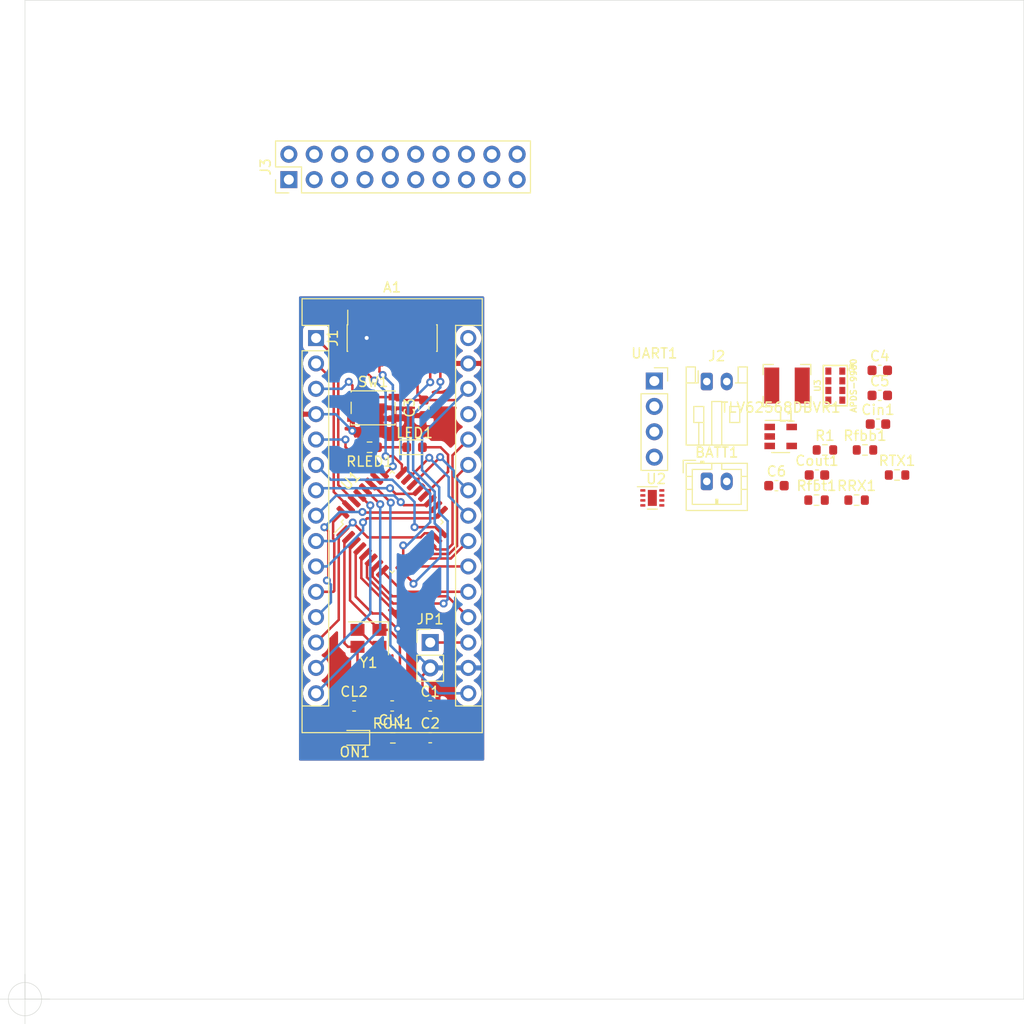
<source format=kicad_pcb>
(kicad_pcb (version 20171130) (host pcbnew "(5.1.9)-1")

  (general
    (thickness 1.6)
    (drawings 5)
    (tracks 253)
    (zones 0)
    (modules 33)
    (nets 58)
  )

  (page A4)
  (layers
    (0 F.Cu signal)
    (31 B.Cu signal)
    (32 B.Adhes user)
    (33 F.Adhes user)
    (34 B.Paste user)
    (35 F.Paste user)
    (36 B.SilkS user)
    (37 F.SilkS user)
    (38 B.Mask user)
    (39 F.Mask user)
    (40 Dwgs.User user)
    (41 Cmts.User user)
    (42 Eco1.User user)
    (43 Eco2.User user)
    (44 Edge.Cuts user)
    (45 Margin user)
    (46 B.CrtYd user)
    (47 F.CrtYd user)
    (48 B.Fab user)
    (49 F.Fab user)
  )

  (setup
    (last_trace_width 0.25)
    (trace_clearance 0.2)
    (zone_clearance 0.508)
    (zone_45_only no)
    (trace_min 0.2)
    (via_size 0.8)
    (via_drill 0.4)
    (via_min_size 0.4)
    (via_min_drill 0.3)
    (uvia_size 0.3)
    (uvia_drill 0.1)
    (uvias_allowed no)
    (uvia_min_size 0.2)
    (uvia_min_drill 0.1)
    (edge_width 0.05)
    (segment_width 0.2)
    (pcb_text_width 0.3)
    (pcb_text_size 1.5 1.5)
    (mod_edge_width 0.12)
    (mod_text_size 1 1)
    (mod_text_width 0.15)
    (pad_size 1.524 1.524)
    (pad_drill 0.762)
    (pad_to_mask_clearance 0)
    (aux_axis_origin 100 150)
    (grid_origin 100 150)
    (visible_elements 7FFFEFFF)
    (pcbplotparams
      (layerselection 0x010fc_ffffffff)
      (usegerberextensions false)
      (usegerberattributes true)
      (usegerberadvancedattributes true)
      (creategerberjobfile true)
      (excludeedgelayer true)
      (linewidth 0.100000)
      (plotframeref false)
      (viasonmask false)
      (mode 1)
      (useauxorigin false)
      (hpglpennumber 1)
      (hpglpenspeed 20)
      (hpglpendiameter 15.000000)
      (psnegative false)
      (psa4output false)
      (plotreference true)
      (plotvalue true)
      (plotinvisibletext false)
      (padsonsilk false)
      (subtractmaskfromsilk false)
      (outputformat 1)
      (mirror false)
      (drillshape 1)
      (scaleselection 1)
      (outputdirectory ""))
  )

  (net 0 "")
  (net 1 /PB3)
  (net 2 /PB4)
  (net 3 "Net-(A1-Pad30)")
  (net 4 /PB5)
  (net 5 GND)
  (net 6 /PB9)
  (net 7 /NRST)
  (net 8 /PA8)
  (net 9 "Net-(A1-Pad27)")
  (net 10 /PB8)
  (net 11 /PA7)
  (net 12 /PB2)
  (net 13 /PA6)
  (net 14 /PB0)
  (net 15 /PA11)
  (net 16 /PA9)
  (net 17 /PA12)
  (net 18 /PA10)
  (net 19 /PA5)
  (net 20 /PB1)
  (net 21 /PA4)
  (net 22 /PA15)
  (net 23 /PA1)
  (net 24 /PA0)
  (net 25 "Net-(A1-Pad18)")
  (net 26 /PB7)
  (net 27 /PB6)
  (net 28 "Net-(CL1-Pad1)")
  (net 29 "Net-(CL2-Pad1)")
  (net 30 /SWCLK)
  (net 31 /SWDIO)
  (net 32 T_VCP_RX)
  (net 33 T_VCP_TX)
  (net 34 "Net-(J2-Pad2)")
  (net 35 "Net-(J2-Pad1)")
  (net 36 +3V8)
  (net 37 +3V3)
  (net 38 "Net-(C6-Pad1)")
  (net 39 "Net-(J1-Pad10)")
  (net 40 "Net-(J1-Pad9)")
  (net 41 "Net-(J1-Pad8)")
  (net 42 "Net-(J1-Pad2)")
  (net 43 "Net-(J1-Pad1)")
  (net 44 "Net-(J3-Pad19)")
  (net 45 "Net-(J3-Pad17)")
  (net 46 "Net-(J3-Pad13)")
  (net 47 "Net-(J3-Pad11)")
  (net 48 "Net-(J3-Pad5)")
  (net 49 "Net-(J3-Pad3)")
  (net 50 "Net-(L1-Pad1)")
  (net 51 /PC6)
  (net 52 "Net-(LED1-Pad1)")
  (net 53 "Net-(ON1-Pad1)")
  (net 54 "Net-(Rfbb1-Pad1)")
  (net 55 "Net-(RRX1-Pad1)")
  (net 56 "Net-(RTX1-Pad1)")
  (net 57 /INT)

  (net_class Default "This is the default net class."
    (clearance 0.2)
    (trace_width 0.25)
    (via_dia 0.8)
    (via_drill 0.4)
    (uvia_dia 0.3)
    (uvia_drill 0.1)
    (add_net +3V3)
    (add_net +3V8)
    (add_net /INT)
    (add_net /NRST)
    (add_net /PA0)
    (add_net /PA1)
    (add_net /PA10)
    (add_net /PA11)
    (add_net /PA12)
    (add_net /PA15)
    (add_net /PA4)
    (add_net /PA5)
    (add_net /PA6)
    (add_net /PA7)
    (add_net /PA8)
    (add_net /PA9)
    (add_net /PB0)
    (add_net /PB1)
    (add_net /PB2)
    (add_net /PB3)
    (add_net /PB4)
    (add_net /PB5)
    (add_net /PB6)
    (add_net /PB7)
    (add_net /PB8)
    (add_net /PB9)
    (add_net /PC6)
    (add_net /SWCLK)
    (add_net /SWDIO)
    (add_net GND)
    (add_net "Net-(A1-Pad18)")
    (add_net "Net-(A1-Pad27)")
    (add_net "Net-(A1-Pad30)")
    (add_net "Net-(C6-Pad1)")
    (add_net "Net-(CL1-Pad1)")
    (add_net "Net-(CL2-Pad1)")
    (add_net "Net-(J1-Pad1)")
    (add_net "Net-(J1-Pad10)")
    (add_net "Net-(J1-Pad2)")
    (add_net "Net-(J1-Pad8)")
    (add_net "Net-(J1-Pad9)")
    (add_net "Net-(J2-Pad1)")
    (add_net "Net-(J2-Pad2)")
    (add_net "Net-(J3-Pad11)")
    (add_net "Net-(J3-Pad13)")
    (add_net "Net-(J3-Pad17)")
    (add_net "Net-(J3-Pad19)")
    (add_net "Net-(J3-Pad3)")
    (add_net "Net-(J3-Pad5)")
    (add_net "Net-(L1-Pad1)")
    (add_net "Net-(LED1-Pad1)")
    (add_net "Net-(ON1-Pad1)")
    (add_net "Net-(RRX1-Pad1)")
    (add_net "Net-(RTX1-Pad1)")
    (add_net "Net-(Rfbb1-Pad1)")
    (add_net T_VCP_RX)
    (add_net T_VCP_TX)
  )

  (module Button_Switch_SMD:SW_SPST_PTS810 (layer F.Cu) (tedit 5B0610A8) (tstamp 6013EDC7)
    (at 134.855 90.805)
    (descr "C&K Components, PTS 810 Series, Microminiature SMT Top Actuated, http://www.ckswitches.com/media/1476/pts810.pdf")
    (tags "SPST Button Switch")
    (path /5FF3C303)
    (attr smd)
    (fp_text reference SW1 (at 0 -2.6) (layer F.SilkS)
      (effects (font (size 1 1) (thickness 0.15)))
    )
    (fp_text value SW_Push (at 0 2.6) (layer F.Fab)
      (effects (font (size 1 1) (thickness 0.15)))
    )
    (fp_line (start 2.1 1.6) (end 2.1 -1.6) (layer F.Fab) (width 0.1))
    (fp_line (start 2.1 -1.6) (end -2.1 -1.6) (layer F.Fab) (width 0.1))
    (fp_line (start -2.1 -1.6) (end -2.1 1.6) (layer F.Fab) (width 0.1))
    (fp_line (start -2.1 1.6) (end 2.1 1.6) (layer F.Fab) (width 0.1))
    (fp_line (start -0.4 -1.1) (end 0.4 -1.1) (layer F.Fab) (width 0.1))
    (fp_line (start 0.4 1.1) (end -0.4 1.1) (layer F.Fab) (width 0.1))
    (fp_line (start 2.2 -1.7) (end -2.2 -1.7) (layer F.SilkS) (width 0.12))
    (fp_line (start -2.2 -1.7) (end -2.2 -1.58) (layer F.SilkS) (width 0.12))
    (fp_line (start -2.2 -0.57) (end -2.2 0.57) (layer F.SilkS) (width 0.12))
    (fp_line (start -2.2 1.58) (end -2.2 1.7) (layer F.SilkS) (width 0.12))
    (fp_line (start -2.2 1.7) (end 2.2 1.7) (layer F.SilkS) (width 0.12))
    (fp_line (start 2.2 1.7) (end 2.2 1.58) (layer F.SilkS) (width 0.12))
    (fp_line (start 2.2 0.57) (end 2.2 -0.57) (layer F.SilkS) (width 0.12))
    (fp_line (start 2.2 -1.58) (end 2.2 -1.7) (layer F.SilkS) (width 0.12))
    (fp_line (start 2.85 -1.85) (end 2.85 1.85) (layer F.CrtYd) (width 0.05))
    (fp_line (start 2.85 1.85) (end -2.85 1.85) (layer F.CrtYd) (width 0.05))
    (fp_line (start -2.85 1.85) (end -2.85 -1.85) (layer F.CrtYd) (width 0.05))
    (fp_line (start -2.85 -1.85) (end 2.85 -1.85) (layer F.CrtYd) (width 0.05))
    (fp_arc (start 0.4 0) (end 0.4 -1.1) (angle 180) (layer F.Fab) (width 0.1))
    (fp_arc (start -0.4 0) (end -0.4 1.1) (angle 180) (layer F.Fab) (width 0.1))
    (fp_text user %R (at 0 0) (layer F.Fab)
      (effects (font (size 0.6 0.6) (thickness 0.09)))
    )
    (pad 2 smd rect (at 2.075 1.075) (size 1.05 0.65) (layers F.Cu F.Paste F.Mask)
      (net 5 GND))
    (pad 2 smd rect (at -2.075 1.075) (size 1.05 0.65) (layers F.Cu F.Paste F.Mask)
      (net 5 GND))
    (pad 1 smd rect (at 2.075 -1.075) (size 1.05 0.65) (layers F.Cu F.Paste F.Mask)
      (net 7 /NRST))
    (pad 1 smd rect (at -2.075 -1.075) (size 1.05 0.65) (layers F.Cu F.Paste F.Mask)
      (net 7 /NRST))
    (model ${KISYS3DMOD}/Button_Switch_SMD.3dshapes/SW_SPST_PTS810.wrl
      (at (xyz 0 0 0))
      (scale (xyz 1 1 1))
      (rotate (xyz 0 0 0))
    )
  )

  (module Connector_PinSocket_2.54mm:PinSocket_1x04_P2.54mm_Vertical (layer F.Cu) (tedit 5A19A429) (tstamp 60138CE0)
    (at 163.006 88.121)
    (descr "Through hole straight socket strip, 1x04, 2.54mm pitch, single row (from Kicad 4.0.7), script generated")
    (tags "Through hole socket strip THT 1x04 2.54mm single row")
    (path /5FA0A849)
    (fp_text reference UART1 (at 0 -2.77) (layer F.SilkS)
      (effects (font (size 1 1) (thickness 0.15)))
    )
    (fp_text value Conn_01x04_Female (at 0 10.39) (layer F.Fab)
      (effects (font (size 1 1) (thickness 0.15)))
    )
    (fp_line (start -1.8 9.4) (end -1.8 -1.8) (layer F.CrtYd) (width 0.05))
    (fp_line (start 1.75 9.4) (end -1.8 9.4) (layer F.CrtYd) (width 0.05))
    (fp_line (start 1.75 -1.8) (end 1.75 9.4) (layer F.CrtYd) (width 0.05))
    (fp_line (start -1.8 -1.8) (end 1.75 -1.8) (layer F.CrtYd) (width 0.05))
    (fp_line (start 0 -1.33) (end 1.33 -1.33) (layer F.SilkS) (width 0.12))
    (fp_line (start 1.33 -1.33) (end 1.33 0) (layer F.SilkS) (width 0.12))
    (fp_line (start 1.33 1.27) (end 1.33 8.95) (layer F.SilkS) (width 0.12))
    (fp_line (start -1.33 8.95) (end 1.33 8.95) (layer F.SilkS) (width 0.12))
    (fp_line (start -1.33 1.27) (end -1.33 8.95) (layer F.SilkS) (width 0.12))
    (fp_line (start -1.33 1.27) (end 1.33 1.27) (layer F.SilkS) (width 0.12))
    (fp_line (start -1.27 8.89) (end -1.27 -1.27) (layer F.Fab) (width 0.1))
    (fp_line (start 1.27 8.89) (end -1.27 8.89) (layer F.Fab) (width 0.1))
    (fp_line (start 1.27 -0.635) (end 1.27 8.89) (layer F.Fab) (width 0.1))
    (fp_line (start 0.635 -1.27) (end 1.27 -0.635) (layer F.Fab) (width 0.1))
    (fp_line (start -1.27 -1.27) (end 0.635 -1.27) (layer F.Fab) (width 0.1))
    (fp_text user %R (at 0 3.81 90) (layer F.Fab)
      (effects (font (size 1 1) (thickness 0.15)))
    )
    (pad 4 thru_hole oval (at 0 7.62) (size 1.7 1.7) (drill 1) (layers *.Cu *.Mask)
      (net 56 "Net-(RTX1-Pad1)"))
    (pad 3 thru_hole oval (at 0 5.08) (size 1.7 1.7) (drill 1) (layers *.Cu *.Mask)
      (net 55 "Net-(RRX1-Pad1)"))
    (pad 2 thru_hole oval (at 0 2.54) (size 1.7 1.7) (drill 1) (layers *.Cu *.Mask)
      (net 5 GND))
    (pad 1 thru_hole rect (at 0 0) (size 1.7 1.7) (drill 1) (layers *.Cu *.Mask)
      (net 37 +3V3))
    (model ${KISYS3DMOD}/Connector_PinSocket_2.54mm.3dshapes/PinSocket_1x04_P2.54mm_Vertical.wrl
      (at (xyz 0 0 0))
      (scale (xyz 1 1 1))
      (rotate (xyz 0 0 0))
    )
  )

  (module Silicon-Custom:APDS-9960 (layer F.Cu) (tedit 5963A1C9) (tstamp 60138CC8)
    (at 181.12624 88.582)
    (descr "APDS-9960 PROXIMITY, LIGHT, RGB, GESTURE SENSOR")
    (tags "APDS-9960 PROXIMITY, LIGHT, RGB, GESTURE SENSOR")
    (path /5FA41C6A)
    (attr smd)
    (fp_text reference U3 (at -1.778 0 90) (layer F.SilkS)
      (effects (font (size 0.6096 0.6096) (thickness 0.127)))
    )
    (fp_text value APDS-9960 (at 1.8288 0 90) (layer F.SilkS)
      (effects (font (size 0.6096 0.6096) (thickness 0.127)))
    )
    (fp_circle (center 1.64338 -1.62052) (end 1.64338 -1.87452) (layer F.SilkS) (width 0.1))
    (fp_circle (center 0 1.42748) (end 0 0.9779) (layer Dwgs.User) (width 0.127))
    (fp_circle (center 0 -1.27) (end 0 -1.81864) (layer Dwgs.User) (width 0.127))
    (fp_line (start 1.20904 -2.0193) (end 1.20904 2.0193) (layer F.SilkS) (width 0.1524))
    (fp_line (start -1.20904 -2.0193) (end -1.20904 2.0193) (layer F.SilkS) (width 0.1524))
    (fp_line (start -1.20904 2.0193) (end 1.20904 2.0193) (layer F.SilkS) (width 0.1524))
    (fp_line (start -1.20904 -2.0193) (end 1.20904 -2.0193) (layer F.SilkS) (width 0.1524))
    (fp_line (start -1.17856 0.81788) (end 1.17856 0.81788) (layer Dwgs.User) (width 0.127))
    (fp_line (start -1.17856 1.9685) (end 1.17856 1.9685) (layer Dwgs.User) (width 0.127))
    (fp_line (start -1.17856 -1.9685) (end 1.17856 -1.9685) (layer Dwgs.User) (width 0.127))
    (fp_line (start -1.17856 0.81788) (end -1.17856 1.9685) (layer Dwgs.User) (width 0.127))
    (fp_line (start -1.17856 -1.9685) (end -1.17856 0.81788) (layer Dwgs.User) (width 0.127))
    (fp_line (start 1.17856 0.81788) (end 1.17856 1.9685) (layer Dwgs.User) (width 0.127))
    (fp_line (start 1.17856 -1.9685) (end 1.17856 0.81788) (layer Dwgs.User) (width 0.127))
    (fp_circle (center 1.651 -2.032) (end 1.778 -2.032) (layer F.SilkS) (width 0.254))
    (pad 8 smd rect (at -0.6985 -1.45288) (size 0.59944 0.71882) (layers F.Cu F.Paste F.Mask)
      (net 38 "Net-(C6-Pad1)") (solder_mask_margin 0.1016))
    (pad 7 smd rect (at -0.6985 -0.4826) (size 0.59944 0.71882) (layers F.Cu F.Paste F.Mask)
      (net 16 /PA9) (solder_mask_margin 0.1016))
    (pad 6 smd rect (at -0.6985 0.4826) (size 0.59944 0.71882) (layers F.Cu F.Paste F.Mask)
      (net 5 GND) (solder_mask_margin 0.1016))
    (pad 5 smd rect (at -0.6985 1.45288) (size 0.59944 0.71882) (layers F.Cu F.Paste F.Mask)
      (net 37 +3V3) (solder_mask_margin 0.1016))
    (pad 4 smd rect (at 0.6985 1.45288) (size 0.59944 0.71882) (layers F.Cu F.Paste F.Mask)
      (net 37 +3V3) (solder_mask_margin 0.1016))
    (pad 3 smd rect (at 0.6985 0.4826) (size 0.59944 0.71882) (layers F.Cu F.Paste F.Mask)
      (net 37 +3V3) (solder_mask_margin 0.1016))
    (pad 2 smd rect (at 0.6985 -0.4826) (size 0.59944 0.71882) (layers F.Cu F.Paste F.Mask)
      (net 57 /INT) (solder_mask_margin 0.1016))
    (pad 1 smd rect (at 0.6985 -1.45288) (size 0.59944 0.71882) (layers F.Cu F.Paste F.Mask)
      (net 18 /PA10) (solder_mask_margin 0.1016))
  )

  (module Package_SON:WSON-8-1EP_2x2mm_P0.5mm_EP0.9x1.6mm (layer F.Cu) (tedit 5A65F6A7) (tstamp 60138CAD)
    (at 162.806 99.821)
    (descr "8-Lead Plastic WSON, 2x2mm Body, 0.5mm Pitch, WSON-8, http://www.ti.com/lit/ds/symlink/lm27761.pdf")
    (tags "WSON 8 1EP")
    (path /5FA92C33)
    (attr smd)
    (fp_text reference U2 (at 0.38 -1.9) (layer F.SilkS)
      (effects (font (size 1 1) (thickness 0.15)))
    )
    (fp_text value DRV8837C (at 0.01 2.14) (layer F.Fab)
      (effects (font (size 1 1) (thickness 0.15)))
    )
    (fp_line (start -1.5 -1.12) (end 0.5 -1.12) (layer F.SilkS) (width 0.12))
    (fp_line (start 0.5 1.12) (end -0.5 1.12) (layer F.SilkS) (width 0.12))
    (fp_line (start -1.6 1.25) (end 1.6 1.25) (layer F.CrtYd) (width 0.05))
    (fp_line (start -1.6 -1.25) (end 1.6 -1.25) (layer F.CrtYd) (width 0.05))
    (fp_line (start 1.6 -1.25) (end 1.6 1.25) (layer F.CrtYd) (width 0.05))
    (fp_line (start -1.6 -1.25) (end -1.6 1.25) (layer F.CrtYd) (width 0.05))
    (fp_line (start -0.5 -1) (end 1 -1) (layer F.Fab) (width 0.1))
    (fp_line (start 1 -1) (end 1 1) (layer F.Fab) (width 0.1))
    (fp_line (start 1 1) (end -1 1) (layer F.Fab) (width 0.1))
    (fp_line (start -1 1) (end -1 -0.5) (layer F.Fab) (width 0.1))
    (fp_line (start -0.5 -1) (end -1 -0.5) (layer F.Fab) (width 0.1))
    (fp_text user %R (at 0 0) (layer F.Fab)
      (effects (font (size 0.7 0.7) (thickness 0.1)))
    )
    (pad "" smd rect (at 0 -0.4) (size 0.75 0.65) (layers F.Paste))
    (pad "" smd rect (at 0 0.4) (size 0.75 0.65) (layers F.Paste))
    (pad 6 smd rect (at 0.95 0.25) (size 0.5 0.25) (layers F.Cu F.Paste F.Mask)
      (net 26 /PB7))
    (pad 5 smd rect (at 0.95 0.75) (size 0.5 0.25) (layers F.Cu F.Paste F.Mask)
      (net 10 /PB8))
    (pad 4 smd rect (at -0.95 0.75) (size 0.5 0.25) (layers F.Cu F.Paste F.Mask)
      (net 5 GND))
    (pad 2 smd rect (at -0.95 -0.25) (size 0.5 0.25) (layers F.Cu F.Paste F.Mask)
      (net 34 "Net-(J2-Pad2)"))
    (pad 1 smd rect (at -0.95 -0.75) (size 0.5 0.25) (layers F.Cu F.Paste F.Mask)
      (net 36 +3V8))
    (pad 9 smd rect (at 0 0) (size 0.9 1.6) (layers F.Cu F.Mask)
      (net 5 GND))
    (pad 8 smd rect (at 0.95 -0.75) (size 0.5 0.25) (layers F.Cu F.Paste F.Mask)
      (net 37 +3V3))
    (pad 7 smd rect (at 0.95 -0.25) (size 0.5 0.25) (layers F.Cu F.Paste F.Mask)
      (net 27 /PB6))
    (pad 3 smd rect (at -0.95 0.25) (size 0.5 0.25) (layers F.Cu F.Paste F.Mask)
      (net 35 "Net-(J2-Pad1)"))
    (model ${KISYS3DMOD}/Package_SON.3dshapes/WSON-8-1EP_2x2mm_P0.5mm_EP0.9x1.6mm.wrl
      (at (xyz 0 0 0))
      (scale (xyz 1 1 1))
      (rotate (xyz 0 0 0))
    )
  )

  (module Package_TO_SOT_SMD:SOT-23-5 (layer F.Cu) (tedit 5A02FF57) (tstamp 60138BFE)
    (at 175.656 93.671)
    (descr "5-pin SOT23 package")
    (tags SOT-23-5)
    (path /5F9D1940)
    (attr smd)
    (fp_text reference TLV62568DBVR1 (at 0 -2.9) (layer F.SilkS)
      (effects (font (size 1 1) (thickness 0.15)))
    )
    (fp_text value TLV62568DBV (at 0 2.9) (layer F.Fab)
      (effects (font (size 1 1) (thickness 0.15)))
    )
    (fp_line (start 0.9 -1.55) (end 0.9 1.55) (layer F.Fab) (width 0.1))
    (fp_line (start 0.9 1.55) (end -0.9 1.55) (layer F.Fab) (width 0.1))
    (fp_line (start -0.9 -0.9) (end -0.9 1.55) (layer F.Fab) (width 0.1))
    (fp_line (start 0.9 -1.55) (end -0.25 -1.55) (layer F.Fab) (width 0.1))
    (fp_line (start -0.9 -0.9) (end -0.25 -1.55) (layer F.Fab) (width 0.1))
    (fp_line (start -1.9 1.8) (end -1.9 -1.8) (layer F.CrtYd) (width 0.05))
    (fp_line (start 1.9 1.8) (end -1.9 1.8) (layer F.CrtYd) (width 0.05))
    (fp_line (start 1.9 -1.8) (end 1.9 1.8) (layer F.CrtYd) (width 0.05))
    (fp_line (start -1.9 -1.8) (end 1.9 -1.8) (layer F.CrtYd) (width 0.05))
    (fp_line (start 0.9 -1.61) (end -1.55 -1.61) (layer F.SilkS) (width 0.12))
    (fp_line (start -0.9 1.61) (end 0.9 1.61) (layer F.SilkS) (width 0.12))
    (fp_text user %R (at 0 0 90) (layer F.Fab)
      (effects (font (size 0.5 0.5) (thickness 0.075)))
    )
    (pad 5 smd rect (at 1.1 -0.95) (size 1.06 0.65) (layers F.Cu F.Paste F.Mask)
      (net 54 "Net-(Rfbb1-Pad1)"))
    (pad 4 smd rect (at 1.1 0.95) (size 1.06 0.65) (layers F.Cu F.Paste F.Mask)
      (net 36 +3V8))
    (pad 3 smd rect (at -1.1 0.95) (size 1.06 0.65) (layers F.Cu F.Paste F.Mask)
      (net 50 "Net-(L1-Pad1)"))
    (pad 2 smd rect (at -1.1 0) (size 1.06 0.65) (layers F.Cu F.Paste F.Mask)
      (net 5 GND))
    (pad 1 smd rect (at -1.1 -0.95) (size 1.06 0.65) (layers F.Cu F.Paste F.Mask)
      (net 36 +3V8))
    (model ${KISYS3DMOD}/Package_TO_SOT_SMD.3dshapes/SOT-23-5.wrl
      (at (xyz 0 0 0))
      (scale (xyz 1 1 1))
      (rotate (xyz 0 0 0))
    )
  )

  (module Resistor_SMD:R_0603_1608Metric (layer F.Cu) (tedit 5F68FEEE) (tstamp 60138BAD)
    (at 187.306 97.531)
    (descr "Resistor SMD 0603 (1608 Metric), square (rectangular) end terminal, IPC_7351 nominal, (Body size source: IPC-SM-782 page 72, https://www.pcb-3d.com/wordpress/wp-content/uploads/ipc-sm-782a_amendment_1_and_2.pdf), generated with kicad-footprint-generator")
    (tags resistor)
    (path /5FA13CBB)
    (attr smd)
    (fp_text reference RTX1 (at 0 -1.43) (layer F.SilkS)
      (effects (font (size 1 1) (thickness 0.15)))
    )
    (fp_text value 22R (at 0 1.43) (layer F.Fab)
      (effects (font (size 1 1) (thickness 0.15)))
    )
    (fp_line (start 1.48 0.73) (end -1.48 0.73) (layer F.CrtYd) (width 0.05))
    (fp_line (start 1.48 -0.73) (end 1.48 0.73) (layer F.CrtYd) (width 0.05))
    (fp_line (start -1.48 -0.73) (end 1.48 -0.73) (layer F.CrtYd) (width 0.05))
    (fp_line (start -1.48 0.73) (end -1.48 -0.73) (layer F.CrtYd) (width 0.05))
    (fp_line (start -0.237258 0.5225) (end 0.237258 0.5225) (layer F.SilkS) (width 0.12))
    (fp_line (start -0.237258 -0.5225) (end 0.237258 -0.5225) (layer F.SilkS) (width 0.12))
    (fp_line (start 0.8 0.4125) (end -0.8 0.4125) (layer F.Fab) (width 0.1))
    (fp_line (start 0.8 -0.4125) (end 0.8 0.4125) (layer F.Fab) (width 0.1))
    (fp_line (start -0.8 -0.4125) (end 0.8 -0.4125) (layer F.Fab) (width 0.1))
    (fp_line (start -0.8 0.4125) (end -0.8 -0.4125) (layer F.Fab) (width 0.1))
    (fp_text user %R (at 0 0) (layer F.Fab)
      (effects (font (size 0.4 0.4) (thickness 0.06)))
    )
    (pad 2 smd roundrect (at 0.825 0) (size 0.8 0.95) (layers F.Cu F.Paste F.Mask) (roundrect_rratio 0.25)
      (net 32 T_VCP_RX))
    (pad 1 smd roundrect (at -0.825 0) (size 0.8 0.95) (layers F.Cu F.Paste F.Mask) (roundrect_rratio 0.25)
      (net 56 "Net-(RTX1-Pad1)"))
    (model ${KISYS3DMOD}/Resistor_SMD.3dshapes/R_0603_1608Metric.wrl
      (at (xyz 0 0 0))
      (scale (xyz 1 1 1))
      (rotate (xyz 0 0 0))
    )
  )

  (module Resistor_SMD:R_0603_1608Metric (layer F.Cu) (tedit 5F68FEEE) (tstamp 60138B9C)
    (at 183.256 100.041)
    (descr "Resistor SMD 0603 (1608 Metric), square (rectangular) end terminal, IPC_7351 nominal, (Body size source: IPC-SM-782 page 72, https://www.pcb-3d.com/wordpress/wp-content/uploads/ipc-sm-782a_amendment_1_and_2.pdf), generated with kicad-footprint-generator")
    (tags resistor)
    (path /5FA20772)
    (attr smd)
    (fp_text reference RRX1 (at 0 -1.43) (layer F.SilkS)
      (effects (font (size 1 1) (thickness 0.15)))
    )
    (fp_text value 22R (at 0 1.43) (layer F.Fab)
      (effects (font (size 1 1) (thickness 0.15)))
    )
    (fp_line (start 1.48 0.73) (end -1.48 0.73) (layer F.CrtYd) (width 0.05))
    (fp_line (start 1.48 -0.73) (end 1.48 0.73) (layer F.CrtYd) (width 0.05))
    (fp_line (start -1.48 -0.73) (end 1.48 -0.73) (layer F.CrtYd) (width 0.05))
    (fp_line (start -1.48 0.73) (end -1.48 -0.73) (layer F.CrtYd) (width 0.05))
    (fp_line (start -0.237258 0.5225) (end 0.237258 0.5225) (layer F.SilkS) (width 0.12))
    (fp_line (start -0.237258 -0.5225) (end 0.237258 -0.5225) (layer F.SilkS) (width 0.12))
    (fp_line (start 0.8 0.4125) (end -0.8 0.4125) (layer F.Fab) (width 0.1))
    (fp_line (start 0.8 -0.4125) (end 0.8 0.4125) (layer F.Fab) (width 0.1))
    (fp_line (start -0.8 -0.4125) (end 0.8 -0.4125) (layer F.Fab) (width 0.1))
    (fp_line (start -0.8 0.4125) (end -0.8 -0.4125) (layer F.Fab) (width 0.1))
    (fp_text user %R (at 0 0) (layer F.Fab)
      (effects (font (size 0.4 0.4) (thickness 0.06)))
    )
    (pad 2 smd roundrect (at 0.825 0) (size 0.8 0.95) (layers F.Cu F.Paste F.Mask) (roundrect_rratio 0.25)
      (net 33 T_VCP_TX))
    (pad 1 smd roundrect (at -0.825 0) (size 0.8 0.95) (layers F.Cu F.Paste F.Mask) (roundrect_rratio 0.25)
      (net 55 "Net-(RRX1-Pad1)"))
    (model ${KISYS3DMOD}/Resistor_SMD.3dshapes/R_0603_1608Metric.wrl
      (at (xyz 0 0 0))
      (scale (xyz 1 1 1))
      (rotate (xyz 0 0 0))
    )
  )

  (module Resistor_SMD:R_0603_1608Metric (layer F.Cu) (tedit 5F68FEEE) (tstamp 60138B8B)
    (at 136.83 123.838)
    (descr "Resistor SMD 0603 (1608 Metric), square (rectangular) end terminal, IPC_7351 nominal, (Body size source: IPC-SM-782 page 72, https://www.pcb-3d.com/wordpress/wp-content/uploads/ipc-sm-782a_amendment_1_and_2.pdf), generated with kicad-footprint-generator")
    (tags resistor)
    (path /5F9F68C4)
    (attr smd)
    (fp_text reference RON1 (at 0 -1.43) (layer F.SilkS)
      (effects (font (size 1 1) (thickness 0.15)))
    )
    (fp_text value 1k (at 0 1.43) (layer F.Fab)
      (effects (font (size 1 1) (thickness 0.15)))
    )
    (fp_line (start 1.48 0.73) (end -1.48 0.73) (layer F.CrtYd) (width 0.05))
    (fp_line (start 1.48 -0.73) (end 1.48 0.73) (layer F.CrtYd) (width 0.05))
    (fp_line (start -1.48 -0.73) (end 1.48 -0.73) (layer F.CrtYd) (width 0.05))
    (fp_line (start -1.48 0.73) (end -1.48 -0.73) (layer F.CrtYd) (width 0.05))
    (fp_line (start -0.237258 0.5225) (end 0.237258 0.5225) (layer F.SilkS) (width 0.12))
    (fp_line (start -0.237258 -0.5225) (end 0.237258 -0.5225) (layer F.SilkS) (width 0.12))
    (fp_line (start 0.8 0.4125) (end -0.8 0.4125) (layer F.Fab) (width 0.1))
    (fp_line (start 0.8 -0.4125) (end 0.8 0.4125) (layer F.Fab) (width 0.1))
    (fp_line (start -0.8 -0.4125) (end 0.8 -0.4125) (layer F.Fab) (width 0.1))
    (fp_line (start -0.8 0.4125) (end -0.8 -0.4125) (layer F.Fab) (width 0.1))
    (fp_text user %R (at 0 0) (layer F.Fab)
      (effects (font (size 0.4 0.4) (thickness 0.06)))
    )
    (pad 2 smd roundrect (at 0.825 0) (size 0.8 0.95) (layers F.Cu F.Paste F.Mask) (roundrect_rratio 0.25)
      (net 5 GND))
    (pad 1 smd roundrect (at -0.825 0) (size 0.8 0.95) (layers F.Cu F.Paste F.Mask) (roundrect_rratio 0.25)
      (net 53 "Net-(ON1-Pad1)"))
    (model ${KISYS3DMOD}/Resistor_SMD.3dshapes/R_0603_1608Metric.wrl
      (at (xyz 0 0 0))
      (scale (xyz 1 1 1))
      (rotate (xyz 0 0 0))
    )
  )

  (module Resistor_SMD:R_0603_1608Metric (layer F.Cu) (tedit 5F68FEEE) (tstamp 60138B7A)
    (at 134.5 94.75 180)
    (descr "Resistor SMD 0603 (1608 Metric), square (rectangular) end terminal, IPC_7351 nominal, (Body size source: IPC-SM-782 page 72, https://www.pcb-3d.com/wordpress/wp-content/uploads/ipc-sm-782a_amendment_1_and_2.pdf), generated with kicad-footprint-generator")
    (tags resistor)
    (path /5F9FD931)
    (attr smd)
    (fp_text reference RLED1 (at 0 -1.43) (layer F.SilkS)
      (effects (font (size 1 1) (thickness 0.15)))
    )
    (fp_text value 1k (at 0 1.43) (layer F.Fab)
      (effects (font (size 1 1) (thickness 0.15)))
    )
    (fp_line (start 1.48 0.73) (end -1.48 0.73) (layer F.CrtYd) (width 0.05))
    (fp_line (start 1.48 -0.73) (end 1.48 0.73) (layer F.CrtYd) (width 0.05))
    (fp_line (start -1.48 -0.73) (end 1.48 -0.73) (layer F.CrtYd) (width 0.05))
    (fp_line (start -1.48 0.73) (end -1.48 -0.73) (layer F.CrtYd) (width 0.05))
    (fp_line (start -0.237258 0.5225) (end 0.237258 0.5225) (layer F.SilkS) (width 0.12))
    (fp_line (start -0.237258 -0.5225) (end 0.237258 -0.5225) (layer F.SilkS) (width 0.12))
    (fp_line (start 0.8 0.4125) (end -0.8 0.4125) (layer F.Fab) (width 0.1))
    (fp_line (start 0.8 -0.4125) (end 0.8 0.4125) (layer F.Fab) (width 0.1))
    (fp_line (start -0.8 -0.4125) (end 0.8 -0.4125) (layer F.Fab) (width 0.1))
    (fp_line (start -0.8 0.4125) (end -0.8 -0.4125) (layer F.Fab) (width 0.1))
    (fp_text user %R (at 0 0) (layer F.Fab)
      (effects (font (size 0.4 0.4) (thickness 0.06)))
    )
    (pad 2 smd roundrect (at 0.825 0 180) (size 0.8 0.95) (layers F.Cu F.Paste F.Mask) (roundrect_rratio 0.25)
      (net 5 GND))
    (pad 1 smd roundrect (at -0.825 0 180) (size 0.8 0.95) (layers F.Cu F.Paste F.Mask) (roundrect_rratio 0.25)
      (net 52 "Net-(LED1-Pad1)"))
    (model ${KISYS3DMOD}/Resistor_SMD.3dshapes/R_0603_1608Metric.wrl
      (at (xyz 0 0 0))
      (scale (xyz 1 1 1))
      (rotate (xyz 0 0 0))
    )
  )

  (module Resistor_SMD:R_0603_1608Metric (layer F.Cu) (tedit 5F68FEEE) (tstamp 60138B69)
    (at 179.246 100.041)
    (descr "Resistor SMD 0603 (1608 Metric), square (rectangular) end terminal, IPC_7351 nominal, (Body size source: IPC-SM-782 page 72, https://www.pcb-3d.com/wordpress/wp-content/uploads/ipc-sm-782a_amendment_1_and_2.pdf), generated with kicad-footprint-generator")
    (tags resistor)
    (path /5F9CEE79)
    (attr smd)
    (fp_text reference Rfbt1 (at 0 -1.43) (layer F.SilkS)
      (effects (font (size 1 1) (thickness 0.15)))
    )
    (fp_text value 453k (at 0 1.43) (layer F.Fab)
      (effects (font (size 1 1) (thickness 0.15)))
    )
    (fp_line (start 1.48 0.73) (end -1.48 0.73) (layer F.CrtYd) (width 0.05))
    (fp_line (start 1.48 -0.73) (end 1.48 0.73) (layer F.CrtYd) (width 0.05))
    (fp_line (start -1.48 -0.73) (end 1.48 -0.73) (layer F.CrtYd) (width 0.05))
    (fp_line (start -1.48 0.73) (end -1.48 -0.73) (layer F.CrtYd) (width 0.05))
    (fp_line (start -0.237258 0.5225) (end 0.237258 0.5225) (layer F.SilkS) (width 0.12))
    (fp_line (start -0.237258 -0.5225) (end 0.237258 -0.5225) (layer F.SilkS) (width 0.12))
    (fp_line (start 0.8 0.4125) (end -0.8 0.4125) (layer F.Fab) (width 0.1))
    (fp_line (start 0.8 -0.4125) (end 0.8 0.4125) (layer F.Fab) (width 0.1))
    (fp_line (start -0.8 -0.4125) (end 0.8 -0.4125) (layer F.Fab) (width 0.1))
    (fp_line (start -0.8 0.4125) (end -0.8 -0.4125) (layer F.Fab) (width 0.1))
    (fp_text user %R (at 0 0) (layer F.Fab)
      (effects (font (size 0.4 0.4) (thickness 0.06)))
    )
    (pad 2 smd roundrect (at 0.825 0) (size 0.8 0.95) (layers F.Cu F.Paste F.Mask) (roundrect_rratio 0.25)
      (net 54 "Net-(Rfbb1-Pad1)"))
    (pad 1 smd roundrect (at -0.825 0) (size 0.8 0.95) (layers F.Cu F.Paste F.Mask) (roundrect_rratio 0.25)
      (net 37 +3V3))
    (model ${KISYS3DMOD}/Resistor_SMD.3dshapes/R_0603_1608Metric.wrl
      (at (xyz 0 0 0))
      (scale (xyz 1 1 1))
      (rotate (xyz 0 0 0))
    )
  )

  (module Resistor_SMD:R_0603_1608Metric (layer F.Cu) (tedit 5F68FEEE) (tstamp 60138B58)
    (at 184.096 95.021)
    (descr "Resistor SMD 0603 (1608 Metric), square (rectangular) end terminal, IPC_7351 nominal, (Body size source: IPC-SM-782 page 72, https://www.pcb-3d.com/wordpress/wp-content/uploads/ipc-sm-782a_amendment_1_and_2.pdf), generated with kicad-footprint-generator")
    (tags resistor)
    (path /5F9CF952)
    (attr smd)
    (fp_text reference Rfbb1 (at 0 -1.43) (layer F.SilkS)
      (effects (font (size 1 1) (thickness 0.15)))
    )
    (fp_text value 100k (at 0 1.43) (layer F.Fab)
      (effects (font (size 1 1) (thickness 0.15)))
    )
    (fp_line (start 1.48 0.73) (end -1.48 0.73) (layer F.CrtYd) (width 0.05))
    (fp_line (start 1.48 -0.73) (end 1.48 0.73) (layer F.CrtYd) (width 0.05))
    (fp_line (start -1.48 -0.73) (end 1.48 -0.73) (layer F.CrtYd) (width 0.05))
    (fp_line (start -1.48 0.73) (end -1.48 -0.73) (layer F.CrtYd) (width 0.05))
    (fp_line (start -0.237258 0.5225) (end 0.237258 0.5225) (layer F.SilkS) (width 0.12))
    (fp_line (start -0.237258 -0.5225) (end 0.237258 -0.5225) (layer F.SilkS) (width 0.12))
    (fp_line (start 0.8 0.4125) (end -0.8 0.4125) (layer F.Fab) (width 0.1))
    (fp_line (start 0.8 -0.4125) (end 0.8 0.4125) (layer F.Fab) (width 0.1))
    (fp_line (start -0.8 -0.4125) (end 0.8 -0.4125) (layer F.Fab) (width 0.1))
    (fp_line (start -0.8 0.4125) (end -0.8 -0.4125) (layer F.Fab) (width 0.1))
    (fp_text user %R (at 0 0) (layer F.Fab)
      (effects (font (size 0.4 0.4) (thickness 0.06)))
    )
    (pad 2 smd roundrect (at 0.825 0) (size 0.8 0.95) (layers F.Cu F.Paste F.Mask) (roundrect_rratio 0.25)
      (net 5 GND))
    (pad 1 smd roundrect (at -0.825 0) (size 0.8 0.95) (layers F.Cu F.Paste F.Mask) (roundrect_rratio 0.25)
      (net 54 "Net-(Rfbb1-Pad1)"))
    (model ${KISYS3DMOD}/Resistor_SMD.3dshapes/R_0603_1608Metric.wrl
      (at (xyz 0 0 0))
      (scale (xyz 1 1 1))
      (rotate (xyz 0 0 0))
    )
  )

  (module Resistor_SMD:R_0603_1608Metric (layer F.Cu) (tedit 5F68FEEE) (tstamp 60138B47)
    (at 180.086 95.021)
    (descr "Resistor SMD 0603 (1608 Metric), square (rectangular) end terminal, IPC_7351 nominal, (Body size source: IPC-SM-782 page 72, https://www.pcb-3d.com/wordpress/wp-content/uploads/ipc-sm-782a_amendment_1_and_2.pdf), generated with kicad-footprint-generator")
    (tags resistor)
    (path /5FA42E12)
    (attr smd)
    (fp_text reference R1 (at 0 -1.43) (layer F.SilkS)
      (effects (font (size 1 1) (thickness 0.15)))
    )
    (fp_text value 22R (at 0 1.43) (layer F.Fab)
      (effects (font (size 1 1) (thickness 0.15)))
    )
    (fp_line (start 1.48 0.73) (end -1.48 0.73) (layer F.CrtYd) (width 0.05))
    (fp_line (start 1.48 -0.73) (end 1.48 0.73) (layer F.CrtYd) (width 0.05))
    (fp_line (start -1.48 -0.73) (end 1.48 -0.73) (layer F.CrtYd) (width 0.05))
    (fp_line (start -1.48 0.73) (end -1.48 -0.73) (layer F.CrtYd) (width 0.05))
    (fp_line (start -0.237258 0.5225) (end 0.237258 0.5225) (layer F.SilkS) (width 0.12))
    (fp_line (start -0.237258 -0.5225) (end 0.237258 -0.5225) (layer F.SilkS) (width 0.12))
    (fp_line (start 0.8 0.4125) (end -0.8 0.4125) (layer F.Fab) (width 0.1))
    (fp_line (start 0.8 -0.4125) (end 0.8 0.4125) (layer F.Fab) (width 0.1))
    (fp_line (start -0.8 -0.4125) (end 0.8 -0.4125) (layer F.Fab) (width 0.1))
    (fp_line (start -0.8 0.4125) (end -0.8 -0.4125) (layer F.Fab) (width 0.1))
    (fp_text user %R (at 0 0) (layer F.Fab)
      (effects (font (size 0.4 0.4) (thickness 0.06)))
    )
    (pad 2 smd roundrect (at 0.825 0) (size 0.8 0.95) (layers F.Cu F.Paste F.Mask) (roundrect_rratio 0.25)
      (net 38 "Net-(C6-Pad1)"))
    (pad 1 smd roundrect (at -0.825 0) (size 0.8 0.95) (layers F.Cu F.Paste F.Mask) (roundrect_rratio 0.25)
      (net 37 +3V3))
    (model ${KISYS3DMOD}/Resistor_SMD.3dshapes/R_0603_1608Metric.wrl
      (at (xyz 0 0 0))
      (scale (xyz 1 1 1))
      (rotate (xyz 0 0 0))
    )
  )

  (module LED_SMD:LED_0603_1608Metric (layer F.Cu) (tedit 5F68FEF1) (tstamp 60138B36)
    (at 133.02 123.838 180)
    (descr "LED SMD 0603 (1608 Metric), square (rectangular) end terminal, IPC_7351 nominal, (Body size source: http://www.tortai-tech.com/upload/download/2011102023233369053.pdf), generated with kicad-footprint-generator")
    (tags LED)
    (path /5F9F08CA)
    (attr smd)
    (fp_text reference ON1 (at 0 -1.43) (layer F.SilkS)
      (effects (font (size 1 1) (thickness 0.15)))
    )
    (fp_text value LED (at 0 1.43) (layer F.Fab)
      (effects (font (size 1 1) (thickness 0.15)))
    )
    (fp_line (start 1.48 0.73) (end -1.48 0.73) (layer F.CrtYd) (width 0.05))
    (fp_line (start 1.48 -0.73) (end 1.48 0.73) (layer F.CrtYd) (width 0.05))
    (fp_line (start -1.48 -0.73) (end 1.48 -0.73) (layer F.CrtYd) (width 0.05))
    (fp_line (start -1.48 0.73) (end -1.48 -0.73) (layer F.CrtYd) (width 0.05))
    (fp_line (start -1.485 0.735) (end 0.8 0.735) (layer F.SilkS) (width 0.12))
    (fp_line (start -1.485 -0.735) (end -1.485 0.735) (layer F.SilkS) (width 0.12))
    (fp_line (start 0.8 -0.735) (end -1.485 -0.735) (layer F.SilkS) (width 0.12))
    (fp_line (start 0.8 0.4) (end 0.8 -0.4) (layer F.Fab) (width 0.1))
    (fp_line (start -0.8 0.4) (end 0.8 0.4) (layer F.Fab) (width 0.1))
    (fp_line (start -0.8 -0.1) (end -0.8 0.4) (layer F.Fab) (width 0.1))
    (fp_line (start -0.5 -0.4) (end -0.8 -0.1) (layer F.Fab) (width 0.1))
    (fp_line (start 0.8 -0.4) (end -0.5 -0.4) (layer F.Fab) (width 0.1))
    (fp_text user %R (at 0 0) (layer F.Fab)
      (effects (font (size 0.4 0.4) (thickness 0.06)))
    )
    (pad 2 smd roundrect (at 0.7875 0 180) (size 0.875 0.95) (layers F.Cu F.Paste F.Mask) (roundrect_rratio 0.25)
      (net 37 +3V3))
    (pad 1 smd roundrect (at -0.7875 0 180) (size 0.875 0.95) (layers F.Cu F.Paste F.Mask) (roundrect_rratio 0.25)
      (net 53 "Net-(ON1-Pad1)"))
    (model ${KISYS3DMOD}/LED_SMD.3dshapes/LED_0603_1608Metric.wrl
      (at (xyz 0 0 0))
      (scale (xyz 1 1 1))
      (rotate (xyz 0 0 0))
    )
  )

  (module LED_SMD:LED_0603_1608Metric (layer F.Cu) (tedit 5F68FEF1) (tstamp 60138B23)
    (at 139 94.75)
    (descr "LED SMD 0603 (1608 Metric), square (rectangular) end terminal, IPC_7351 nominal, (Body size source: http://www.tortai-tech.com/upload/download/2011102023233369053.pdf), generated with kicad-footprint-generator")
    (tags LED)
    (path /5F9FD924)
    (attr smd)
    (fp_text reference LED1 (at 0 -1.43) (layer F.SilkS)
      (effects (font (size 1 1) (thickness 0.15)))
    )
    (fp_text value LED (at 0 1.43) (layer F.Fab)
      (effects (font (size 1 1) (thickness 0.15)))
    )
    (fp_line (start 1.48 0.73) (end -1.48 0.73) (layer F.CrtYd) (width 0.05))
    (fp_line (start 1.48 -0.73) (end 1.48 0.73) (layer F.CrtYd) (width 0.05))
    (fp_line (start -1.48 -0.73) (end 1.48 -0.73) (layer F.CrtYd) (width 0.05))
    (fp_line (start -1.48 0.73) (end -1.48 -0.73) (layer F.CrtYd) (width 0.05))
    (fp_line (start -1.485 0.735) (end 0.8 0.735) (layer F.SilkS) (width 0.12))
    (fp_line (start -1.485 -0.735) (end -1.485 0.735) (layer F.SilkS) (width 0.12))
    (fp_line (start 0.8 -0.735) (end -1.485 -0.735) (layer F.SilkS) (width 0.12))
    (fp_line (start 0.8 0.4) (end 0.8 -0.4) (layer F.Fab) (width 0.1))
    (fp_line (start -0.8 0.4) (end 0.8 0.4) (layer F.Fab) (width 0.1))
    (fp_line (start -0.8 -0.1) (end -0.8 0.4) (layer F.Fab) (width 0.1))
    (fp_line (start -0.5 -0.4) (end -0.8 -0.1) (layer F.Fab) (width 0.1))
    (fp_line (start 0.8 -0.4) (end -0.5 -0.4) (layer F.Fab) (width 0.1))
    (fp_text user %R (at 0 0) (layer F.Fab)
      (effects (font (size 0.4 0.4) (thickness 0.06)))
    )
    (pad 2 smd roundrect (at 0.7875 0) (size 0.875 0.95) (layers F.Cu F.Paste F.Mask) (roundrect_rratio 0.25)
      (net 51 /PC6))
    (pad 1 smd roundrect (at -0.7875 0) (size 0.875 0.95) (layers F.Cu F.Paste F.Mask) (roundrect_rratio 0.25)
      (net 52 "Net-(LED1-Pad1)"))
    (model ${KISYS3DMOD}/LED_SMD.3dshapes/LED_0603_1608Metric.wrl
      (at (xyz 0 0 0))
      (scale (xyz 1 1 1))
      (rotate (xyz 0 0 0))
    )
  )

  (module Inductor_SMD:L_Bourns-SRN4018 (layer F.Cu) (tedit 5B471911) (tstamp 60138B10)
    (at 176.286 88.571)
    (descr "Bourns SRN4018 series SMD inductor, https://www.bourns.com/docs/Product-Datasheets/SRN4018.pdf")
    (tags "Bourns SRN4018 SMD inductor")
    (path /5F9CE3A9)
    (attr smd)
    (fp_text reference L1 (at 0 3.1) (layer F.SilkS)
      (effects (font (size 1 1) (thickness 0.15)))
    )
    (fp_text value "2.2uH 2.6A" (at 0 -3.1) (layer F.Fab)
      (effects (font (size 1 1) (thickness 0.15)))
    )
    (fp_line (start -2.53 -2.25) (end -2.53 2.25) (layer F.CrtYd) (width 0.05))
    (fp_line (start -2.53 2.25) (end 2.53 2.25) (layer F.CrtYd) (width 0.05))
    (fp_line (start 2.53 -2.25) (end 2.53 2.25) (layer F.CrtYd) (width 0.05))
    (fp_line (start -2.53 -2.25) (end 2.53 -2.25) (layer F.CrtYd) (width 0.05))
    (fp_line (start -2.385 2.11) (end -1.36 2.11) (layer F.SilkS) (width 0.12))
    (fp_line (start 2.385 2.11) (end 1.36 2.11) (layer F.SilkS) (width 0.12))
    (fp_line (start -2.385 2.11) (end -2.385 1.085) (layer F.SilkS) (width 0.12))
    (fp_line (start 2.385 2.11) (end 2.385 1.085) (layer F.SilkS) (width 0.12))
    (fp_line (start 2.385 -2.11) (end 2.385 -1.085) (layer F.SilkS) (width 0.12))
    (fp_line (start 2.385 -2.11) (end 1.36 -2.11) (layer F.SilkS) (width 0.12))
    (fp_line (start 2 -2) (end 2 2) (layer F.Fab) (width 0.1))
    (fp_line (start -2 -2) (end -2 2) (layer F.Fab) (width 0.1))
    (fp_line (start -2.385 -2.11) (end -1.36 -2.11) (layer F.SilkS) (width 0.12))
    (fp_line (start -2.385 -2.11) (end -2.385 -1.085) (layer F.SilkS) (width 0.12))
    (fp_line (start -2 -2) (end 2 -2) (layer F.Fab) (width 0.1))
    (fp_line (start 2 2) (end -2 2) (layer F.Fab) (width 0.1))
    (fp_text user %R (at 0 0) (layer F.Fab)
      (effects (font (size 1 1) (thickness 0.15)))
    )
    (pad 2 smd rect (at 1.525 0) (size 1.5 3.6) (layers F.Cu F.Paste F.Mask)
      (net 37 +3V3))
    (pad 1 smd rect (at -1.525 0) (size 1.5 3.6) (layers F.Cu F.Paste F.Mask)
      (net 50 "Net-(L1-Pad1)"))
    (model ${KISYS3DMOD}/Inductor_SMD.3dshapes/L_Bourns-SRN4018.wrl
      (at (xyz 0 0 0))
      (scale (xyz 1 1 1))
      (rotate (xyz 0 0 0))
    )
  )

  (module Connector_JST:JST_PH_S2B-PH-K_1x02_P2.00mm_Horizontal (layer F.Cu) (tedit 5B7745C6) (tstamp 60138AA6)
    (at 168.256 88.171)
    (descr "JST PH series connector, S2B-PH-K (http://www.jst-mfg.com/product/pdf/eng/ePH.pdf), generated with kicad-footprint-generator")
    (tags "connector JST PH top entry")
    (path /5FABCC04)
    (fp_text reference J2 (at 1 -2.55) (layer F.SilkS)
      (effects (font (size 1 1) (thickness 0.15)))
    )
    (fp_text value Conn_01x02_Male (at 1 7.45) (layer F.Fab)
      (effects (font (size 1 1) (thickness 0.15)))
    )
    (fp_line (start 0.5 1.375) (end 0 0.875) (layer F.Fab) (width 0.1))
    (fp_line (start -0.5 1.375) (end 0.5 1.375) (layer F.Fab) (width 0.1))
    (fp_line (start 0 0.875) (end -0.5 1.375) (layer F.Fab) (width 0.1))
    (fp_line (start -0.86 0.14) (end -0.86 -1.075) (layer F.SilkS) (width 0.12))
    (fp_line (start 3.25 0.25) (end -1.25 0.25) (layer F.Fab) (width 0.1))
    (fp_line (start 3.25 -1.35) (end 3.25 0.25) (layer F.Fab) (width 0.1))
    (fp_line (start 3.95 -1.35) (end 3.25 -1.35) (layer F.Fab) (width 0.1))
    (fp_line (start 3.95 6.25) (end 3.95 -1.35) (layer F.Fab) (width 0.1))
    (fp_line (start -1.95 6.25) (end 3.95 6.25) (layer F.Fab) (width 0.1))
    (fp_line (start -1.95 -1.35) (end -1.95 6.25) (layer F.Fab) (width 0.1))
    (fp_line (start -1.25 -1.35) (end -1.95 -1.35) (layer F.Fab) (width 0.1))
    (fp_line (start -1.25 0.25) (end -1.25 -1.35) (layer F.Fab) (width 0.1))
    (fp_line (start 4.45 -1.85) (end -2.45 -1.85) (layer F.CrtYd) (width 0.05))
    (fp_line (start 4.45 6.75) (end 4.45 -1.85) (layer F.CrtYd) (width 0.05))
    (fp_line (start -2.45 6.75) (end 4.45 6.75) (layer F.CrtYd) (width 0.05))
    (fp_line (start -2.45 -1.85) (end -2.45 6.75) (layer F.CrtYd) (width 0.05))
    (fp_line (start -0.8 4.1) (end -0.8 6.36) (layer F.SilkS) (width 0.12))
    (fp_line (start -0.3 4.1) (end -0.3 6.36) (layer F.SilkS) (width 0.12))
    (fp_line (start 2.3 2.5) (end 3.3 2.5) (layer F.SilkS) (width 0.12))
    (fp_line (start 2.3 4.1) (end 2.3 2.5) (layer F.SilkS) (width 0.12))
    (fp_line (start 3.3 4.1) (end 2.3 4.1) (layer F.SilkS) (width 0.12))
    (fp_line (start 3.3 2.5) (end 3.3 4.1) (layer F.SilkS) (width 0.12))
    (fp_line (start -0.3 2.5) (end -1.3 2.5) (layer F.SilkS) (width 0.12))
    (fp_line (start -0.3 4.1) (end -0.3 2.5) (layer F.SilkS) (width 0.12))
    (fp_line (start -1.3 4.1) (end -0.3 4.1) (layer F.SilkS) (width 0.12))
    (fp_line (start -1.3 2.5) (end -1.3 4.1) (layer F.SilkS) (width 0.12))
    (fp_line (start 4.06 0.14) (end 3.14 0.14) (layer F.SilkS) (width 0.12))
    (fp_line (start -2.06 0.14) (end -1.14 0.14) (layer F.SilkS) (width 0.12))
    (fp_line (start 1.5 2) (end 1.5 6.36) (layer F.SilkS) (width 0.12))
    (fp_line (start 0.5 2) (end 1.5 2) (layer F.SilkS) (width 0.12))
    (fp_line (start 0.5 6.36) (end 0.5 2) (layer F.SilkS) (width 0.12))
    (fp_line (start 3.14 0.14) (end 2.86 0.14) (layer F.SilkS) (width 0.12))
    (fp_line (start 3.14 -1.46) (end 3.14 0.14) (layer F.SilkS) (width 0.12))
    (fp_line (start 4.06 -1.46) (end 3.14 -1.46) (layer F.SilkS) (width 0.12))
    (fp_line (start 4.06 6.36) (end 4.06 -1.46) (layer F.SilkS) (width 0.12))
    (fp_line (start -2.06 6.36) (end 4.06 6.36) (layer F.SilkS) (width 0.12))
    (fp_line (start -2.06 -1.46) (end -2.06 6.36) (layer F.SilkS) (width 0.12))
    (fp_line (start -1.14 -1.46) (end -2.06 -1.46) (layer F.SilkS) (width 0.12))
    (fp_line (start -1.14 0.14) (end -1.14 -1.46) (layer F.SilkS) (width 0.12))
    (fp_line (start -0.86 0.14) (end -1.14 0.14) (layer F.SilkS) (width 0.12))
    (fp_text user %R (at 1 2.5) (layer F.Fab)
      (effects (font (size 1 1) (thickness 0.15)))
    )
    (pad 2 thru_hole oval (at 2 0) (size 1.2 1.75) (drill 0.75) (layers *.Cu *.Mask)
      (net 34 "Net-(J2-Pad2)"))
    (pad 1 thru_hole roundrect (at 0 0) (size 1.2 1.75) (drill 0.75) (layers *.Cu *.Mask) (roundrect_rratio 0.208333)
      (net 35 "Net-(J2-Pad1)"))
    (model ${KISYS3DMOD}/Connector_JST.3dshapes/JST_PH_S2B-PH-K_1x02_P2.00mm_Horizontal.wrl
      (at (xyz 0 0 0))
      (scale (xyz 1 1 1))
      (rotate (xyz 0 0 0))
    )
  )

  (module Capacitor_SMD:C_0603_1608Metric (layer F.Cu) (tedit 5F68FEEE) (tstamp 60138A2B)
    (at 179.286 97.531)
    (descr "Capacitor SMD 0603 (1608 Metric), square (rectangular) end terminal, IPC_7351 nominal, (Body size source: IPC-SM-782 page 76, https://www.pcb-3d.com/wordpress/wp-content/uploads/ipc-sm-782a_amendment_1_and_2.pdf), generated with kicad-footprint-generator")
    (tags capacitor)
    (path /5F9D00FB)
    (attr smd)
    (fp_text reference Cout1 (at 0 -1.43) (layer F.SilkS)
      (effects (font (size 1 1) (thickness 0.15)))
    )
    (fp_text value 10uF (at 0 1.43) (layer F.Fab)
      (effects (font (size 1 1) (thickness 0.15)))
    )
    (fp_line (start 1.48 0.73) (end -1.48 0.73) (layer F.CrtYd) (width 0.05))
    (fp_line (start 1.48 -0.73) (end 1.48 0.73) (layer F.CrtYd) (width 0.05))
    (fp_line (start -1.48 -0.73) (end 1.48 -0.73) (layer F.CrtYd) (width 0.05))
    (fp_line (start -1.48 0.73) (end -1.48 -0.73) (layer F.CrtYd) (width 0.05))
    (fp_line (start -0.14058 0.51) (end 0.14058 0.51) (layer F.SilkS) (width 0.12))
    (fp_line (start -0.14058 -0.51) (end 0.14058 -0.51) (layer F.SilkS) (width 0.12))
    (fp_line (start 0.8 0.4) (end -0.8 0.4) (layer F.Fab) (width 0.1))
    (fp_line (start 0.8 -0.4) (end 0.8 0.4) (layer F.Fab) (width 0.1))
    (fp_line (start -0.8 -0.4) (end 0.8 -0.4) (layer F.Fab) (width 0.1))
    (fp_line (start -0.8 0.4) (end -0.8 -0.4) (layer F.Fab) (width 0.1))
    (fp_text user %R (at 0 0) (layer F.Fab)
      (effects (font (size 0.4 0.4) (thickness 0.06)))
    )
    (pad 2 smd roundrect (at 0.775 0) (size 0.9 0.95) (layers F.Cu F.Paste F.Mask) (roundrect_rratio 0.25)
      (net 5 GND))
    (pad 1 smd roundrect (at -0.775 0) (size 0.9 0.95) (layers F.Cu F.Paste F.Mask) (roundrect_rratio 0.25)
      (net 37 +3V3))
    (model ${KISYS3DMOD}/Capacitor_SMD.3dshapes/C_0603_1608Metric.wrl
      (at (xyz 0 0 0))
      (scale (xyz 1 1 1))
      (rotate (xyz 0 0 0))
    )
  )

  (module Capacitor_SMD:C_0603_1608Metric (layer F.Cu) (tedit 5F68FEEE) (tstamp 601389DA)
    (at 185.396 92.431)
    (descr "Capacitor SMD 0603 (1608 Metric), square (rectangular) end terminal, IPC_7351 nominal, (Body size source: IPC-SM-782 page 76, https://www.pcb-3d.com/wordpress/wp-content/uploads/ipc-sm-782a_amendment_1_and_2.pdf), generated with kicad-footprint-generator")
    (tags capacitor)
    (path /5F9CD19E)
    (attr smd)
    (fp_text reference Cin1 (at 0 -1.43) (layer F.SilkS)
      (effects (font (size 1 1) (thickness 0.15)))
    )
    (fp_text value 4.7uF (at 0 1.43) (layer F.Fab)
      (effects (font (size 1 1) (thickness 0.15)))
    )
    (fp_line (start 1.48 0.73) (end -1.48 0.73) (layer F.CrtYd) (width 0.05))
    (fp_line (start 1.48 -0.73) (end 1.48 0.73) (layer F.CrtYd) (width 0.05))
    (fp_line (start -1.48 -0.73) (end 1.48 -0.73) (layer F.CrtYd) (width 0.05))
    (fp_line (start -1.48 0.73) (end -1.48 -0.73) (layer F.CrtYd) (width 0.05))
    (fp_line (start -0.14058 0.51) (end 0.14058 0.51) (layer F.SilkS) (width 0.12))
    (fp_line (start -0.14058 -0.51) (end 0.14058 -0.51) (layer F.SilkS) (width 0.12))
    (fp_line (start 0.8 0.4) (end -0.8 0.4) (layer F.Fab) (width 0.1))
    (fp_line (start 0.8 -0.4) (end 0.8 0.4) (layer F.Fab) (width 0.1))
    (fp_line (start -0.8 -0.4) (end 0.8 -0.4) (layer F.Fab) (width 0.1))
    (fp_line (start -0.8 0.4) (end -0.8 -0.4) (layer F.Fab) (width 0.1))
    (fp_text user %R (at 0 0) (layer F.Fab)
      (effects (font (size 0.4 0.4) (thickness 0.06)))
    )
    (pad 2 smd roundrect (at 0.775 0) (size 0.9 0.95) (layers F.Cu F.Paste F.Mask) (roundrect_rratio 0.25)
      (net 5 GND))
    (pad 1 smd roundrect (at -0.775 0) (size 0.9 0.95) (layers F.Cu F.Paste F.Mask) (roundrect_rratio 0.25)
      (net 36 +3V8))
    (model ${KISYS3DMOD}/Capacitor_SMD.3dshapes/C_0603_1608Metric.wrl
      (at (xyz 0 0 0))
      (scale (xyz 1 1 1))
      (rotate (xyz 0 0 0))
    )
  )

  (module Capacitor_SMD:C_0603_1608Metric (layer F.Cu) (tedit 5F68FEEE) (tstamp 601389C9)
    (at 175.231 98.596)
    (descr "Capacitor SMD 0603 (1608 Metric), square (rectangular) end terminal, IPC_7351 nominal, (Body size source: IPC-SM-782 page 76, https://www.pcb-3d.com/wordpress/wp-content/uploads/ipc-sm-782a_amendment_1_and_2.pdf), generated with kicad-footprint-generator")
    (tags capacitor)
    (path /5FA46DEE)
    (attr smd)
    (fp_text reference C6 (at 0 -1.43) (layer F.SilkS)
      (effects (font (size 1 1) (thickness 0.15)))
    )
    (fp_text value 0.1uF (at 0 1.43) (layer F.Fab)
      (effects (font (size 1 1) (thickness 0.15)))
    )
    (fp_line (start 1.48 0.73) (end -1.48 0.73) (layer F.CrtYd) (width 0.05))
    (fp_line (start 1.48 -0.73) (end 1.48 0.73) (layer F.CrtYd) (width 0.05))
    (fp_line (start -1.48 -0.73) (end 1.48 -0.73) (layer F.CrtYd) (width 0.05))
    (fp_line (start -1.48 0.73) (end -1.48 -0.73) (layer F.CrtYd) (width 0.05))
    (fp_line (start -0.14058 0.51) (end 0.14058 0.51) (layer F.SilkS) (width 0.12))
    (fp_line (start -0.14058 -0.51) (end 0.14058 -0.51) (layer F.SilkS) (width 0.12))
    (fp_line (start 0.8 0.4) (end -0.8 0.4) (layer F.Fab) (width 0.1))
    (fp_line (start 0.8 -0.4) (end 0.8 0.4) (layer F.Fab) (width 0.1))
    (fp_line (start -0.8 -0.4) (end 0.8 -0.4) (layer F.Fab) (width 0.1))
    (fp_line (start -0.8 0.4) (end -0.8 -0.4) (layer F.Fab) (width 0.1))
    (fp_text user %R (at 0 0) (layer F.Fab)
      (effects (font (size 0.4 0.4) (thickness 0.06)))
    )
    (pad 2 smd roundrect (at 0.775 0) (size 0.9 0.95) (layers F.Cu F.Paste F.Mask) (roundrect_rratio 0.25)
      (net 5 GND))
    (pad 1 smd roundrect (at -0.775 0) (size 0.9 0.95) (layers F.Cu F.Paste F.Mask) (roundrect_rratio 0.25)
      (net 38 "Net-(C6-Pad1)"))
    (model ${KISYS3DMOD}/Capacitor_SMD.3dshapes/C_0603_1608Metric.wrl
      (at (xyz 0 0 0))
      (scale (xyz 1 1 1))
      (rotate (xyz 0 0 0))
    )
  )

  (module Capacitor_SMD:C_0603_1608Metric (layer F.Cu) (tedit 5F68FEEE) (tstamp 601389B8)
    (at 185.576 89.561)
    (descr "Capacitor SMD 0603 (1608 Metric), square (rectangular) end terminal, IPC_7351 nominal, (Body size source: IPC-SM-782 page 76, https://www.pcb-3d.com/wordpress/wp-content/uploads/ipc-sm-782a_amendment_1_and_2.pdf), generated with kicad-footprint-generator")
    (tags capacitor)
    (path /5FA95927)
    (attr smd)
    (fp_text reference C5 (at 0 -1.43) (layer F.SilkS)
      (effects (font (size 1 1) (thickness 0.15)))
    )
    (fp_text value 0.1uF (at 0 1.43) (layer F.Fab)
      (effects (font (size 1 1) (thickness 0.15)))
    )
    (fp_line (start 1.48 0.73) (end -1.48 0.73) (layer F.CrtYd) (width 0.05))
    (fp_line (start 1.48 -0.73) (end 1.48 0.73) (layer F.CrtYd) (width 0.05))
    (fp_line (start -1.48 -0.73) (end 1.48 -0.73) (layer F.CrtYd) (width 0.05))
    (fp_line (start -1.48 0.73) (end -1.48 -0.73) (layer F.CrtYd) (width 0.05))
    (fp_line (start -0.14058 0.51) (end 0.14058 0.51) (layer F.SilkS) (width 0.12))
    (fp_line (start -0.14058 -0.51) (end 0.14058 -0.51) (layer F.SilkS) (width 0.12))
    (fp_line (start 0.8 0.4) (end -0.8 0.4) (layer F.Fab) (width 0.1))
    (fp_line (start 0.8 -0.4) (end 0.8 0.4) (layer F.Fab) (width 0.1))
    (fp_line (start -0.8 -0.4) (end 0.8 -0.4) (layer F.Fab) (width 0.1))
    (fp_line (start -0.8 0.4) (end -0.8 -0.4) (layer F.Fab) (width 0.1))
    (fp_text user %R (at 0 0) (layer F.Fab)
      (effects (font (size 0.4 0.4) (thickness 0.06)))
    )
    (pad 2 smd roundrect (at 0.775 0) (size 0.9 0.95) (layers F.Cu F.Paste F.Mask) (roundrect_rratio 0.25)
      (net 5 GND))
    (pad 1 smd roundrect (at -0.775 0) (size 0.9 0.95) (layers F.Cu F.Paste F.Mask) (roundrect_rratio 0.25)
      (net 36 +3V8))
    (model ${KISYS3DMOD}/Capacitor_SMD.3dshapes/C_0603_1608Metric.wrl
      (at (xyz 0 0 0))
      (scale (xyz 1 1 1))
      (rotate (xyz 0 0 0))
    )
  )

  (module Capacitor_SMD:C_0603_1608Metric (layer F.Cu) (tedit 5F68FEEE) (tstamp 601389A7)
    (at 185.576 87.051)
    (descr "Capacitor SMD 0603 (1608 Metric), square (rectangular) end terminal, IPC_7351 nominal, (Body size source: IPC-SM-782 page 76, https://www.pcb-3d.com/wordpress/wp-content/uploads/ipc-sm-782a_amendment_1_and_2.pdf), generated with kicad-footprint-generator")
    (tags capacitor)
    (path /5FA97FC4)
    (attr smd)
    (fp_text reference C4 (at 0 -1.43) (layer F.SilkS)
      (effects (font (size 1 1) (thickness 0.15)))
    )
    (fp_text value 0.1uF (at 0 1.43) (layer F.Fab)
      (effects (font (size 1 1) (thickness 0.15)))
    )
    (fp_line (start 1.48 0.73) (end -1.48 0.73) (layer F.CrtYd) (width 0.05))
    (fp_line (start 1.48 -0.73) (end 1.48 0.73) (layer F.CrtYd) (width 0.05))
    (fp_line (start -1.48 -0.73) (end 1.48 -0.73) (layer F.CrtYd) (width 0.05))
    (fp_line (start -1.48 0.73) (end -1.48 -0.73) (layer F.CrtYd) (width 0.05))
    (fp_line (start -0.14058 0.51) (end 0.14058 0.51) (layer F.SilkS) (width 0.12))
    (fp_line (start -0.14058 -0.51) (end 0.14058 -0.51) (layer F.SilkS) (width 0.12))
    (fp_line (start 0.8 0.4) (end -0.8 0.4) (layer F.Fab) (width 0.1))
    (fp_line (start 0.8 -0.4) (end 0.8 0.4) (layer F.Fab) (width 0.1))
    (fp_line (start -0.8 -0.4) (end 0.8 -0.4) (layer F.Fab) (width 0.1))
    (fp_line (start -0.8 0.4) (end -0.8 -0.4) (layer F.Fab) (width 0.1))
    (fp_text user %R (at 0 0) (layer F.Fab)
      (effects (font (size 0.4 0.4) (thickness 0.06)))
    )
    (pad 2 smd roundrect (at 0.775 0) (size 0.9 0.95) (layers F.Cu F.Paste F.Mask) (roundrect_rratio 0.25)
      (net 37 +3V3))
    (pad 1 smd roundrect (at -0.775 0) (size 0.9 0.95) (layers F.Cu F.Paste F.Mask) (roundrect_rratio 0.25)
      (net 5 GND))
    (model ${KISYS3DMOD}/Capacitor_SMD.3dshapes/C_0603_1608Metric.wrl
      (at (xyz 0 0 0))
      (scale (xyz 1 1 1))
      (rotate (xyz 0 0 0))
    )
  )

  (module Connector_JST:JST_PH_B2B-PH-K_1x02_P2.00mm_Vertical (layer F.Cu) (tedit 5B7745C2) (tstamp 60138936)
    (at 168.256 98.171)
    (descr "JST PH series connector, B2B-PH-K (http://www.jst-mfg.com/product/pdf/eng/ePH.pdf), generated with kicad-footprint-generator")
    (tags "connector JST PH side entry")
    (path /5FA02503)
    (fp_text reference BATT1 (at 1 -2.9) (layer F.SilkS)
      (effects (font (size 1 1) (thickness 0.15)))
    )
    (fp_text value Conn_01x02_Male (at 1 4) (layer F.Fab)
      (effects (font (size 1 1) (thickness 0.15)))
    )
    (fp_line (start 4.45 -2.2) (end -2.45 -2.2) (layer F.CrtYd) (width 0.05))
    (fp_line (start 4.45 3.3) (end 4.45 -2.2) (layer F.CrtYd) (width 0.05))
    (fp_line (start -2.45 3.3) (end 4.45 3.3) (layer F.CrtYd) (width 0.05))
    (fp_line (start -2.45 -2.2) (end -2.45 3.3) (layer F.CrtYd) (width 0.05))
    (fp_line (start 3.95 -1.7) (end -1.95 -1.7) (layer F.Fab) (width 0.1))
    (fp_line (start 3.95 2.8) (end 3.95 -1.7) (layer F.Fab) (width 0.1))
    (fp_line (start -1.95 2.8) (end 3.95 2.8) (layer F.Fab) (width 0.1))
    (fp_line (start -1.95 -1.7) (end -1.95 2.8) (layer F.Fab) (width 0.1))
    (fp_line (start -2.36 -2.11) (end -2.36 -0.86) (layer F.Fab) (width 0.1))
    (fp_line (start -1.11 -2.11) (end -2.36 -2.11) (layer F.Fab) (width 0.1))
    (fp_line (start -2.36 -2.11) (end -2.36 -0.86) (layer F.SilkS) (width 0.12))
    (fp_line (start -1.11 -2.11) (end -2.36 -2.11) (layer F.SilkS) (width 0.12))
    (fp_line (start 1 2.3) (end 1 1.8) (layer F.SilkS) (width 0.12))
    (fp_line (start 1.1 1.8) (end 1.1 2.3) (layer F.SilkS) (width 0.12))
    (fp_line (start 0.9 1.8) (end 1.1 1.8) (layer F.SilkS) (width 0.12))
    (fp_line (start 0.9 2.3) (end 0.9 1.8) (layer F.SilkS) (width 0.12))
    (fp_line (start 4.06 0.8) (end 3.45 0.8) (layer F.SilkS) (width 0.12))
    (fp_line (start 4.06 -0.5) (end 3.45 -0.5) (layer F.SilkS) (width 0.12))
    (fp_line (start -2.06 0.8) (end -1.45 0.8) (layer F.SilkS) (width 0.12))
    (fp_line (start -2.06 -0.5) (end -1.45 -0.5) (layer F.SilkS) (width 0.12))
    (fp_line (start 1.5 -1.2) (end 1.5 -1.81) (layer F.SilkS) (width 0.12))
    (fp_line (start 3.45 -1.2) (end 1.5 -1.2) (layer F.SilkS) (width 0.12))
    (fp_line (start 3.45 2.3) (end 3.45 -1.2) (layer F.SilkS) (width 0.12))
    (fp_line (start -1.45 2.3) (end 3.45 2.3) (layer F.SilkS) (width 0.12))
    (fp_line (start -1.45 -1.2) (end -1.45 2.3) (layer F.SilkS) (width 0.12))
    (fp_line (start 0.5 -1.2) (end -1.45 -1.2) (layer F.SilkS) (width 0.12))
    (fp_line (start 0.5 -1.81) (end 0.5 -1.2) (layer F.SilkS) (width 0.12))
    (fp_line (start -0.3 -1.91) (end -0.6 -1.91) (layer F.SilkS) (width 0.12))
    (fp_line (start -0.6 -2.01) (end -0.6 -1.81) (layer F.SilkS) (width 0.12))
    (fp_line (start -0.3 -2.01) (end -0.6 -2.01) (layer F.SilkS) (width 0.12))
    (fp_line (start -0.3 -1.81) (end -0.3 -2.01) (layer F.SilkS) (width 0.12))
    (fp_line (start 4.06 -1.81) (end -2.06 -1.81) (layer F.SilkS) (width 0.12))
    (fp_line (start 4.06 2.91) (end 4.06 -1.81) (layer F.SilkS) (width 0.12))
    (fp_line (start -2.06 2.91) (end 4.06 2.91) (layer F.SilkS) (width 0.12))
    (fp_line (start -2.06 -1.81) (end -2.06 2.91) (layer F.SilkS) (width 0.12))
    (fp_text user %R (at 1 1.5) (layer F.Fab)
      (effects (font (size 1 1) (thickness 0.15)))
    )
    (pad 2 thru_hole oval (at 2 0) (size 1.2 1.75) (drill 0.75) (layers *.Cu *.Mask)
      (net 36 +3V8))
    (pad 1 thru_hole roundrect (at 0 0) (size 1.2 1.75) (drill 0.75) (layers *.Cu *.Mask) (roundrect_rratio 0.208333)
      (net 5 GND))
    (model ${KISYS3DMOD}/Connector_JST.3dshapes/JST_PH_B2B-PH-K_1x02_P2.00mm_Vertical.wrl
      (at (xyz 0 0 0))
      (scale (xyz 1 1 1))
      (rotate (xyz 0 0 0))
    )
  )

  (module Crystal:Crystal_SMD_3225-4Pin_3.2x2.5mm (layer F.Cu) (tedit 5A0FD1B2) (tstamp 60137F5F)
    (at 134.39 113.88 180)
    (descr "SMD Crystal SERIES SMD3225/4 http://www.txccrystal.com/images/pdf/7m-accuracy.pdf, 3.2x2.5mm^2 package")
    (tags "SMD SMT crystal")
    (path /5FF449B6)
    (attr smd)
    (fp_text reference Y1 (at 0 -2.45) (layer F.SilkS)
      (effects (font (size 1 1) (thickness 0.15)))
    )
    (fp_text value Crystal_GND24 (at 0 2.45) (layer F.Fab)
      (effects (font (size 1 1) (thickness 0.15)))
    )
    (fp_line (start -1.6 -1.25) (end -1.6 1.25) (layer F.Fab) (width 0.1))
    (fp_line (start -1.6 1.25) (end 1.6 1.25) (layer F.Fab) (width 0.1))
    (fp_line (start 1.6 1.25) (end 1.6 -1.25) (layer F.Fab) (width 0.1))
    (fp_line (start 1.6 -1.25) (end -1.6 -1.25) (layer F.Fab) (width 0.1))
    (fp_line (start -1.6 0.25) (end -0.6 1.25) (layer F.Fab) (width 0.1))
    (fp_line (start -2 -1.65) (end -2 1.65) (layer F.SilkS) (width 0.12))
    (fp_line (start -2 1.65) (end 2 1.65) (layer F.SilkS) (width 0.12))
    (fp_line (start -2.1 -1.7) (end -2.1 1.7) (layer F.CrtYd) (width 0.05))
    (fp_line (start -2.1 1.7) (end 2.1 1.7) (layer F.CrtYd) (width 0.05))
    (fp_line (start 2.1 1.7) (end 2.1 -1.7) (layer F.CrtYd) (width 0.05))
    (fp_line (start 2.1 -1.7) (end -2.1 -1.7) (layer F.CrtYd) (width 0.05))
    (fp_text user %R (at 0 0) (layer F.Fab)
      (effects (font (size 0.7 0.7) (thickness 0.105)))
    )
    (pad 4 smd rect (at -1.1 -0.85 180) (size 1.4 1.2) (layers F.Cu F.Paste F.Mask)
      (net 5 GND))
    (pad 3 smd rect (at 1.1 -0.85 180) (size 1.4 1.2) (layers F.Cu F.Paste F.Mask)
      (net 29 "Net-(CL2-Pad1)"))
    (pad 2 smd rect (at 1.1 0.85 180) (size 1.4 1.2) (layers F.Cu F.Paste F.Mask)
      (net 5 GND))
    (pad 1 smd rect (at -1.1 0.85 180) (size 1.4 1.2) (layers F.Cu F.Paste F.Mask)
      (net 28 "Net-(CL1-Pad1)"))
    (model ${KISYS3DMOD}/Crystal.3dshapes/Crystal_SMD_3225-4Pin_3.2x2.5mm.wrl
      (at (xyz 0 0 0))
      (scale (xyz 1 1 1))
      (rotate (xyz 0 0 0))
    )
  )

  (module Package_QFP:LQFP-32_7x7mm_P0.8mm (layer F.Cu) (tedit 5D9F72AF) (tstamp 60137F4B)
    (at 136.76 102.235 45)
    (descr "LQFP, 32 Pin (https://www.nxp.com/docs/en/package-information/SOT358-1.pdf), generated with kicad-footprint-generator ipc_gullwing_generator.py")
    (tags "LQFP QFP")
    (path /5FF2C556)
    (attr smd)
    (fp_text reference U1 (at 0 -5.88 45) (layer F.SilkS)
      (effects (font (size 1 1) (thickness 0.15)))
    )
    (fp_text value STM32G031K8T3 (at 0 5.88 45) (layer F.Fab)
      (effects (font (size 1 1) (thickness 0.15)))
    )
    (fp_line (start 3.31 3.61) (end 3.61 3.61) (layer F.SilkS) (width 0.12))
    (fp_line (start 3.61 3.61) (end 3.61 3.31) (layer F.SilkS) (width 0.12))
    (fp_line (start -3.31 3.61) (end -3.61 3.61) (layer F.SilkS) (width 0.12))
    (fp_line (start -3.61 3.61) (end -3.61 3.31) (layer F.SilkS) (width 0.12))
    (fp_line (start 3.31 -3.61) (end 3.61 -3.61) (layer F.SilkS) (width 0.12))
    (fp_line (start 3.61 -3.61) (end 3.61 -3.31) (layer F.SilkS) (width 0.12))
    (fp_line (start -3.31 -3.61) (end -3.61 -3.61) (layer F.SilkS) (width 0.12))
    (fp_line (start -3.61 -3.61) (end -3.61 -3.31) (layer F.SilkS) (width 0.12))
    (fp_line (start -3.61 -3.31) (end -4.925 -3.31) (layer F.SilkS) (width 0.12))
    (fp_line (start -2.5 -3.5) (end 3.5 -3.5) (layer F.Fab) (width 0.1))
    (fp_line (start 3.5 -3.5) (end 3.5 3.5) (layer F.Fab) (width 0.1))
    (fp_line (start 3.5 3.5) (end -3.5 3.5) (layer F.Fab) (width 0.1))
    (fp_line (start -3.5 3.5) (end -3.5 -2.5) (layer F.Fab) (width 0.1))
    (fp_line (start -3.5 -2.5) (end -2.5 -3.5) (layer F.Fab) (width 0.1))
    (fp_line (start 0 -5.18) (end -3.3 -5.18) (layer F.CrtYd) (width 0.05))
    (fp_line (start -3.3 -5.18) (end -3.3 -3.75) (layer F.CrtYd) (width 0.05))
    (fp_line (start -3.3 -3.75) (end -3.75 -3.75) (layer F.CrtYd) (width 0.05))
    (fp_line (start -3.75 -3.75) (end -3.75 -3.3) (layer F.CrtYd) (width 0.05))
    (fp_line (start -3.75 -3.3) (end -5.18 -3.3) (layer F.CrtYd) (width 0.05))
    (fp_line (start -5.18 -3.3) (end -5.18 0) (layer F.CrtYd) (width 0.05))
    (fp_line (start 0 -5.18) (end 3.3 -5.18) (layer F.CrtYd) (width 0.05))
    (fp_line (start 3.3 -5.18) (end 3.3 -3.75) (layer F.CrtYd) (width 0.05))
    (fp_line (start 3.3 -3.75) (end 3.75 -3.75) (layer F.CrtYd) (width 0.05))
    (fp_line (start 3.75 -3.75) (end 3.75 -3.3) (layer F.CrtYd) (width 0.05))
    (fp_line (start 3.75 -3.3) (end 5.18 -3.3) (layer F.CrtYd) (width 0.05))
    (fp_line (start 5.18 -3.3) (end 5.18 0) (layer F.CrtYd) (width 0.05))
    (fp_line (start 0 5.18) (end -3.3 5.18) (layer F.CrtYd) (width 0.05))
    (fp_line (start -3.3 5.18) (end -3.3 3.75) (layer F.CrtYd) (width 0.05))
    (fp_line (start -3.3 3.75) (end -3.75 3.75) (layer F.CrtYd) (width 0.05))
    (fp_line (start -3.75 3.75) (end -3.75 3.3) (layer F.CrtYd) (width 0.05))
    (fp_line (start -3.75 3.3) (end -5.18 3.3) (layer F.CrtYd) (width 0.05))
    (fp_line (start -5.18 3.3) (end -5.18 0) (layer F.CrtYd) (width 0.05))
    (fp_line (start 0 5.18) (end 3.3 5.18) (layer F.CrtYd) (width 0.05))
    (fp_line (start 3.3 5.18) (end 3.3 3.75) (layer F.CrtYd) (width 0.05))
    (fp_line (start 3.3 3.75) (end 3.75 3.75) (layer F.CrtYd) (width 0.05))
    (fp_line (start 3.75 3.75) (end 3.75 3.3) (layer F.CrtYd) (width 0.05))
    (fp_line (start 3.75 3.3) (end 5.18 3.3) (layer F.CrtYd) (width 0.05))
    (fp_line (start 5.18 3.3) (end 5.18 0) (layer F.CrtYd) (width 0.05))
    (fp_text user %R (at 0 0 45) (layer F.Fab)
      (effects (font (size 1 1) (thickness 0.15)))
    )
    (pad 32 smd roundrect (at -2.8 -4.175 45) (size 0.5 1.5) (layers F.Cu F.Paste F.Mask) (roundrect_rratio 0.25)
      (net 10 /PB8))
    (pad 31 smd roundrect (at -2 -4.175 45) (size 0.5 1.5) (layers F.Cu F.Paste F.Mask) (roundrect_rratio 0.25)
      (net 26 /PB7))
    (pad 30 smd roundrect (at -1.2 -4.175 45) (size 0.5 1.5) (layers F.Cu F.Paste F.Mask) (roundrect_rratio 0.25)
      (net 27 /PB6))
    (pad 29 smd roundrect (at -0.4 -4.175 45) (size 0.5 1.5) (layers F.Cu F.Paste F.Mask) (roundrect_rratio 0.25)
      (net 4 /PB5))
    (pad 28 smd roundrect (at 0.4 -4.175 45) (size 0.5 1.5) (layers F.Cu F.Paste F.Mask) (roundrect_rratio 0.25)
      (net 2 /PB4))
    (pad 27 smd roundrect (at 1.2 -4.175 45) (size 0.5 1.5) (layers F.Cu F.Paste F.Mask) (roundrect_rratio 0.25)
      (net 1 /PB3))
    (pad 26 smd roundrect (at 2 -4.175 45) (size 0.5 1.5) (layers F.Cu F.Paste F.Mask) (roundrect_rratio 0.25)
      (net 22 /PA15))
    (pad 25 smd roundrect (at 2.8 -4.175 45) (size 0.5 1.5) (layers F.Cu F.Paste F.Mask) (roundrect_rratio 0.25)
      (net 30 /SWCLK))
    (pad 24 smd roundrect (at 4.175 -2.8 45) (size 1.5 0.5) (layers F.Cu F.Paste F.Mask) (roundrect_rratio 0.25)
      (net 31 /SWDIO))
    (pad 23 smd roundrect (at 4.175 -2 45) (size 1.5 0.5) (layers F.Cu F.Paste F.Mask) (roundrect_rratio 0.25)
      (net 17 /PA12))
    (pad 22 smd roundrect (at 4.175 -1.2 45) (size 1.5 0.5) (layers F.Cu F.Paste F.Mask) (roundrect_rratio 0.25)
      (net 15 /PA11))
    (pad 21 smd roundrect (at 4.175 -0.4 45) (size 1.5 0.5) (layers F.Cu F.Paste F.Mask) (roundrect_rratio 0.25)
      (net 18 /PA10))
    (pad 20 smd roundrect (at 4.175 0.4 45) (size 1.5 0.5) (layers F.Cu F.Paste F.Mask) (roundrect_rratio 0.25)
      (net 51 /PC6))
    (pad 19 smd roundrect (at 4.175 1.2 45) (size 1.5 0.5) (layers F.Cu F.Paste F.Mask) (roundrect_rratio 0.25)
      (net 16 /PA9))
    (pad 18 smd roundrect (at 4.175 2 45) (size 1.5 0.5) (layers F.Cu F.Paste F.Mask) (roundrect_rratio 0.25)
      (net 8 /PA8))
    (pad 17 smd roundrect (at 4.175 2.8 45) (size 1.5 0.5) (layers F.Cu F.Paste F.Mask) (roundrect_rratio 0.25)
      (net 12 /PB2))
    (pad 16 smd roundrect (at 2.8 4.175 45) (size 0.5 1.5) (layers F.Cu F.Paste F.Mask) (roundrect_rratio 0.25)
      (net 20 /PB1))
    (pad 15 smd roundrect (at 2 4.175 45) (size 0.5 1.5) (layers F.Cu F.Paste F.Mask) (roundrect_rratio 0.25)
      (net 14 /PB0))
    (pad 14 smd roundrect (at 1.2 4.175 45) (size 0.5 1.5) (layers F.Cu F.Paste F.Mask) (roundrect_rratio 0.25)
      (net 11 /PA7))
    (pad 13 smd roundrect (at 0.4 4.175 45) (size 0.5 1.5) (layers F.Cu F.Paste F.Mask) (roundrect_rratio 0.25)
      (net 13 /PA6))
    (pad 12 smd roundrect (at -0.4 4.175 45) (size 0.5 1.5) (layers F.Cu F.Paste F.Mask) (roundrect_rratio 0.25)
      (net 19 /PA5))
    (pad 11 smd roundrect (at -1.2 4.175 45) (size 0.5 1.5) (layers F.Cu F.Paste F.Mask) (roundrect_rratio 0.25)
      (net 21 /PA4))
    (pad 10 smd roundrect (at -2 4.175 45) (size 0.5 1.5) (layers F.Cu F.Paste F.Mask) (roundrect_rratio 0.25)
      (net 32 T_VCP_RX))
    (pad 9 smd roundrect (at -2.8 4.175 45) (size 0.5 1.5) (layers F.Cu F.Paste F.Mask) (roundrect_rratio 0.25)
      (net 33 T_VCP_TX))
    (pad 8 smd roundrect (at -4.175 2.8 45) (size 1.5 0.5) (layers F.Cu F.Paste F.Mask) (roundrect_rratio 0.25)
      (net 23 /PA1))
    (pad 7 smd roundrect (at -4.175 2 45) (size 1.5 0.5) (layers F.Cu F.Paste F.Mask) (roundrect_rratio 0.25)
      (net 24 /PA0))
    (pad 6 smd roundrect (at -4.175 1.2 45) (size 1.5 0.5) (layers F.Cu F.Paste F.Mask) (roundrect_rratio 0.25)
      (net 7 /NRST))
    (pad 5 smd roundrect (at -4.175 0.4 45) (size 1.5 0.5) (layers F.Cu F.Paste F.Mask) (roundrect_rratio 0.25)
      (net 5 GND))
    (pad 4 smd roundrect (at -4.175 -0.4 45) (size 1.5 0.5) (layers F.Cu F.Paste F.Mask) (roundrect_rratio 0.25)
      (net 37 +3V3))
    (pad 3 smd roundrect (at -4.175 -1.2 45) (size 1.5 0.5) (layers F.Cu F.Paste F.Mask) (roundrect_rratio 0.25)
      (net 28 "Net-(CL1-Pad1)"))
    (pad 2 smd roundrect (at -4.175 -2 45) (size 1.5 0.5) (layers F.Cu F.Paste F.Mask) (roundrect_rratio 0.25)
      (net 29 "Net-(CL2-Pad1)"))
    (pad 1 smd roundrect (at -4.175 -2.8 45) (size 1.5 0.5) (layers F.Cu F.Paste F.Mask) (roundrect_rratio 0.25)
      (net 6 /PB9))
    (model ${KISYS3DMOD}/Package_QFP.3dshapes/LQFP-32_7x7mm_P0.8mm.wrl
      (at (xyz 0 0 0))
      (scale (xyz 1 1 1))
      (rotate (xyz 0 0 0))
    )
  )

  (module Connector_PinHeader_2.54mm:PinHeader_1x02_P2.54mm_Vertical (layer F.Cu) (tedit 59FED5CC) (tstamp 60137EE1)
    (at 140.57 114.3)
    (descr "Through hole straight pin header, 1x02, 2.54mm pitch, single row")
    (tags "Through hole pin header THT 1x02 2.54mm single row")
    (path /5FFA4711)
    (fp_text reference JP1 (at 0 -2.33) (layer F.SilkS)
      (effects (font (size 1 1) (thickness 0.15)))
    )
    (fp_text value Jumper (at 0 4.87) (layer F.Fab)
      (effects (font (size 1 1) (thickness 0.15)))
    )
    (fp_line (start -0.635 -1.27) (end 1.27 -1.27) (layer F.Fab) (width 0.1))
    (fp_line (start 1.27 -1.27) (end 1.27 3.81) (layer F.Fab) (width 0.1))
    (fp_line (start 1.27 3.81) (end -1.27 3.81) (layer F.Fab) (width 0.1))
    (fp_line (start -1.27 3.81) (end -1.27 -0.635) (layer F.Fab) (width 0.1))
    (fp_line (start -1.27 -0.635) (end -0.635 -1.27) (layer F.Fab) (width 0.1))
    (fp_line (start -1.33 3.87) (end 1.33 3.87) (layer F.SilkS) (width 0.12))
    (fp_line (start -1.33 1.27) (end -1.33 3.87) (layer F.SilkS) (width 0.12))
    (fp_line (start 1.33 1.27) (end 1.33 3.87) (layer F.SilkS) (width 0.12))
    (fp_line (start -1.33 1.27) (end 1.33 1.27) (layer F.SilkS) (width 0.12))
    (fp_line (start -1.33 0) (end -1.33 -1.33) (layer F.SilkS) (width 0.12))
    (fp_line (start -1.33 -1.33) (end 0 -1.33) (layer F.SilkS) (width 0.12))
    (fp_line (start -1.8 -1.8) (end -1.8 4.35) (layer F.CrtYd) (width 0.05))
    (fp_line (start -1.8 4.35) (end 1.8 4.35) (layer F.CrtYd) (width 0.05))
    (fp_line (start 1.8 4.35) (end 1.8 -1.8) (layer F.CrtYd) (width 0.05))
    (fp_line (start 1.8 -1.8) (end -1.8 -1.8) (layer F.CrtYd) (width 0.05))
    (fp_text user %R (at 0 1.27 90) (layer F.Fab)
      (effects (font (size 1 1) (thickness 0.15)))
    )
    (pad 2 thru_hole oval (at 0 2.54) (size 1.7 1.7) (drill 1) (layers *.Cu *.Mask)
      (net 37 +3V3))
    (pad 1 thru_hole rect (at 0 0) (size 1.7 1.7) (drill 1) (layers *.Cu *.Mask)
      (net 25 "Net-(A1-Pad18)"))
    (model ${KISYS3DMOD}/Connector_PinHeader_2.54mm.3dshapes/PinHeader_1x02_P2.54mm_Vertical.wrl
      (at (xyz 0 0 0))
      (scale (xyz 1 1 1))
      (rotate (xyz 0 0 0))
    )
  )

  (module Connector_PinSocket_1.27mm:PinSocket_2x07_P1.27mm_Vertical_SMD (layer F.Cu) (tedit 5A19A41C) (tstamp 60137ECB)
    (at 136.76 83.82 90)
    (descr "surface-mounted straight socket strip, 2x07, 1.27mm pitch, double cols (from Kicad 4.0.7!), script generated")
    (tags "Surface mounted socket strip SMD 2x07 1.27mm double row")
    (path /5FF5ED32)
    (attr smd)
    (fp_text reference J1 (at 0 -5.945 90) (layer F.SilkS)
      (effects (font (size 1 1) (thickness 0.15)))
    )
    (fp_text value Conn_ST_STDC14 (at 0 5.945 90) (layer F.Fab)
      (effects (font (size 1 1) (thickness 0.15)))
    )
    (fp_line (start -1.33 -4.505) (end 1.33 -4.505) (layer F.SilkS) (width 0.12))
    (fp_line (start 1.33 -4.505) (end 1.33 -4.445) (layer F.SilkS) (width 0.12))
    (fp_line (start 1.33 4.445) (end 1.33 4.505) (layer F.SilkS) (width 0.12))
    (fp_line (start -1.33 4.505) (end 1.33 4.505) (layer F.SilkS) (width 0.12))
    (fp_line (start -1.33 -4.505) (end -1.33 -4.445) (layer F.SilkS) (width 0.12))
    (fp_line (start -1.33 4.445) (end -1.33 4.505) (layer F.SilkS) (width 0.12))
    (fp_line (start 1.33 -4.445) (end 2.79 -4.445) (layer F.SilkS) (width 0.12))
    (fp_line (start -1.27 -4.445) (end 0.635 -4.445) (layer F.Fab) (width 0.1))
    (fp_line (start 0.635 -4.445) (end 1.27 -3.81) (layer F.Fab) (width 0.1))
    (fp_line (start 1.27 -3.81) (end 1.27 4.445) (layer F.Fab) (width 0.1))
    (fp_line (start 1.27 4.445) (end -1.27 4.445) (layer F.Fab) (width 0.1))
    (fp_line (start -1.27 4.445) (end -1.27 -4.445) (layer F.Fab) (width 0.1))
    (fp_line (start -2.555 -4.01) (end -1.27 -4.01) (layer F.Fab) (width 0.1))
    (fp_line (start -1.27 -3.61) (end -2.555 -3.61) (layer F.Fab) (width 0.1))
    (fp_line (start -2.555 -3.61) (end -2.555 -4.01) (layer F.Fab) (width 0.1))
    (fp_line (start 1.27 -4.01) (end 2.555 -4.01) (layer F.Fab) (width 0.1))
    (fp_line (start 2.555 -4.01) (end 2.555 -3.61) (layer F.Fab) (width 0.1))
    (fp_line (start 2.555 -3.61) (end 1.27 -3.61) (layer F.Fab) (width 0.1))
    (fp_line (start -2.555 -2.74) (end -1.27 -2.74) (layer F.Fab) (width 0.1))
    (fp_line (start -1.27 -2.34) (end -2.555 -2.34) (layer F.Fab) (width 0.1))
    (fp_line (start -2.555 -2.34) (end -2.555 -2.74) (layer F.Fab) (width 0.1))
    (fp_line (start 1.27 -2.74) (end 2.555 -2.74) (layer F.Fab) (width 0.1))
    (fp_line (start 2.555 -2.74) (end 2.555 -2.34) (layer F.Fab) (width 0.1))
    (fp_line (start 2.555 -2.34) (end 1.27 -2.34) (layer F.Fab) (width 0.1))
    (fp_line (start -2.555 -1.47) (end -1.27 -1.47) (layer F.Fab) (width 0.1))
    (fp_line (start -1.27 -1.07) (end -2.555 -1.07) (layer F.Fab) (width 0.1))
    (fp_line (start -2.555 -1.07) (end -2.555 -1.47) (layer F.Fab) (width 0.1))
    (fp_line (start 1.27 -1.47) (end 2.555 -1.47) (layer F.Fab) (width 0.1))
    (fp_line (start 2.555 -1.47) (end 2.555 -1.07) (layer F.Fab) (width 0.1))
    (fp_line (start 2.555 -1.07) (end 1.27 -1.07) (layer F.Fab) (width 0.1))
    (fp_line (start -2.555 -0.2) (end -1.27 -0.2) (layer F.Fab) (width 0.1))
    (fp_line (start -1.27 0.2) (end -2.555 0.2) (layer F.Fab) (width 0.1))
    (fp_line (start -2.555 0.2) (end -2.555 -0.2) (layer F.Fab) (width 0.1))
    (fp_line (start 1.27 -0.2) (end 2.555 -0.2) (layer F.Fab) (width 0.1))
    (fp_line (start 2.555 -0.2) (end 2.555 0.2) (layer F.Fab) (width 0.1))
    (fp_line (start 2.555 0.2) (end 1.27 0.2) (layer F.Fab) (width 0.1))
    (fp_line (start -2.555 1.07) (end -1.27 1.07) (layer F.Fab) (width 0.1))
    (fp_line (start -1.27 1.47) (end -2.555 1.47) (layer F.Fab) (width 0.1))
    (fp_line (start -2.555 1.47) (end -2.555 1.07) (layer F.Fab) (width 0.1))
    (fp_line (start 1.27 1.07) (end 2.555 1.07) (layer F.Fab) (width 0.1))
    (fp_line (start 2.555 1.07) (end 2.555 1.47) (layer F.Fab) (width 0.1))
    (fp_line (start 2.555 1.47) (end 1.27 1.47) (layer F.Fab) (width 0.1))
    (fp_line (start -2.555 2.34) (end -1.27 2.34) (layer F.Fab) (width 0.1))
    (fp_line (start -1.27 2.74) (end -2.555 2.74) (layer F.Fab) (width 0.1))
    (fp_line (start -2.555 2.74) (end -2.555 2.34) (layer F.Fab) (width 0.1))
    (fp_line (start 1.27 2.34) (end 2.555 2.34) (layer F.Fab) (width 0.1))
    (fp_line (start 2.555 2.34) (end 2.555 2.74) (layer F.Fab) (width 0.1))
    (fp_line (start 2.555 2.74) (end 1.27 2.74) (layer F.Fab) (width 0.1))
    (fp_line (start -2.555 3.61) (end -1.27 3.61) (layer F.Fab) (width 0.1))
    (fp_line (start -1.27 4.01) (end -2.555 4.01) (layer F.Fab) (width 0.1))
    (fp_line (start -2.555 4.01) (end -2.555 3.61) (layer F.Fab) (width 0.1))
    (fp_line (start 1.27 3.61) (end 2.555 3.61) (layer F.Fab) (width 0.1))
    (fp_line (start 2.555 3.61) (end 2.555 4.01) (layer F.Fab) (width 0.1))
    (fp_line (start 2.555 4.01) (end 1.27 4.01) (layer F.Fab) (width 0.1))
    (fp_line (start -3.35 -4.95) (end 3.35 -4.95) (layer F.CrtYd) (width 0.05))
    (fp_line (start 3.35 -4.95) (end 3.35 4.95) (layer F.CrtYd) (width 0.05))
    (fp_line (start 3.35 4.95) (end -3.35 4.95) (layer F.CrtYd) (width 0.05))
    (fp_line (start -3.35 4.95) (end -3.35 -4.95) (layer F.CrtYd) (width 0.05))
    (fp_text user %R (at 0 0) (layer F.Fab)
      (effects (font (size 1 1) (thickness 0.15)))
    )
    (pad 14 smd rect (at -1.8 3.81 90) (size 2.1 0.75) (layers F.Cu F.Paste F.Mask)
      (net 32 T_VCP_RX))
    (pad 13 smd rect (at 1.8 3.81 90) (size 2.1 0.75) (layers F.Cu F.Paste F.Mask)
      (net 33 T_VCP_TX))
    (pad 12 smd rect (at -1.8 2.54 90) (size 2.1 0.75) (layers F.Cu F.Paste F.Mask)
      (net 7 /NRST))
    (pad 11 smd rect (at 1.8 2.54 90) (size 2.1 0.75) (layers F.Cu F.Paste F.Mask)
      (net 5 GND))
    (pad 10 smd rect (at -1.8 1.27 90) (size 2.1 0.75) (layers F.Cu F.Paste F.Mask)
      (net 39 "Net-(J1-Pad10)"))
    (pad 9 smd rect (at 1.8 1.27 90) (size 2.1 0.75) (layers F.Cu F.Paste F.Mask)
      (net 40 "Net-(J1-Pad9)"))
    (pad 8 smd rect (at -1.8 0 90) (size 2.1 0.75) (layers F.Cu F.Paste F.Mask)
      (net 41 "Net-(J1-Pad8)"))
    (pad 7 smd rect (at 1.8 0 90) (size 2.1 0.75) (layers F.Cu F.Paste F.Mask)
      (net 5 GND))
    (pad 6 smd rect (at -1.8 -1.27 90) (size 2.1 0.75) (layers F.Cu F.Paste F.Mask)
      (net 30 /SWCLK))
    (pad 5 smd rect (at 1.8 -1.27 90) (size 2.1 0.75) (layers F.Cu F.Paste F.Mask)
      (net 5 GND))
    (pad 4 smd rect (at -1.8 -2.54 90) (size 2.1 0.75) (layers F.Cu F.Paste F.Mask)
      (net 31 /SWDIO))
    (pad 3 smd rect (at 1.8 -2.54 90) (size 2.1 0.75) (layers F.Cu F.Paste F.Mask)
      (net 37 +3V3))
    (pad 2 smd rect (at -1.8 -3.81 90) (size 2.1 0.75) (layers F.Cu F.Paste F.Mask)
      (net 42 "Net-(J1-Pad2)"))
    (pad 1 smd rect (at 1.8 -3.81 90) (size 2.1 0.75) (layers F.Cu F.Paste F.Mask)
      (net 43 "Net-(J1-Pad1)"))
    (model ${KISYS3DMOD}/Connector_PinSocket_1.27mm.3dshapes/PinSocket_2x07_P1.27mm_Vertical_SMD.wrl
      (at (xyz 0 0 0))
      (scale (xyz 1 1 1))
      (rotate (xyz 0 0 0))
    )
  )

  (module Connector_PinHeader_2.54mm:PinHeader_2x10_P2.54mm_Vertical (layer F.Cu) (tedit 59FED5CC) (tstamp 60137E7E)
    (at 126.416 67.958 90)
    (descr "Through hole straight pin header, 2x10, 2.54mm pitch, double rows")
    (tags "Through hole pin header THT 2x10 2.54mm double row")
    (path /5FFB5280)
    (fp_text reference J3 (at 1.27 -2.33 90) (layer F.SilkS)
      (effects (font (size 1 1) (thickness 0.15)))
    )
    (fp_text value Conn_ARM_JTAG_SWD_20 (at 1.27 25.19 90) (layer F.Fab)
      (effects (font (size 1 1) (thickness 0.15)))
    )
    (fp_line (start 0 -1.27) (end 3.81 -1.27) (layer F.Fab) (width 0.1))
    (fp_line (start 3.81 -1.27) (end 3.81 24.13) (layer F.Fab) (width 0.1))
    (fp_line (start 3.81 24.13) (end -1.27 24.13) (layer F.Fab) (width 0.1))
    (fp_line (start -1.27 24.13) (end -1.27 0) (layer F.Fab) (width 0.1))
    (fp_line (start -1.27 0) (end 0 -1.27) (layer F.Fab) (width 0.1))
    (fp_line (start -1.33 24.19) (end 3.87 24.19) (layer F.SilkS) (width 0.12))
    (fp_line (start -1.33 1.27) (end -1.33 24.19) (layer F.SilkS) (width 0.12))
    (fp_line (start 3.87 -1.33) (end 3.87 24.19) (layer F.SilkS) (width 0.12))
    (fp_line (start -1.33 1.27) (end 1.27 1.27) (layer F.SilkS) (width 0.12))
    (fp_line (start 1.27 1.27) (end 1.27 -1.33) (layer F.SilkS) (width 0.12))
    (fp_line (start 1.27 -1.33) (end 3.87 -1.33) (layer F.SilkS) (width 0.12))
    (fp_line (start -1.33 0) (end -1.33 -1.33) (layer F.SilkS) (width 0.12))
    (fp_line (start -1.33 -1.33) (end 0 -1.33) (layer F.SilkS) (width 0.12))
    (fp_line (start -1.8 -1.8) (end -1.8 24.65) (layer F.CrtYd) (width 0.05))
    (fp_line (start -1.8 24.65) (end 4.35 24.65) (layer F.CrtYd) (width 0.05))
    (fp_line (start 4.35 24.65) (end 4.35 -1.8) (layer F.CrtYd) (width 0.05))
    (fp_line (start 4.35 -1.8) (end -1.8 -1.8) (layer F.CrtYd) (width 0.05))
    (fp_text user %R (at 1.27 11.43) (layer F.Fab)
      (effects (font (size 1 1) (thickness 0.15)))
    )
    (pad 20 thru_hole oval (at 2.54 22.86 90) (size 1.7 1.7) (drill 1) (layers *.Cu *.Mask)
      (net 5 GND))
    (pad 19 thru_hole oval (at 0 22.86 90) (size 1.7 1.7) (drill 1) (layers *.Cu *.Mask)
      (net 44 "Net-(J3-Pad19)"))
    (pad 18 thru_hole oval (at 2.54 20.32 90) (size 1.7 1.7) (drill 1) (layers *.Cu *.Mask)
      (net 5 GND))
    (pad 17 thru_hole oval (at 0 20.32 90) (size 1.7 1.7) (drill 1) (layers *.Cu *.Mask)
      (net 45 "Net-(J3-Pad17)"))
    (pad 16 thru_hole oval (at 2.54 17.78 90) (size 1.7 1.7) (drill 1) (layers *.Cu *.Mask)
      (net 5 GND))
    (pad 15 thru_hole oval (at 0 17.78 90) (size 1.7 1.7) (drill 1) (layers *.Cu *.Mask)
      (net 7 /NRST))
    (pad 14 thru_hole oval (at 2.54 15.24 90) (size 1.7 1.7) (drill 1) (layers *.Cu *.Mask)
      (net 5 GND))
    (pad 13 thru_hole oval (at 0 15.24 90) (size 1.7 1.7) (drill 1) (layers *.Cu *.Mask)
      (net 46 "Net-(J3-Pad13)"))
    (pad 12 thru_hole oval (at 2.54 12.7 90) (size 1.7 1.7) (drill 1) (layers *.Cu *.Mask)
      (net 5 GND))
    (pad 11 thru_hole oval (at 0 12.7 90) (size 1.7 1.7) (drill 1) (layers *.Cu *.Mask)
      (net 47 "Net-(J3-Pad11)"))
    (pad 10 thru_hole oval (at 2.54 10.16 90) (size 1.7 1.7) (drill 1) (layers *.Cu *.Mask)
      (net 5 GND))
    (pad 9 thru_hole oval (at 0 10.16 90) (size 1.7 1.7) (drill 1) (layers *.Cu *.Mask)
      (net 30 /SWCLK))
    (pad 8 thru_hole oval (at 2.54 7.62 90) (size 1.7 1.7) (drill 1) (layers *.Cu *.Mask)
      (net 5 GND))
    (pad 7 thru_hole oval (at 0 7.62 90) (size 1.7 1.7) (drill 1) (layers *.Cu *.Mask)
      (net 31 /SWDIO))
    (pad 6 thru_hole oval (at 2.54 5.08 90) (size 1.7 1.7) (drill 1) (layers *.Cu *.Mask)
      (net 5 GND))
    (pad 5 thru_hole oval (at 0 5.08 90) (size 1.7 1.7) (drill 1) (layers *.Cu *.Mask)
      (net 48 "Net-(J3-Pad5)"))
    (pad 4 thru_hole oval (at 2.54 2.54 90) (size 1.7 1.7) (drill 1) (layers *.Cu *.Mask)
      (net 5 GND))
    (pad 3 thru_hole oval (at 0 2.54 90) (size 1.7 1.7) (drill 1) (layers *.Cu *.Mask)
      (net 49 "Net-(J3-Pad3)"))
    (pad 2 thru_hole oval (at 2.54 0 90) (size 1.7 1.7) (drill 1) (layers *.Cu *.Mask)
      (net 37 +3V3))
    (pad 1 thru_hole rect (at 0 0 90) (size 1.7 1.7) (drill 1) (layers *.Cu *.Mask)
      (net 37 +3V3))
    (model ${KISYS3DMOD}/Connector_PinHeader_2.54mm.3dshapes/PinHeader_2x10_P2.54mm_Vertical.wrl
      (at (xyz 0 0 0))
      (scale (xyz 1 1 1))
      (rotate (xyz 0 0 0))
    )
  )

  (module Capacitor_SMD:C_0603_1608Metric (layer F.Cu) (tedit 5F68FEEE) (tstamp 60137E54)
    (at 132.95 120.65)
    (descr "Capacitor SMD 0603 (1608 Metric), square (rectangular) end terminal, IPC_7351 nominal, (Body size source: IPC-SM-782 page 76, https://www.pcb-3d.com/wordpress/wp-content/uploads/ipc-sm-782a_amendment_1_and_2.pdf), generated with kicad-footprint-generator")
    (tags capacitor)
    (path /5FF44C4D)
    (attr smd)
    (fp_text reference CL2 (at 0 -1.43) (layer F.SilkS)
      (effects (font (size 1 1) (thickness 0.15)))
    )
    (fp_text value 20pF (at 0 1.43) (layer F.Fab)
      (effects (font (size 1 1) (thickness 0.15)))
    )
    (fp_line (start -0.8 0.4) (end -0.8 -0.4) (layer F.Fab) (width 0.1))
    (fp_line (start -0.8 -0.4) (end 0.8 -0.4) (layer F.Fab) (width 0.1))
    (fp_line (start 0.8 -0.4) (end 0.8 0.4) (layer F.Fab) (width 0.1))
    (fp_line (start 0.8 0.4) (end -0.8 0.4) (layer F.Fab) (width 0.1))
    (fp_line (start -0.14058 -0.51) (end 0.14058 -0.51) (layer F.SilkS) (width 0.12))
    (fp_line (start -0.14058 0.51) (end 0.14058 0.51) (layer F.SilkS) (width 0.12))
    (fp_line (start -1.48 0.73) (end -1.48 -0.73) (layer F.CrtYd) (width 0.05))
    (fp_line (start -1.48 -0.73) (end 1.48 -0.73) (layer F.CrtYd) (width 0.05))
    (fp_line (start 1.48 -0.73) (end 1.48 0.73) (layer F.CrtYd) (width 0.05))
    (fp_line (start 1.48 0.73) (end -1.48 0.73) (layer F.CrtYd) (width 0.05))
    (fp_text user %R (at 0 0) (layer F.Fab)
      (effects (font (size 0.4 0.4) (thickness 0.06)))
    )
    (pad 2 smd roundrect (at 0.775 0) (size 0.9 0.95) (layers F.Cu F.Paste F.Mask) (roundrect_rratio 0.25)
      (net 5 GND))
    (pad 1 smd roundrect (at -0.775 0) (size 0.9 0.95) (layers F.Cu F.Paste F.Mask) (roundrect_rratio 0.25)
      (net 29 "Net-(CL2-Pad1)"))
    (model ${KISYS3DMOD}/Capacitor_SMD.3dshapes/C_0603_1608Metric.wrl
      (at (xyz 0 0 0))
      (scale (xyz 1 1 1))
      (rotate (xyz 0 0 0))
    )
  )

  (module Capacitor_SMD:C_0603_1608Metric (layer F.Cu) (tedit 5F68FEEE) (tstamp 60137E43)
    (at 136.76 120.65 180)
    (descr "Capacitor SMD 0603 (1608 Metric), square (rectangular) end terminal, IPC_7351 nominal, (Body size source: IPC-SM-782 page 76, https://www.pcb-3d.com/wordpress/wp-content/uploads/ipc-sm-782a_amendment_1_and_2.pdf), generated with kicad-footprint-generator")
    (tags capacitor)
    (path /5FF3F522)
    (attr smd)
    (fp_text reference CL1 (at 0 -1.43) (layer F.SilkS)
      (effects (font (size 1 1) (thickness 0.15)))
    )
    (fp_text value 20pF (at 0 1.43) (layer F.Fab)
      (effects (font (size 1 1) (thickness 0.15)))
    )
    (fp_line (start -0.8 0.4) (end -0.8 -0.4) (layer F.Fab) (width 0.1))
    (fp_line (start -0.8 -0.4) (end 0.8 -0.4) (layer F.Fab) (width 0.1))
    (fp_line (start 0.8 -0.4) (end 0.8 0.4) (layer F.Fab) (width 0.1))
    (fp_line (start 0.8 0.4) (end -0.8 0.4) (layer F.Fab) (width 0.1))
    (fp_line (start -0.14058 -0.51) (end 0.14058 -0.51) (layer F.SilkS) (width 0.12))
    (fp_line (start -0.14058 0.51) (end 0.14058 0.51) (layer F.SilkS) (width 0.12))
    (fp_line (start -1.48 0.73) (end -1.48 -0.73) (layer F.CrtYd) (width 0.05))
    (fp_line (start -1.48 -0.73) (end 1.48 -0.73) (layer F.CrtYd) (width 0.05))
    (fp_line (start 1.48 -0.73) (end 1.48 0.73) (layer F.CrtYd) (width 0.05))
    (fp_line (start 1.48 0.73) (end -1.48 0.73) (layer F.CrtYd) (width 0.05))
    (fp_text user %R (at 0 0) (layer F.Fab)
      (effects (font (size 0.4 0.4) (thickness 0.06)))
    )
    (pad 2 smd roundrect (at 0.775 0 180) (size 0.9 0.95) (layers F.Cu F.Paste F.Mask) (roundrect_rratio 0.25)
      (net 5 GND))
    (pad 1 smd roundrect (at -0.775 0 180) (size 0.9 0.95) (layers F.Cu F.Paste F.Mask) (roundrect_rratio 0.25)
      (net 28 "Net-(CL1-Pad1)"))
    (model ${KISYS3DMOD}/Capacitor_SMD.3dshapes/C_0603_1608Metric.wrl
      (at (xyz 0 0 0))
      (scale (xyz 1 1 1))
      (rotate (xyz 0 0 0))
    )
  )

  (module Capacitor_SMD:C_0603_1608Metric (layer F.Cu) (tedit 5F68FEEE) (tstamp 60137E32)
    (at 139.935 90.805 90)
    (descr "Capacitor SMD 0603 (1608 Metric), square (rectangular) end terminal, IPC_7351 nominal, (Body size source: IPC-SM-782 page 76, https://www.pcb-3d.com/wordpress/wp-content/uploads/ipc-sm-782a_amendment_1_and_2.pdf), generated with kicad-footprint-generator")
    (tags capacitor)
    (path /5FF3F1B8)
    (attr smd)
    (fp_text reference C3 (at 0 -1.43 90) (layer F.SilkS)
      (effects (font (size 1 1) (thickness 0.15)))
    )
    (fp_text value 100nF (at 0 1.43 90) (layer F.Fab)
      (effects (font (size 1 1) (thickness 0.15)))
    )
    (fp_line (start -0.8 0.4) (end -0.8 -0.4) (layer F.Fab) (width 0.1))
    (fp_line (start -0.8 -0.4) (end 0.8 -0.4) (layer F.Fab) (width 0.1))
    (fp_line (start 0.8 -0.4) (end 0.8 0.4) (layer F.Fab) (width 0.1))
    (fp_line (start 0.8 0.4) (end -0.8 0.4) (layer F.Fab) (width 0.1))
    (fp_line (start -0.14058 -0.51) (end 0.14058 -0.51) (layer F.SilkS) (width 0.12))
    (fp_line (start -0.14058 0.51) (end 0.14058 0.51) (layer F.SilkS) (width 0.12))
    (fp_line (start -1.48 0.73) (end -1.48 -0.73) (layer F.CrtYd) (width 0.05))
    (fp_line (start -1.48 -0.73) (end 1.48 -0.73) (layer F.CrtYd) (width 0.05))
    (fp_line (start 1.48 -0.73) (end 1.48 0.73) (layer F.CrtYd) (width 0.05))
    (fp_line (start 1.48 0.73) (end -1.48 0.73) (layer F.CrtYd) (width 0.05))
    (fp_text user %R (at 0 0 90) (layer F.Fab)
      (effects (font (size 0.4 0.4) (thickness 0.06)))
    )
    (pad 2 smd roundrect (at 0.775 0 90) (size 0.9 0.95) (layers F.Cu F.Paste F.Mask) (roundrect_rratio 0.25)
      (net 7 /NRST))
    (pad 1 smd roundrect (at -0.775 0 90) (size 0.9 0.95) (layers F.Cu F.Paste F.Mask) (roundrect_rratio 0.25)
      (net 5 GND))
    (model ${KISYS3DMOD}/Capacitor_SMD.3dshapes/C_0603_1608Metric.wrl
      (at (xyz 0 0 0))
      (scale (xyz 1 1 1))
      (rotate (xyz 0 0 0))
    )
  )

  (module Capacitor_SMD:C_0603_1608Metric (layer F.Cu) (tedit 5F68FEEE) (tstamp 60137E21)
    (at 140.57 123.825)
    (descr "Capacitor SMD 0603 (1608 Metric), square (rectangular) end terminal, IPC_7351 nominal, (Body size source: IPC-SM-782 page 76, https://www.pcb-3d.com/wordpress/wp-content/uploads/ipc-sm-782a_amendment_1_and_2.pdf), generated with kicad-footprint-generator")
    (tags capacitor)
    (path /5FF43E0A)
    (attr smd)
    (fp_text reference C2 (at 0 -1.43) (layer F.SilkS)
      (effects (font (size 1 1) (thickness 0.15)))
    )
    (fp_text value 100nF (at 0 1.43) (layer F.Fab)
      (effects (font (size 1 1) (thickness 0.15)))
    )
    (fp_line (start -0.8 0.4) (end -0.8 -0.4) (layer F.Fab) (width 0.1))
    (fp_line (start -0.8 -0.4) (end 0.8 -0.4) (layer F.Fab) (width 0.1))
    (fp_line (start 0.8 -0.4) (end 0.8 0.4) (layer F.Fab) (width 0.1))
    (fp_line (start 0.8 0.4) (end -0.8 0.4) (layer F.Fab) (width 0.1))
    (fp_line (start -0.14058 -0.51) (end 0.14058 -0.51) (layer F.SilkS) (width 0.12))
    (fp_line (start -0.14058 0.51) (end 0.14058 0.51) (layer F.SilkS) (width 0.12))
    (fp_line (start -1.48 0.73) (end -1.48 -0.73) (layer F.CrtYd) (width 0.05))
    (fp_line (start -1.48 -0.73) (end 1.48 -0.73) (layer F.CrtYd) (width 0.05))
    (fp_line (start 1.48 -0.73) (end 1.48 0.73) (layer F.CrtYd) (width 0.05))
    (fp_line (start 1.48 0.73) (end -1.48 0.73) (layer F.CrtYd) (width 0.05))
    (fp_text user %R (at 0 0) (layer F.Fab)
      (effects (font (size 0.4 0.4) (thickness 0.06)))
    )
    (pad 2 smd roundrect (at 0.775 0) (size 0.9 0.95) (layers F.Cu F.Paste F.Mask) (roundrect_rratio 0.25)
      (net 5 GND))
    (pad 1 smd roundrect (at -0.775 0) (size 0.9 0.95) (layers F.Cu F.Paste F.Mask) (roundrect_rratio 0.25)
      (net 37 +3V3))
    (model ${KISYS3DMOD}/Capacitor_SMD.3dshapes/C_0603_1608Metric.wrl
      (at (xyz 0 0 0))
      (scale (xyz 1 1 1))
      (rotate (xyz 0 0 0))
    )
  )

  (module Capacitor_SMD:C_0603_1608Metric (layer F.Cu) (tedit 5F68FEEE) (tstamp 60137E10)
    (at 140.57 120.65)
    (descr "Capacitor SMD 0603 (1608 Metric), square (rectangular) end terminal, IPC_7351 nominal, (Body size source: IPC-SM-782 page 76, https://www.pcb-3d.com/wordpress/wp-content/uploads/ipc-sm-782a_amendment_1_and_2.pdf), generated with kicad-footprint-generator")
    (tags capacitor)
    (path /5FF45160)
    (attr smd)
    (fp_text reference C1 (at 0 -1.43) (layer F.SilkS)
      (effects (font (size 1 1) (thickness 0.15)))
    )
    (fp_text value 4.7uF (at 0 1.43) (layer F.Fab)
      (effects (font (size 1 1) (thickness 0.15)))
    )
    (fp_line (start -0.8 0.4) (end -0.8 -0.4) (layer F.Fab) (width 0.1))
    (fp_line (start -0.8 -0.4) (end 0.8 -0.4) (layer F.Fab) (width 0.1))
    (fp_line (start 0.8 -0.4) (end 0.8 0.4) (layer F.Fab) (width 0.1))
    (fp_line (start 0.8 0.4) (end -0.8 0.4) (layer F.Fab) (width 0.1))
    (fp_line (start -0.14058 -0.51) (end 0.14058 -0.51) (layer F.SilkS) (width 0.12))
    (fp_line (start -0.14058 0.51) (end 0.14058 0.51) (layer F.SilkS) (width 0.12))
    (fp_line (start -1.48 0.73) (end -1.48 -0.73) (layer F.CrtYd) (width 0.05))
    (fp_line (start -1.48 -0.73) (end 1.48 -0.73) (layer F.CrtYd) (width 0.05))
    (fp_line (start 1.48 -0.73) (end 1.48 0.73) (layer F.CrtYd) (width 0.05))
    (fp_line (start 1.48 0.73) (end -1.48 0.73) (layer F.CrtYd) (width 0.05))
    (fp_text user %R (at 0 0) (layer F.Fab)
      (effects (font (size 0.4 0.4) (thickness 0.06)))
    )
    (pad 2 smd roundrect (at 0.775 0) (size 0.9 0.95) (layers F.Cu F.Paste F.Mask) (roundrect_rratio 0.25)
      (net 5 GND))
    (pad 1 smd roundrect (at -0.775 0) (size 0.9 0.95) (layers F.Cu F.Paste F.Mask) (roundrect_rratio 0.25)
      (net 37 +3V3))
    (model ${KISYS3DMOD}/Capacitor_SMD.3dshapes/C_0603_1608Metric.wrl
      (at (xyz 0 0 0))
      (scale (xyz 1 1 1))
      (rotate (xyz 0 0 0))
    )
  )

  (module Module:Arduino_Nano (layer F.Cu) (tedit 58ACAF70) (tstamp 60137DFF)
    (at 129.14 83.82)
    (descr "Arduino Nano, http://www.mouser.com/pdfdocs/Gravitech_Arduino_Nano3_0.pdf")
    (tags "Arduino Nano")
    (path /5FF735B5)
    (fp_text reference A1 (at 7.62 -5.08) (layer F.SilkS)
      (effects (font (size 1 1) (thickness 0.15)))
    )
    (fp_text value Arduino_Nano_v2.x (at 8.89 19.05 90) (layer F.Fab)
      (effects (font (size 1 1) (thickness 0.15)))
    )
    (fp_line (start 1.27 1.27) (end 1.27 -1.27) (layer F.SilkS) (width 0.12))
    (fp_line (start 1.27 -1.27) (end -1.4 -1.27) (layer F.SilkS) (width 0.12))
    (fp_line (start -1.4 1.27) (end -1.4 39.5) (layer F.SilkS) (width 0.12))
    (fp_line (start -1.4 -3.94) (end -1.4 -1.27) (layer F.SilkS) (width 0.12))
    (fp_line (start 13.97 -1.27) (end 16.64 -1.27) (layer F.SilkS) (width 0.12))
    (fp_line (start 13.97 -1.27) (end 13.97 36.83) (layer F.SilkS) (width 0.12))
    (fp_line (start 13.97 36.83) (end 16.64 36.83) (layer F.SilkS) (width 0.12))
    (fp_line (start 1.27 1.27) (end -1.4 1.27) (layer F.SilkS) (width 0.12))
    (fp_line (start 1.27 1.27) (end 1.27 36.83) (layer F.SilkS) (width 0.12))
    (fp_line (start 1.27 36.83) (end -1.4 36.83) (layer F.SilkS) (width 0.12))
    (fp_line (start 3.81 31.75) (end 11.43 31.75) (layer F.Fab) (width 0.1))
    (fp_line (start 11.43 31.75) (end 11.43 41.91) (layer F.Fab) (width 0.1))
    (fp_line (start 11.43 41.91) (end 3.81 41.91) (layer F.Fab) (width 0.1))
    (fp_line (start 3.81 41.91) (end 3.81 31.75) (layer F.Fab) (width 0.1))
    (fp_line (start -1.4 39.5) (end 16.64 39.5) (layer F.SilkS) (width 0.12))
    (fp_line (start 16.64 39.5) (end 16.64 -3.94) (layer F.SilkS) (width 0.12))
    (fp_line (start 16.64 -3.94) (end -1.4 -3.94) (layer F.SilkS) (width 0.12))
    (fp_line (start 16.51 39.37) (end -1.27 39.37) (layer F.Fab) (width 0.1))
    (fp_line (start -1.27 39.37) (end -1.27 -2.54) (layer F.Fab) (width 0.1))
    (fp_line (start -1.27 -2.54) (end 0 -3.81) (layer F.Fab) (width 0.1))
    (fp_line (start 0 -3.81) (end 16.51 -3.81) (layer F.Fab) (width 0.1))
    (fp_line (start 16.51 -3.81) (end 16.51 39.37) (layer F.Fab) (width 0.1))
    (fp_line (start -1.53 -4.06) (end 16.75 -4.06) (layer F.CrtYd) (width 0.05))
    (fp_line (start -1.53 -4.06) (end -1.53 42.16) (layer F.CrtYd) (width 0.05))
    (fp_line (start 16.75 42.16) (end 16.75 -4.06) (layer F.CrtYd) (width 0.05))
    (fp_line (start 16.75 42.16) (end -1.53 42.16) (layer F.CrtYd) (width 0.05))
    (fp_text user %R (at 6.35 19.05 90) (layer F.Fab)
      (effects (font (size 1 1) (thickness 0.15)))
    )
    (pad 16 thru_hole oval (at 15.24 35.56) (size 1.6 1.6) (drill 1) (layers *.Cu *.Mask)
      (net 1 /PB3))
    (pad 15 thru_hole oval (at 0 35.56) (size 1.6 1.6) (drill 1) (layers *.Cu *.Mask)
      (net 2 /PB4))
    (pad 30 thru_hole oval (at 15.24 0) (size 1.6 1.6) (drill 1) (layers *.Cu *.Mask)
      (net 3 "Net-(A1-Pad30)"))
    (pad 14 thru_hole oval (at 0 33.02) (size 1.6 1.6) (drill 1) (layers *.Cu *.Mask)
      (net 4 /PB5))
    (pad 29 thru_hole oval (at 15.24 2.54) (size 1.6 1.6) (drill 1) (layers *.Cu *.Mask)
      (net 5 GND))
    (pad 13 thru_hole oval (at 0 30.48) (size 1.6 1.6) (drill 1) (layers *.Cu *.Mask)
      (net 6 /PB9))
    (pad 28 thru_hole oval (at 15.24 5.08) (size 1.6 1.6) (drill 1) (layers *.Cu *.Mask)
      (net 7 /NRST))
    (pad 12 thru_hole oval (at 0 27.94) (size 1.6 1.6) (drill 1) (layers *.Cu *.Mask)
      (net 8 /PA8))
    (pad 27 thru_hole oval (at 15.24 7.62) (size 1.6 1.6) (drill 1) (layers *.Cu *.Mask)
      (net 9 "Net-(A1-Pad27)"))
    (pad 11 thru_hole oval (at 0 25.4) (size 1.6 1.6) (drill 1) (layers *.Cu *.Mask)
      (net 10 /PB8))
    (pad 26 thru_hole oval (at 15.24 10.16) (size 1.6 1.6) (drill 1) (layers *.Cu *.Mask)
      (net 11 /PA7))
    (pad 10 thru_hole oval (at 0 22.86) (size 1.6 1.6) (drill 1) (layers *.Cu *.Mask)
      (net 12 /PB2))
    (pad 25 thru_hole oval (at 15.24 12.7) (size 1.6 1.6) (drill 1) (layers *.Cu *.Mask)
      (net 13 /PA6))
    (pad 9 thru_hole oval (at 0 20.32) (size 1.6 1.6) (drill 1) (layers *.Cu *.Mask)
      (net 14 /PB0))
    (pad 24 thru_hole oval (at 15.24 15.24) (size 1.6 1.6) (drill 1) (layers *.Cu *.Mask)
      (net 15 /PA11))
    (pad 8 thru_hole oval (at 0 17.78) (size 1.6 1.6) (drill 1) (layers *.Cu *.Mask)
      (net 16 /PA9))
    (pad 23 thru_hole oval (at 15.24 17.78) (size 1.6 1.6) (drill 1) (layers *.Cu *.Mask)
      (net 17 /PA12))
    (pad 7 thru_hole oval (at 0 15.24) (size 1.6 1.6) (drill 1) (layers *.Cu *.Mask)
      (net 18 /PA10))
    (pad 22 thru_hole oval (at 15.24 20.32) (size 1.6 1.6) (drill 1) (layers *.Cu *.Mask)
      (net 19 /PA5))
    (pad 6 thru_hole oval (at 0 12.7) (size 1.6 1.6) (drill 1) (layers *.Cu *.Mask)
      (net 20 /PB1))
    (pad 21 thru_hole oval (at 15.24 22.86) (size 1.6 1.6) (drill 1) (layers *.Cu *.Mask)
      (net 21 /PA4))
    (pad 5 thru_hole oval (at 0 10.16) (size 1.6 1.6) (drill 1) (layers *.Cu *.Mask)
      (net 22 /PA15))
    (pad 20 thru_hole oval (at 15.24 25.4) (size 1.6 1.6) (drill 1) (layers *.Cu *.Mask)
      (net 23 /PA1))
    (pad 4 thru_hole oval (at 0 7.62) (size 1.6 1.6) (drill 1) (layers *.Cu *.Mask)
      (net 5 GND))
    (pad 19 thru_hole oval (at 15.24 27.94) (size 1.6 1.6) (drill 1) (layers *.Cu *.Mask)
      (net 24 /PA0))
    (pad 3 thru_hole oval (at 0 5.08) (size 1.6 1.6) (drill 1) (layers *.Cu *.Mask)
      (net 7 /NRST))
    (pad 18 thru_hole oval (at 15.24 30.48) (size 1.6 1.6) (drill 1) (layers *.Cu *.Mask)
      (net 25 "Net-(A1-Pad18)"))
    (pad 2 thru_hole oval (at 0 2.54) (size 1.6 1.6) (drill 1) (layers *.Cu *.Mask)
      (net 26 /PB7))
    (pad 17 thru_hole oval (at 15.24 33.02) (size 1.6 1.6) (drill 1) (layers *.Cu *.Mask)
      (net 37 +3V3))
    (pad 1 thru_hole rect (at 0 0) (size 1.6 1.6) (drill 1) (layers *.Cu *.Mask)
      (net 27 /PB6))
    (model ${KISYS3DMOD}/Module.3dshapes/Arduino_Nano_WithMountingHoles.wrl
      (at (xyz 0 0 0))
      (scale (xyz 1 1 1))
      (rotate (xyz 0 0 0))
    )
  )

  (target plus (at 100 150) (size 5) (width 0.05) (layer Edge.Cuts))
  (gr_line (start 200 50) (end 100 50) (layer Edge.Cuts) (width 0.05) (tstamp 6013F410))
  (gr_line (start 200 150) (end 200 50) (layer Edge.Cuts) (width 0.05))
  (gr_line (start 100 150) (end 200 150) (layer Edge.Cuts) (width 0.05))
  (gr_line (start 100 50) (end 100 150) (layer Edge.Cuts) (width 0.05))

  (segment (start 141.370998 119.38) (end 136.58 114.589002) (width 0.25) (layer B.Cu) (net 1))
  (segment (start 144.38 119.38) (end 141.370998 119.38) (width 0.25) (layer B.Cu) (net 1))
  (via (at 136.62 100.3) (size 0.8) (drill 0.4) (layers F.Cu B.Cu) (net 1))
  (segment (start 136.58 100.34) (end 136.62 100.3) (width 0.25) (layer B.Cu) (net 1))
  (segment (start 136.58 114.589002) (end 136.58 100.34) (width 0.25) (layer B.Cu) (net 1))
  (segment (start 134.754301 98.434301) (end 134.656357 98.434301) (width 0.25) (layer F.Cu) (net 1))
  (segment (start 136.62 100.3) (end 134.754301 98.434301) (width 0.25) (layer F.Cu) (net 1))
  (segment (start 135.564508 112.955492) (end 135.564508 100.455315) (width 0.25) (layer B.Cu) (net 2))
  (via (at 135.564508 100.455315) (size 0.8) (drill 0.4) (layers F.Cu B.Cu) (net 2))
  (segment (start 129.14 119.38) (end 135.564508 112.955492) (width 0.25) (layer B.Cu) (net 2))
  (segment (start 135.546001 100.455315) (end 134.090672 98.999986) (width 0.25) (layer F.Cu) (net 2))
  (segment (start 135.564508 100.455315) (end 135.546001 100.455315) (width 0.25) (layer F.Cu) (net 2))
  (via (at 134.57 100.56) (size 0.8) (drill 0.4) (layers F.Cu B.Cu) (net 4))
  (segment (start 134.57 111.41) (end 134.57 100.56) (width 0.25) (layer B.Cu) (net 4))
  (segment (start 129.14 116.84) (end 134.57 111.41) (width 0.25) (layer B.Cu) (net 4))
  (segment (start 134.519314 100.56) (end 133.524986 99.565672) (width 0.25) (layer F.Cu) (net 4))
  (segment (start 134.57 100.56) (end 134.519314 100.56) (width 0.25) (layer F.Cu) (net 4))
  (segment (start 135.09 114.73) (end 135.49 114.73) (width 0.25) (layer F.Cu) (net 5))
  (segment (start 133.39 113.03) (end 135.09 114.73) (width 0.25) (layer F.Cu) (net 5))
  (segment (start 133.29 113.03) (end 133.39 113.03) (width 0.25) (layer F.Cu) (net 5))
  (segment (start 133.676017 107.848473) (end 133.676017 105.884669) (width 0.25) (layer F.Cu) (net 5))
  (segment (start 138.31001 112.482466) (end 133.676017 107.848473) (width 0.25) (layer F.Cu) (net 5))
  (segment (start 133.676017 105.884669) (end 134.090672 105.470014) (width 0.25) (layer F.Cu) (net 5))
  (segment (start 137.987824 121.45001) (end 138.31001 121.127824) (width 0.25) (layer F.Cu) (net 5))
  (segment (start 138.31001 121.127824) (end 138.31001 112.482466) (width 0.25) (layer F.Cu) (net 5))
  (segment (start 136.78501 121.45001) (end 137.987824 121.45001) (width 0.25) (layer F.Cu) (net 5))
  (segment (start 135.985 120.65) (end 136.78501 121.45001) (width 0.25) (layer F.Cu) (net 5))
  (segment (start 135.985 120.65) (end 133.725 120.65) (width 0.25) (layer F.Cu) (net 5))
  (segment (start 135.49 120.155) (end 135.985 120.65) (width 0.25) (layer F.Cu) (net 5))
  (segment (start 135.49 114.73) (end 135.49 120.155) (width 0.25) (layer F.Cu) (net 5))
  (segment (start 141.345 120.65) (end 141.345 123.825) (width 0.25) (layer F.Cu) (net 5))
  (segment (start 132.78 91.88) (end 136.93 91.88) (width 0.25) (layer F.Cu) (net 5))
  (segment (start 137.23 91.58) (end 136.93 91.88) (width 0.25) (layer F.Cu) (net 5))
  (segment (start 139.935 91.58) (end 137.23 91.58) (width 0.25) (layer F.Cu) (net 5))
  (via (at 132.766 93.104) (size 0.8) (drill 0.4) (layers F.Cu B.Cu) (net 5))
  (segment (start 133.675 94.013) (end 132.766 93.104) (width 0.25) (layer F.Cu) (net 5))
  (segment (start 133.675 94.75) (end 133.675 94.013) (width 0.25) (layer F.Cu) (net 5))
  (segment (start 131.102 91.44) (end 129.14 91.44) (width 0.25) (layer B.Cu) (net 5))
  (segment (start 132.766 93.104) (end 131.102 91.44) (width 0.25) (layer B.Cu) (net 5))
  (segment (start 132.78 93.09) (end 132.766 93.104) (width 0.25) (layer F.Cu) (net 5))
  (segment (start 132.78 91.88) (end 132.78 93.09) (width 0.25) (layer F.Cu) (net 5))
  (segment (start 140.54499 124.62501) (end 141.345 123.825) (width 0.25) (layer F.Cu) (net 5))
  (segment (start 138.44201 124.62501) (end 140.54499 124.62501) (width 0.25) (layer F.Cu) (net 5))
  (segment (start 137.655 123.838) (end 138.44201 124.62501) (width 0.25) (layer F.Cu) (net 5))
  (segment (start 131.413276 112.026724) (end 129.14 114.3) (width 0.25) (layer F.Cu) (net 6))
  (segment (start 131.413276 103.621926) (end 131.413276 112.026724) (width 0.25) (layer F.Cu) (net 6))
  (segment (start 131.82793 103.207272) (end 131.413276 103.621926) (width 0.25) (layer F.Cu) (net 6))
  (segment (start 139.3 89.395) (end 139.935 90.03) (width 0.25) (layer F.Cu) (net 7))
  (segment (start 139.3 85.62) (end 139.3 89.395) (width 0.25) (layer F.Cu) (net 7))
  (segment (start 137.23 90.03) (end 136.93 89.73) (width 0.25) (layer F.Cu) (net 7))
  (segment (start 139.935 90.03) (end 137.23 90.03) (width 0.25) (layer F.Cu) (net 7))
  (segment (start 136.93 89.73) (end 132.78 89.73) (width 0.25) (layer F.Cu) (net 7))
  (via (at 132.41548 88.19672) (size 0.8) (drill 0.4) (layers F.Cu B.Cu) (net 7))
  (segment (start 132.78 88.56124) (end 132.41548 88.19672) (width 0.25) (layer F.Cu) (net 7))
  (segment (start 132.78 89.73) (end 132.78 88.56124) (width 0.25) (layer F.Cu) (net 7))
  (segment (start 131.7122 88.9) (end 129.14 88.9) (width 0.25) (layer B.Cu) (net 7))
  (segment (start 132.41548 88.19672) (end 131.7122 88.9) (width 0.25) (layer B.Cu) (net 7))
  (segment (start 143.25 90.03) (end 144.38 88.9) (width 0.25) (layer F.Cu) (net 7))
  (segment (start 139.935 90.03) (end 143.25 90.03) (width 0.25) (layer F.Cu) (net 7))
  (segment (start 141.91 110.39501) (end 142.309999 109.995011) (width 0.25) (layer B.Cu) (net 7))
  (segment (start 134.241703 107.777749) (end 136.858964 110.39501) (width 0.25) (layer F.Cu) (net 7))
  (segment (start 134.656357 106.035699) (end 134.241703 106.450353) (width 0.25) (layer F.Cu) (net 7))
  (segment (start 136.858964 110.39501) (end 141.91 110.39501) (width 0.25) (layer F.Cu) (net 7))
  (segment (start 134.241703 106.450353) (end 134.241703 107.777749) (width 0.25) (layer F.Cu) (net 7))
  (segment (start 142.309999 109.995011) (end 142.309999 102.139999) (width 0.25) (layer B.Cu) (net 7))
  (segment (start 139.748055 97.038055) (end 139.748055 93.487945) (width 0.25) (layer B.Cu) (net 7))
  (segment (start 142.309999 102.139999) (end 141.468898 101.298898) (width 0.25) (layer B.Cu) (net 7))
  (segment (start 141.468898 98.758898) (end 139.748055 97.038055) (width 0.25) (layer B.Cu) (net 7))
  (segment (start 141.468898 101.298898) (end 141.468898 98.758898) (width 0.25) (layer B.Cu) (net 7))
  (via (at 141.91 110.39501) (size 0.8) (drill 0.4) (layers F.Cu B.Cu) (net 7))
  (segment (start 139.792055 93.487945) (end 144.38 88.9) (width 0.25) (layer B.Cu) (net 7))
  (segment (start 139.748055 93.487945) (end 139.792055 93.487945) (width 0.25) (layer B.Cu) (net 7))
  (segment (start 140.538426 101.285001) (end 133.835001 101.285001) (width 0.25) (layer F.Cu) (net 8))
  (via (at 133.782 101.232) (size 0.8) (drill 0.4) (layers F.Cu B.Cu) (net 8))
  (segment (start 133.835001 101.285001) (end 133.782 101.232) (width 0.25) (layer F.Cu) (net 8))
  (segment (start 141.126384 100.697043) (end 140.538426 101.285001) (width 0.25) (layer F.Cu) (net 8))
  (via (at 129.972 102.756) (size 0.8) (drill 0.4) (layers F.Cu B.Cu) (net 8))
  (segment (start 131.496 101.232) (end 129.972 102.756) (width 0.25) (layer B.Cu) (net 8))
  (segment (start 133.782 101.232) (end 131.496 101.232) (width 0.25) (layer B.Cu) (net 8))
  (via (at 130.226 108.09) (size 0.8) (drill 0.4) (layers F.Cu B.Cu) (net 8))
  (segment (start 130.371999 107.944001) (end 130.226 108.09) (width 0.25) (layer F.Cu) (net 8))
  (segment (start 130.371999 103.155999) (end 130.371999 107.944001) (width 0.25) (layer F.Cu) (net 8))
  (segment (start 129.972 102.756) (end 130.371999 103.155999) (width 0.25) (layer F.Cu) (net 8))
  (segment (start 130.625999 110.274001) (end 129.14 111.76) (width 0.25) (layer B.Cu) (net 8))
  (segment (start 130.625999 108.489999) (end 130.625999 110.274001) (width 0.25) (layer B.Cu) (net 8))
  (segment (start 130.226 108.09) (end 130.625999 108.489999) (width 0.25) (layer B.Cu) (net 8))
  (segment (start 130.874 109.22) (end 129.14 109.22) (width 0.25) (layer F.Cu) (net 10))
  (segment (start 130.963266 109.130734) (end 130.874 109.22) (width 0.25) (layer F.Cu) (net 10))
  (segment (start 130.963266 104.001266) (end 130.963266 109.130734) (width 0.25) (layer F.Cu) (net 10))
  (segment (start 130.84759 102.243068) (end 130.84759 103.88559) (width 0.25) (layer F.Cu) (net 10))
  (segment (start 130.84759 103.88559) (end 130.963266 104.001266) (width 0.25) (layer F.Cu) (net 10))
  (segment (start 131.82793 101.262728) (end 130.84759 102.243068) (width 0.25) (layer F.Cu) (net 10))
  (segment (start 141.202056 104.98) (end 140.560699 104.338643) (width 0.25) (layer F.Cu) (net 11))
  (segment (start 142.26718 104.98) (end 141.202056 104.98) (width 0.25) (layer F.Cu) (net 11))
  (segment (start 142.804989 104.442191) (end 142.26718 104.98) (width 0.25) (layer F.Cu) (net 11))
  (segment (start 142.804989 95.555011) (end 142.804989 104.442191) (width 0.25) (layer F.Cu) (net 11))
  (segment (start 144.38 93.98) (end 142.804989 95.555011) (width 0.25) (layer F.Cu) (net 11))
  (via (at 133.845 102.264133) (size 0.8) (drill 0.4) (layers F.Cu B.Cu) (net 12))
  (segment (start 133.845 103.10637) (end 133.845 102.264133) (width 0.25) (layer B.Cu) (net 12))
  (segment (start 130.27137 106.68) (end 133.845 103.10637) (width 0.25) (layer B.Cu) (net 12))
  (segment (start 129.14 106.68) (end 130.27137 106.68) (width 0.25) (layer B.Cu) (net 12))
  (segment (start 141.090664 101.864134) (end 141.69207 101.262728) (width 0.25) (layer F.Cu) (net 12))
  (segment (start 134.244999 101.864134) (end 141.090664 101.864134) (width 0.25) (layer F.Cu) (net 12))
  (segment (start 133.845 102.264133) (end 134.244999 101.864134) (width 0.25) (layer F.Cu) (net 12))
  (segment (start 143.254999 97.645001) (end 143.254999 104.628591) (width 0.25) (layer F.Cu) (net 13))
  (segment (start 143.254999 104.628591) (end 142.448932 105.434658) (width 0.25) (layer F.Cu) (net 13))
  (segment (start 144.38 96.52) (end 143.254999 97.645001) (width 0.25) (layer F.Cu) (net 13))
  (segment (start 140.525344 105.434658) (end 139.995014 104.904328) (width 0.25) (layer F.Cu) (net 13))
  (segment (start 142.448932 105.434658) (end 140.525344 105.434658) (width 0.25) (layer F.Cu) (net 13))
  (via (at 132.814087 102.28424) (size 0.8) (drill 0.4) (layers F.Cu B.Cu) (net 14))
  (segment (start 134.302804 103.772957) (end 132.814087 102.28424) (width 0.25) (layer F.Cu) (net 14))
  (segment (start 140.020745 103.358303) (end 139.606091 103.772957) (width 0.25) (layer F.Cu) (net 14))
  (segment (start 139.606091 103.772957) (end 134.302804 103.772957) (width 0.25) (layer F.Cu) (net 14))
  (segment (start 140.71173 103.358303) (end 140.020745 103.358303) (width 0.25) (layer F.Cu) (net 14))
  (segment (start 141.126384 103.772957) (end 140.71173 103.358303) (width 0.25) (layer F.Cu) (net 14))
  (segment (start 130.958327 104.14) (end 129.14 104.14) (width 0.25) (layer B.Cu) (net 14))
  (segment (start 132.814087 102.28424) (end 130.958327 104.14) (width 0.25) (layer B.Cu) (net 14))
  (segment (start 144.38 99.06) (end 142.926 97.606) (width 0.25) (layer B.Cu) (net 15))
  (segment (start 142.926 97.096326) (end 141.564837 95.735163) (width 0.25) (layer B.Cu) (net 15))
  (via (at 141.564837 95.735163) (size 0.8) (drill 0.4) (layers F.Cu B.Cu) (net 15))
  (segment (start 142.926 97.606) (end 142.926 97.096326) (width 0.25) (layer B.Cu) (net 15))
  (segment (start 138.865699 98.434301) (end 138.863643 98.434301) (width 0.25) (layer F.Cu) (net 15))
  (segment (start 141.564837 95.735163) (end 138.865699 98.434301) (width 0.25) (layer F.Cu) (net 15))
  (segment (start 137.92113 100.546012) (end 137.618392 100.243274) (width 0.25) (layer F.Cu) (net 16))
  (segment (start 140.146044 100.546012) (end 137.92113 100.546012) (width 0.25) (layer F.Cu) (net 16))
  (via (at 137.618392 100.243274) (size 0.8) (drill 0.4) (layers F.Cu B.Cu) (net 16))
  (segment (start 140.560699 100.131357) (end 140.146044 100.546012) (width 0.25) (layer F.Cu) (net 16))
  (segment (start 131.165001 99.574999) (end 129.14 101.6) (width 0.25) (layer B.Cu) (net 16))
  (segment (start 136.950117 99.574999) (end 131.165001 99.574999) (width 0.25) (layer B.Cu) (net 16))
  (segment (start 137.618392 100.243274) (end 136.950117 99.574999) (width 0.25) (layer B.Cu) (net 16))
  (segment (start 144.38 101.6) (end 142.418 99.638) (width 0.25) (layer B.Cu) (net 17))
  (via (at 140.473056 95.801638) (size 0.8) (drill 0.4) (layers F.Cu B.Cu) (net 17))
  (segment (start 142.418 97.746582) (end 140.473056 95.801638) (width 0.25) (layer B.Cu) (net 17))
  (segment (start 142.418 99.638) (end 142.418 97.746582) (width 0.25) (layer B.Cu) (net 17))
  (segment (start 138.406078 97.868616) (end 138.297957 97.868616) (width 0.25) (layer F.Cu) (net 17))
  (segment (start 140.473056 95.801638) (end 138.406078 97.868616) (width 0.25) (layer F.Cu) (net 17))
  (via (at 136.547653 98.849999) (size 0.8) (drill 0.4) (layers F.Cu B.Cu) (net 18))
  (segment (start 137.112295 99.414641) (end 136.547653 98.849999) (width 0.25) (layer F.Cu) (net 18))
  (segment (start 139.014673 99.414641) (end 137.112295 99.414641) (width 0.25) (layer F.Cu) (net 18))
  (segment (start 139.429328 98.999986) (end 139.014673 99.414641) (width 0.25) (layer F.Cu) (net 18))
  (segment (start 129.350001 98.849999) (end 129.14 99.06) (width 0.25) (layer B.Cu) (net 18))
  (segment (start 136.547653 98.849999) (end 129.350001 98.849999) (width 0.25) (layer B.Cu) (net 18))
  (segment (start 142.635332 105.884668) (end 144.38 104.14) (width 0.25) (layer F.Cu) (net 19))
  (segment (start 139.843982 105.884668) (end 142.635332 105.884668) (width 0.25) (layer F.Cu) (net 19))
  (segment (start 139.429328 105.470014) (end 139.843982 105.884668) (width 0.25) (layer F.Cu) (net 19))
  (via (at 139 102.75) (size 0.8) (drill 0.4) (layers F.Cu B.Cu) (net 20))
  (segment (start 141.234798 102.75) (end 139 102.75) (width 0.25) (layer F.Cu) (net 20))
  (segment (start 141.69207 103.207272) (end 141.234798 102.75) (width 0.25) (layer F.Cu) (net 20))
  (segment (start 139 100.229344) (end 136.770656 98) (width 0.25) (layer B.Cu) (net 20))
  (segment (start 139 102.75) (end 139 100.229344) (width 0.25) (layer B.Cu) (net 20))
  (segment (start 130.62 98) (end 129.14 96.52) (width 0.25) (layer B.Cu) (net 20))
  (segment (start 136.770656 98) (end 130.62 98) (width 0.25) (layer B.Cu) (net 20))
  (segment (start 139.507944 106.68) (end 144.38 106.68) (width 0.25) (layer F.Cu) (net 21))
  (segment (start 138.863643 106.035699) (end 139.507944 106.68) (width 0.25) (layer F.Cu) (net 21))
  (via (at 132.08618 93.98) (size 0.8) (drill 0.4) (layers F.Cu B.Cu) (net 22))
  (segment (start 129.14 93.98) (end 132.08618 93.98) (width 0.25) (layer B.Cu) (net 22))
  (segment (start 132.08618 94.732753) (end 135.222043 97.868616) (width 0.25) (layer F.Cu) (net 22))
  (segment (start 132.08618 93.98) (end 132.08618 94.732753) (width 0.25) (layer F.Cu) (net 22))
  (segment (start 137.840658 109.22) (end 144.38 109.22) (width 0.25) (layer F.Cu) (net 23))
  (segment (start 135.787728 107.16707) (end 137.840658 109.22) (width 0.25) (layer F.Cu) (net 23))
  (segment (start 134.807388 107.707024) (end 136.770374 109.67001) (width 0.25) (layer F.Cu) (net 24))
  (segment (start 134.807388 107.016039) (end 134.807388 107.707024) (width 0.25) (layer F.Cu) (net 24))
  (segment (start 135.222043 106.601384) (end 134.807388 107.016039) (width 0.25) (layer F.Cu) (net 24))
  (segment (start 142.29001 109.67001) (end 144.38 111.76) (width 0.25) (layer F.Cu) (net 24))
  (segment (start 136.770374 109.67001) (end 142.29001 109.67001) (width 0.25) (layer F.Cu) (net 24))
  (segment (start 140.57 114.3) (end 144.38 114.3) (width 0.25) (layer F.Cu) (net 25))
  (segment (start 130.91117 99.214597) (end 132.393616 100.697043) (width 0.25) (layer F.Cu) (net 26))
  (segment (start 130.91117 88.13117) (end 130.91117 99.214597) (width 0.25) (layer F.Cu) (net 26))
  (segment (start 129.14 86.36) (end 130.91117 88.13117) (width 0.25) (layer F.Cu) (net 26))
  (segment (start 139.795 120.65) (end 139.795 123.825) (width 0.25) (layer F.Cu) (net 37))
  (via (at 134.20872 83.8076) (size 0.8) (drill 0.4) (layers F.Cu B.Cu) (net 37))
  (segment (start 134.22 83.79632) (end 134.20872 83.8076) (width 0.25) (layer F.Cu) (net 37))
  (segment (start 134.22 82.02) (end 134.22 83.79632) (width 0.25) (layer F.Cu) (net 37))
  (segment (start 139.795 117.615) (end 140.57 116.84) (width 0.25) (layer F.Cu) (net 37))
  (segment (start 139.795 120.65) (end 139.795 117.615) (width 0.25) (layer F.Cu) (net 37))
  (via (at 137.344653 112.909347) (size 0.8) (drill 0.4) (layers F.Cu B.Cu) (net 37))
  (segment (start 137.344653 113.614653) (end 137.344653 112.909347) (width 0.25) (layer B.Cu) (net 37))
  (segment (start 140.57 116.84) (end 137.344653 113.614653) (width 0.25) (layer B.Cu) (net 37))
  (segment (start 137.254349 112.909347) (end 137.344653 112.909347) (width 0.25) (layer F.Cu) (net 37))
  (segment (start 135.737002 111.392) (end 137.254349 112.909347) (width 0.25) (layer F.Cu) (net 37))
  (segment (start 134.798 111.392) (end 135.737002 111.392) (width 0.25) (layer F.Cu) (net 37))
  (segment (start 133.110332 109.704332) (end 134.798 111.392) (width 0.25) (layer F.Cu) (net 37))
  (segment (start 133.110332 105.318982) (end 133.110332 109.704332) (width 0.25) (layer F.Cu) (net 37))
  (segment (start 133.524986 104.904328) (end 133.110332 105.318982) (width 0.25) (layer F.Cu) (net 37))
  (segment (start 129.14 83.82) (end 131.36118 86.04118) (width 0.25) (layer F.Cu) (net 27))
  (segment (start 131.36118 98.533236) (end 132.959301 100.131357) (width 0.25) (layer F.Cu) (net 27))
  (segment (start 131.36118 86.04118) (end 131.36118 98.533236) (width 0.25) (layer F.Cu) (net 27))
  (segment (start 132.544646 110.084646) (end 135.49 113.03) (width 0.25) (layer F.Cu) (net 28))
  (segment (start 132.544646 104.753298) (end 132.544646 110.084646) (width 0.25) (layer F.Cu) (net 28))
  (segment (start 132.959301 104.338643) (end 132.544646 104.753298) (width 0.25) (layer F.Cu) (net 28))
  (segment (start 137.535 114.125) (end 137.535 120.65) (width 0.25) (layer F.Cu) (net 28))
  (segment (start 136.44 113.03) (end 137.535 114.125) (width 0.25) (layer F.Cu) (net 28))
  (segment (start 135.49 113.03) (end 136.44 113.03) (width 0.25) (layer F.Cu) (net 28))
  (segment (start 131.978961 104.187612) (end 132.393616 103.772957) (width 0.25) (layer F.Cu) (net 29))
  (segment (start 131.978961 114.368961) (end 131.978961 104.187612) (width 0.25) (layer F.Cu) (net 29))
  (segment (start 132.34 114.73) (end 131.978961 114.368961) (width 0.25) (layer F.Cu) (net 29))
  (segment (start 133.29 114.73) (end 132.34 114.73) (width 0.25) (layer F.Cu) (net 29))
  (segment (start 133.29 119.535) (end 132.175 120.65) (width 0.25) (layer F.Cu) (net 29))
  (segment (start 133.29 114.73) (end 133.29 119.535) (width 0.25) (layer F.Cu) (net 29))
  (via (at 136.83 96.66) (size 0.8) (drill 0.4) (layers F.Cu B.Cu) (net 30))
  (segment (start 136.18707 97.30293) (end 136.83 96.66) (width 0.25) (layer F.Cu) (net 30))
  (segment (start 135.787728 97.30293) (end 136.18707 97.30293) (width 0.25) (layer F.Cu) (net 30))
  (segment (start 136.83 96.66) (end 136.83 88.786) (width 0.25) (layer B.Cu) (net 30))
  (via (at 135.814 87.516) (size 0.8) (drill 0.4) (layers F.Cu B.Cu) (net 30))
  (segment (start 136.83 88.532) (end 135.814 87.516) (width 0.25) (layer B.Cu) (net 30))
  (segment (start 136.83 88.786) (end 136.83 88.532) (width 0.25) (layer B.Cu) (net 30))
  (segment (start 135.49 87.192) (end 135.814 87.516) (width 0.25) (layer F.Cu) (net 30))
  (segment (start 135.49 85.62) (end 135.49 87.192) (width 0.25) (layer F.Cu) (net 30))
  (via (at 134.981949 88.070701) (size 0.8) (drill 0.4) (layers F.Cu B.Cu) (net 31))
  (segment (start 134.22 87.308752) (end 134.981949 88.070701) (width 0.25) (layer F.Cu) (net 31))
  (segment (start 134.22 85.62) (end 134.22 87.308752) (width 0.25) (layer F.Cu) (net 31))
  (via (at 136.105 95.644) (size 0.8) (drill 0.4) (layers F.Cu B.Cu) (net 31))
  (segment (start 136.105 89.193752) (end 136.105 95.644) (width 0.25) (layer B.Cu) (net 31))
  (segment (start 134.981949 88.070701) (end 136.105 89.193752) (width 0.25) (layer B.Cu) (net 31))
  (segment (start 137.732272 96.48927) (end 137.732272 97.30293) (width 0.25) (layer F.Cu) (net 31))
  (segment (start 136.887002 95.644) (end 137.732272 96.48927) (width 0.25) (layer F.Cu) (net 31))
  (segment (start 136.105 95.644) (end 136.887002 95.644) (width 0.25) (layer F.Cu) (net 31))
  (via (at 140.56888 88.24244) (size 0.8) (drill 0.4) (layers F.Cu B.Cu) (net 32))
  (segment (start 140.57 88.24132) (end 140.56888 88.24244) (width 0.25) (layer F.Cu) (net 32))
  (segment (start 140.57 85.62) (end 140.57 88.24132) (width 0.25) (layer F.Cu) (net 32))
  (via (at 137.86632 104.57464) (size 0.8) (drill 0.4) (layers F.Cu B.Cu) (net 32))
  (segment (start 138.248362 104.57464) (end 137.86632 104.57464) (width 0.25) (layer B.Cu) (net 32))
  (segment (start 140.56888 102.254122) (end 138.248362 104.57464) (width 0.25) (layer B.Cu) (net 32))
  (segment (start 137.86632 106.169747) (end 138.297957 106.601384) (width 0.25) (layer F.Cu) (net 32))
  (segment (start 137.86632 104.57464) (end 137.86632 106.169747) (width 0.25) (layer F.Cu) (net 32))
  (segment (start 140.56888 102.254122) (end 140.56888 99.38288) (width 0.25) (layer B.Cu) (net 32))
  (segment (start 140.56888 99.38288) (end 138.354 97.168) (width 0.25) (layer B.Cu) (net 32))
  (segment (start 138.354 90.45732) (end 140.56888 88.24244) (width 0.25) (layer B.Cu) (net 32))
  (segment (start 138.354 97.168) (end 138.354 90.45732) (width 0.25) (layer B.Cu) (net 32))
  (via (at 141.58488 88.19164) (size 0.8) (drill 0.4) (layers F.Cu B.Cu) (net 33))
  (segment (start 141.58488 83.03488) (end 141.58488 88.19164) (width 0.25) (layer F.Cu) (net 33))
  (segment (start 140.57 82.02) (end 141.58488 83.03488) (width 0.25) (layer F.Cu) (net 33))
  (via (at 138.89248 108.4202) (size 0.8) (drill 0.4) (layers F.Cu B.Cu) (net 33))
  (segment (start 141.58488 105.7278) (end 138.89248 108.4202) (width 0.25) (layer B.Cu) (net 33))
  (segment (start 138.89248 108.327278) (end 137.732272 107.16707) (width 0.25) (layer F.Cu) (net 33))
  (segment (start 138.89248 108.4202) (end 138.89248 108.327278) (width 0.25) (layer F.Cu) (net 33))
  (segment (start 141.01889 102.37289) (end 141.018889 99.196479) (width 0.25) (layer B.Cu) (net 33))
  (segment (start 141.58488 102.93888) (end 141.01889 102.37289) (width 0.25) (layer B.Cu) (net 33))
  (segment (start 141.58488 105.7278) (end 141.58488 102.93888) (width 0.25) (layer B.Cu) (net 33))
  (segment (start 141.58488 88.757325) (end 141.58488 88.19164) (width 0.25) (layer B.Cu) (net 33))
  (segment (start 138.862 91.480205) (end 141.58488 88.757325) (width 0.25) (layer B.Cu) (net 33))
  (segment (start 138.862 97.03959) (end 138.862 91.480205) (width 0.25) (layer B.Cu) (net 33))
  (segment (start 141.018889 99.196479) (end 138.862 97.03959) (width 0.25) (layer B.Cu) (net 33))
  (segment (start 133.03251 123.03799) (end 138.31599 123.03799) (width 0.25) (layer F.Cu) (net 37))
  (segment (start 132.2325 123.838) (end 133.03251 123.03799) (width 0.25) (layer F.Cu) (net 37))
  (segment (start 139.103 123.825) (end 139.795 123.825) (width 0.25) (layer F.Cu) (net 37))
  (segment (start 138.31599 123.03799) (end 139.103 123.825) (width 0.25) (layer F.Cu) (net 37))
  (segment (start 139.7875 94.75) (end 141.604979 94.75) (width 0.25) (layer F.Cu) (net 51))
  (segment (start 141.604979 94.75) (end 142.354979 95.5) (width 0.25) (layer F.Cu) (net 51))
  (segment (start 142.354979 97.205707) (end 139.995014 99.565672) (width 0.25) (layer F.Cu) (net 51))
  (segment (start 142.354979 95.5) (end 142.354979 97.205707) (width 0.25) (layer F.Cu) (net 51))
  (segment (start 135.325 94.75) (end 138.2125 94.75) (width 0.25) (layer F.Cu) (net 52))
  (segment (start 133.8075 123.838) (end 136.005 123.838) (width 0.25) (layer F.Cu) (net 53))

  (zone (net 5) (net_name GND) (layer F.Cu) (tstamp 0) (hatch edge 0.508)
    (connect_pads (clearance 0.508))
    (min_thickness 0.254)
    (fill yes (arc_segments 32) (thermal_gap 0.508) (thermal_bridge_width 0.508))
    (polygon
      (pts
        (xy 145.974 126.124) (xy 127.432 126.124) (xy 127.432 79.642) (xy 145.974 79.642)
      )
    )
    (filled_polygon
      (pts
        (xy 145.847 125.997) (xy 127.559 125.997) (xy 127.559 83.02) (xy 127.701928 83.02) (xy 127.701928 84.62)
        (xy 127.714188 84.744482) (xy 127.750498 84.86418) (xy 127.809463 84.974494) (xy 127.888815 85.071185) (xy 127.985506 85.150537)
        (xy 128.09582 85.209502) (xy 128.215518 85.245812) (xy 128.223961 85.246643) (xy 128.025363 85.445241) (xy 127.86832 85.680273)
        (xy 127.760147 85.941426) (xy 127.705 86.218665) (xy 127.705 86.501335) (xy 127.760147 86.778574) (xy 127.86832 87.039727)
        (xy 128.025363 87.274759) (xy 128.225241 87.474637) (xy 128.457759 87.63) (xy 128.225241 87.785363) (xy 128.025363 87.985241)
        (xy 127.86832 88.220273) (xy 127.760147 88.481426) (xy 127.705 88.758665) (xy 127.705 89.041335) (xy 127.760147 89.318574)
        (xy 127.86832 89.579727) (xy 128.025363 89.814759) (xy 128.225241 90.014637) (xy 128.460273 90.17168) (xy 128.470865 90.176067)
        (xy 128.284869 90.287615) (xy 128.076481 90.476586) (xy 127.908963 90.70258) (xy 127.788754 90.956913) (xy 127.748096 91.090961)
        (xy 127.870085 91.313) (xy 129.013 91.313) (xy 129.013 91.293) (xy 129.267 91.293) (xy 129.267 91.313)
        (xy 129.287 91.313) (xy 129.287 91.567) (xy 129.267 91.567) (xy 129.267 91.587) (xy 129.013 91.587)
        (xy 129.013 91.567) (xy 127.870085 91.567) (xy 127.748096 91.789039) (xy 127.788754 91.923087) (xy 127.908963 92.17742)
        (xy 128.076481 92.403414) (xy 128.284869 92.592385) (xy 128.470865 92.703933) (xy 128.460273 92.70832) (xy 128.225241 92.865363)
        (xy 128.025363 93.065241) (xy 127.86832 93.300273) (xy 127.760147 93.561426) (xy 127.705 93.838665) (xy 127.705 94.121335)
        (xy 127.760147 94.398574) (xy 127.86832 94.659727) (xy 128.025363 94.894759) (xy 128.225241 95.094637) (xy 128.457759 95.25)
        (xy 128.225241 95.405363) (xy 128.025363 95.605241) (xy 127.86832 95.840273) (xy 127.760147 96.101426) (xy 127.705 96.378665)
        (xy 127.705 96.661335) (xy 127.760147 96.938574) (xy 127.86832 97.199727) (xy 128.025363 97.434759) (xy 128.225241 97.634637)
        (xy 128.457759 97.79) (xy 128.225241 97.945363) (xy 128.025363 98.145241) (xy 127.86832 98.380273) (xy 127.760147 98.641426)
        (xy 127.705 98.918665) (xy 127.705 99.201335) (xy 127.760147 99.478574) (xy 127.86832 99.739727) (xy 128.025363 99.974759)
        (xy 128.225241 100.174637) (xy 128.457759 100.33) (xy 128.225241 100.485363) (xy 128.025363 100.685241) (xy 127.86832 100.920273)
        (xy 127.760147 101.181426) (xy 127.705 101.458665) (xy 127.705 101.741335) (xy 127.760147 102.018574) (xy 127.86832 102.279727)
        (xy 128.025363 102.514759) (xy 128.225241 102.714637) (xy 128.457759 102.87) (xy 128.225241 103.025363) (xy 128.025363 103.225241)
        (xy 127.86832 103.460273) (xy 127.760147 103.721426) (xy 127.705 103.998665) (xy 127.705 104.281335) (xy 127.760147 104.558574)
        (xy 127.86832 104.819727) (xy 128.025363 105.054759) (xy 128.225241 105.254637) (xy 128.457759 105.41) (xy 128.225241 105.565363)
        (xy 128.025363 105.765241) (xy 127.86832 106.000273) (xy 127.760147 106.261426) (xy 127.705 106.538665) (xy 127.705 106.821335)
        (xy 127.760147 107.098574) (xy 127.86832 107.359727) (xy 128.025363 107.594759) (xy 128.225241 107.794637) (xy 128.457759 107.95)
        (xy 128.225241 108.105363) (xy 128.025363 108.305241) (xy 127.86832 108.540273) (xy 127.760147 108.801426) (xy 127.705 109.078665)
        (xy 127.705 109.361335) (xy 127.760147 109.638574) (xy 127.86832 109.899727) (xy 128.025363 110.134759) (xy 128.225241 110.334637)
        (xy 128.457759 110.49) (xy 128.225241 110.645363) (xy 128.025363 110.845241) (xy 127.86832 111.080273) (xy 127.760147 111.341426)
        (xy 127.705 111.618665) (xy 127.705 111.901335) (xy 127.760147 112.178574) (xy 127.86832 112.439727) (xy 128.025363 112.674759)
        (xy 128.225241 112.874637) (xy 128.457759 113.03) (xy 128.225241 113.185363) (xy 128.025363 113.385241) (xy 127.86832 113.620273)
        (xy 127.760147 113.881426) (xy 127.705 114.158665) (xy 127.705 114.441335) (xy 127.760147 114.718574) (xy 127.86832 114.979727)
        (xy 128.025363 115.214759) (xy 128.225241 115.414637) (xy 128.457759 115.57) (xy 128.225241 115.725363) (xy 128.025363 115.925241)
        (xy 127.86832 116.160273) (xy 127.760147 116.421426) (xy 127.705 116.698665) (xy 127.705 116.981335) (xy 127.760147 117.258574)
        (xy 127.86832 117.519727) (xy 128.025363 117.754759) (xy 128.225241 117.954637) (xy 128.457759 118.11) (xy 128.225241 118.265363)
        (xy 128.025363 118.465241) (xy 127.86832 118.700273) (xy 127.760147 118.961426) (xy 127.705 119.238665) (xy 127.705 119.521335)
        (xy 127.760147 119.798574) (xy 127.86832 120.059727) (xy 128.025363 120.294759) (xy 128.225241 120.494637) (xy 128.460273 120.65168)
        (xy 128.721426 120.759853) (xy 128.998665 120.815) (xy 129.281335 120.815) (xy 129.558574 120.759853) (xy 129.819727 120.65168)
        (xy 130.054759 120.494637) (xy 130.254637 120.294759) (xy 130.41168 120.059727) (xy 130.519853 119.798574) (xy 130.575 119.521335)
        (xy 130.575 119.238665) (xy 130.519853 118.961426) (xy 130.41168 118.700273) (xy 130.254637 118.465241) (xy 130.054759 118.265363)
        (xy 129.822241 118.11) (xy 130.054759 117.954637) (xy 130.254637 117.754759) (xy 130.41168 117.519727) (xy 130.519853 117.258574)
        (xy 130.575 116.981335) (xy 130.575 116.698665) (xy 130.519853 116.421426) (xy 130.41168 116.160273) (xy 130.254637 115.925241)
        (xy 130.054759 115.725363) (xy 129.822241 115.57) (xy 130.054759 115.414637) (xy 130.254637 115.214759) (xy 130.41168 114.979727)
        (xy 130.519853 114.718574) (xy 130.575 114.441335) (xy 130.575 114.158665) (xy 130.538688 113.976114) (xy 131.218961 113.295841)
        (xy 131.218961 114.331639) (xy 131.215285 114.368961) (xy 131.218961 114.406283) (xy 131.218961 114.406293) (xy 131.229958 114.517946)
        (xy 131.273415 114.661207) (xy 131.343987 114.793237) (xy 131.374606 114.830546) (xy 131.43896 114.908962) (xy 131.467964 114.932765)
        (xy 131.776196 115.240997) (xy 131.799999 115.270001) (xy 131.915724 115.364974) (xy 131.957576 115.387345) (xy 131.964188 115.454482)
        (xy 132.000498 115.57418) (xy 132.059463 115.684494) (xy 132.138815 115.781185) (xy 132.235506 115.860537) (xy 132.34582 115.919502)
        (xy 132.465518 115.955812) (xy 132.53 115.962163) (xy 132.530001 119.220197) (xy 132.21327 119.536928) (xy 131.95 119.536928)
        (xy 131.781623 119.553512) (xy 131.619717 119.602625) (xy 131.470503 119.682382) (xy 131.339716 119.789716) (xy 131.232382 119.920503)
        (xy 131.152625 120.069717) (xy 131.103512 120.231623) (xy 131.086928 120.4) (xy 131.086928 120.9) (xy 131.103512 121.068377)
        (xy 131.152625 121.230283) (xy 131.232382 121.379497) (xy 131.339716 121.510284) (xy 131.470503 121.617618) (xy 131.619717 121.697375)
        (xy 131.781623 121.746488) (xy 131.95 121.763072) (xy 132.4 121.763072) (xy 132.568377 121.746488) (xy 132.730283 121.697375)
        (xy 132.876351 121.6193) (xy 132.920506 121.655537) (xy 133.03082 121.714502) (xy 133.150518 121.750812) (xy 133.275 121.763072)
        (xy 133.43925 121.76) (xy 133.598 121.60125) (xy 133.598 120.777) (xy 133.852 120.777) (xy 133.852 121.60125)
        (xy 134.01075 121.76) (xy 134.175 121.763072) (xy 134.299482 121.750812) (xy 134.41918 121.714502) (xy 134.529494 121.655537)
        (xy 134.626185 121.576185) (xy 134.705537 121.479494) (xy 134.764502 121.36918) (xy 134.800812 121.249482) (xy 134.813072 121.125)
        (xy 134.896928 121.125) (xy 134.909188 121.249482) (xy 134.945498 121.36918) (xy 135.004463 121.479494) (xy 135.083815 121.576185)
        (xy 135.180506 121.655537) (xy 135.29082 121.714502) (xy 135.410518 121.750812) (xy 135.535 121.763072) (xy 135.69925 121.76)
        (xy 135.858 121.60125) (xy 135.858 120.777) (xy 135.05875 120.777) (xy 134.9 120.93575) (xy 134.896928 121.125)
        (xy 134.813072 121.125) (xy 134.81 120.93575) (xy 134.65125 120.777) (xy 133.852 120.777) (xy 133.598 120.777)
        (xy 133.578 120.777) (xy 133.578 120.523) (xy 133.598 120.523) (xy 133.598 120.503) (xy 133.852 120.503)
        (xy 133.852 120.523) (xy 134.65125 120.523) (xy 134.81 120.36425) (xy 134.813072 120.175) (xy 134.896928 120.175)
        (xy 134.9 120.36425) (xy 135.05875 120.523) (xy 135.858 120.523) (xy 135.858 119.69875) (xy 135.69925 119.54)
        (xy 135.535 119.536928) (xy 135.410518 119.549188) (xy 135.29082 119.585498) (xy 135.180506 119.644463) (xy 135.083815 119.723815)
        (xy 135.004463 119.820506) (xy 134.945498 119.93082) (xy 134.909188 120.050518) (xy 134.896928 120.175) (xy 134.813072 120.175)
        (xy 134.800812 120.050518) (xy 134.764502 119.93082) (xy 134.705537 119.820506) (xy 134.626185 119.723815) (xy 134.529494 119.644463)
        (xy 134.41918 119.585498) (xy 134.299482 119.549188) (xy 134.175 119.536928) (xy 134.053262 119.539205) (xy 134.053676 119.535001)
        (xy 134.05 119.497678) (xy 134.05 115.962163) (xy 134.114482 115.955812) (xy 134.23418 115.919502) (xy 134.344494 115.860537)
        (xy 134.39 115.823191) (xy 134.435506 115.860537) (xy 134.54582 115.919502) (xy 134.665518 115.955812) (xy 134.79 115.968072)
        (xy 135.20425 115.965) (xy 135.363 115.80625) (xy 135.363 114.857) (xy 135.343 114.857) (xy 135.343 114.603)
        (xy 135.363 114.603) (xy 135.363 114.583) (xy 135.617 114.583) (xy 135.617 114.603) (xy 135.637 114.603)
        (xy 135.637 114.857) (xy 135.617 114.857) (xy 135.617 115.80625) (xy 135.77575 115.965) (xy 136.19 115.968072)
        (xy 136.314482 115.955812) (xy 136.43418 115.919502) (xy 136.544494 115.860537) (xy 136.641185 115.781185) (xy 136.720537 115.684494)
        (xy 136.775 115.582602) (xy 136.775001 119.636716) (xy 136.67918 119.585498) (xy 136.559482 119.549188) (xy 136.435 119.536928)
        (xy 136.27075 119.54) (xy 136.112 119.69875) (xy 136.112 120.523) (xy 136.132 120.523) (xy 136.132 120.777)
        (xy 136.112 120.777) (xy 136.112 121.60125) (xy 136.27075 121.76) (xy 136.435 121.763072) (xy 136.559482 121.750812)
        (xy 136.67918 121.714502) (xy 136.789494 121.655537) (xy 136.833649 121.6193) (xy 136.979717 121.697375) (xy 137.141623 121.746488)
        (xy 137.31 121.763072) (xy 137.76 121.763072) (xy 137.928377 121.746488) (xy 138.090283 121.697375) (xy 138.239497 121.617618)
        (xy 138.370284 121.510284) (xy 138.477618 121.379497) (xy 138.557375 121.230283) (xy 138.606488 121.068377) (xy 138.623072 120.9)
        (xy 138.623072 120.4) (xy 138.606488 120.231623) (xy 138.557375 120.069717) (xy 138.477618 119.920503) (xy 138.370284 119.789716)
        (xy 138.295 119.727932) (xy 138.295 114.162323) (xy 138.298676 114.125) (xy 138.295 114.087677) (xy 138.295 114.087667)
        (xy 138.284003 113.976014) (xy 138.240546 113.832753) (xy 138.169974 113.700724) (xy 138.101014 113.616697) (xy 138.14859 113.569121)
        (xy 138.261858 113.399603) (xy 138.339879 113.211245) (xy 138.379653 113.011286) (xy 138.379653 112.807408) (xy 138.339879 112.607449)
        (xy 138.261858 112.419091) (xy 138.14859 112.249573) (xy 138.004427 112.10541) (xy 137.834909 111.992142) (xy 137.646551 111.914121)
        (xy 137.446592 111.874347) (xy 137.294151 111.874347) (xy 136.467127 111.047323) (xy 136.565215 111.099753) (xy 136.566717 111.100556)
        (xy 136.709978 111.144013) (xy 136.821631 111.15501) (xy 136.821641 111.15501) (xy 136.858963 111.158686) (xy 136.896286 111.15501)
        (xy 141.206289 111.15501) (xy 141.250226 111.198947) (xy 141.419744 111.312215) (xy 141.608102 111.390236) (xy 141.808061 111.43001)
        (xy 142.011939 111.43001) (xy 142.211898 111.390236) (xy 142.400256 111.312215) (xy 142.569774 111.198947) (xy 142.65696 111.111761)
        (xy 142.981312 111.436114) (xy 142.945 111.618665) (xy 142.945 111.901335) (xy 143.000147 112.178574) (xy 143.10832 112.439727)
        (xy 143.265363 112.674759) (xy 143.465241 112.874637) (xy 143.697759 113.03) (xy 143.465241 113.185363) (xy 143.265363 113.385241)
        (xy 143.161957 113.54) (xy 142.058072 113.54) (xy 142.058072 113.45) (xy 142.045812 113.325518) (xy 142.009502 113.20582)
        (xy 141.950537 113.095506) (xy 141.871185 112.998815) (xy 141.774494 112.919463) (xy 141.66418 112.860498) (xy 141.544482 112.824188)
        (xy 141.42 112.811928) (xy 139.72 112.811928) (xy 139.595518 112.824188) (xy 139.47582 112.860498) (xy 139.365506 112.919463)
        (xy 139.268815 112.998815) (xy 139.189463 113.095506) (xy 139.130498 113.20582) (xy 139.094188 113.325518) (xy 139.081928 113.45)
        (xy 139.081928 115.15) (xy 139.094188 115.274482) (xy 139.130498 115.39418) (xy 139.189463 115.504494) (xy 139.268815 115.601185)
        (xy 139.365506 115.680537) (xy 139.47582 115.739502) (xy 139.54838 115.761513) (xy 139.416525 115.893368) (xy 139.25401 116.136589)
        (xy 139.142068 116.406842) (xy 139.085 116.69374) (xy 139.085 116.98626) (xy 139.134988 117.237566) (xy 139.089454 117.322754)
        (xy 139.045998 117.466015) (xy 139.031324 117.615) (xy 139.035001 117.652332) (xy 139.035 119.727932) (xy 138.959716 119.789716)
        (xy 138.852382 119.920503) (xy 138.772625 120.069717) (xy 138.723512 120.231623) (xy 138.706928 120.4) (xy 138.706928 120.9)
        (xy 138.723512 121.068377) (xy 138.772625 121.230283) (xy 138.852382 121.379497) (xy 138.959716 121.510284) (xy 139.035 121.572068)
        (xy 139.035001 122.902932) (xy 138.959716 122.964716) (xy 138.852382 123.095503) (xy 138.772625 123.244717) (xy 138.723512 123.406623)
        (xy 138.706928 123.575) (xy 138.706928 124.075) (xy 138.723512 124.243377) (xy 138.772625 124.405283) (xy 138.852382 124.554497)
        (xy 138.959716 124.685284) (xy 139.090503 124.792618) (xy 139.239717 124.872375) (xy 139.401623 124.921488) (xy 139.57 124.938072)
        (xy 140.02 124.938072) (xy 140.188377 124.921488) (xy 140.350283 124.872375) (xy 140.496351 124.7943) (xy 140.540506 124.830537)
        (xy 140.65082 124.889502) (xy 140.770518 124.925812) (xy 140.895 124.938072) (xy 141.05925 124.935) (xy 141.218 124.77625)
        (xy 141.218 123.952) (xy 141.472 123.952) (xy 141.472 124.77625) (xy 141.63075 124.935) (xy 141.795 124.938072)
        (xy 141.919482 124.925812) (xy 142.03918 124.889502) (xy 142.149494 124.830537) (xy 142.246185 124.751185) (xy 142.325537 124.654494)
        (xy 142.384502 124.54418) (xy 142.420812 124.424482) (xy 142.433072 124.3) (xy 142.43 124.11075) (xy 142.27125 123.952)
        (xy 141.472 123.952) (xy 141.218 123.952) (xy 141.198 123.952) (xy 141.198 123.698) (xy 141.218 123.698)
        (xy 141.218 122.87375) (xy 141.472 122.87375) (xy 141.472 123.698) (xy 142.27125 123.698) (xy 142.43 123.53925)
        (xy 142.433072 123.35) (xy 142.420812 123.225518) (xy 142.384502 123.10582) (xy 142.325537 122.995506) (xy 142.246185 122.898815)
        (xy 142.149494 122.819463) (xy 142.03918 122.760498) (xy 141.919482 122.724188) (xy 141.795 122.711928) (xy 141.63075 122.715)
        (xy 141.472 122.87375) (xy 141.218 122.87375) (xy 141.05925 122.715) (xy 140.895 122.711928) (xy 140.770518 122.724188)
        (xy 140.65082 122.760498) (xy 140.555 122.811716) (xy 140.555 121.663284) (xy 140.65082 121.714502) (xy 140.770518 121.750812)
        (xy 140.895 121.763072) (xy 141.05925 121.76) (xy 141.218 121.60125) (xy 141.218 120.777) (xy 141.472 120.777)
        (xy 141.472 121.60125) (xy 141.63075 121.76) (xy 141.795 121.763072) (xy 141.919482 121.750812) (xy 142.03918 121.714502)
        (xy 142.149494 121.655537) (xy 142.246185 121.576185) (xy 142.325537 121.479494) (xy 142.384502 121.36918) (xy 142.420812 121.249482)
        (xy 142.433072 121.125) (xy 142.43 120.93575) (xy 142.27125 120.777) (xy 141.472 120.777) (xy 141.218 120.777)
        (xy 141.198 120.777) (xy 141.198 120.523) (xy 141.218 120.523) (xy 141.218 119.69875) (xy 141.472 119.69875)
        (xy 141.472 120.523) (xy 142.27125 120.523) (xy 142.43 120.36425) (xy 142.433072 120.175) (xy 142.420812 120.050518)
        (xy 142.384502 119.93082) (xy 142.325537 119.820506) (xy 142.246185 119.723815) (xy 142.149494 119.644463) (xy 142.03918 119.585498)
        (xy 141.919482 119.549188) (xy 141.795 119.536928) (xy 141.63075 119.54) (xy 141.472 119.69875) (xy 141.218 119.69875)
        (xy 141.05925 119.54) (xy 140.895 119.536928) (xy 140.770518 119.549188) (xy 140.65082 119.585498) (xy 140.555 119.636716)
        (xy 140.555 118.325) (xy 140.71626 118.325) (xy 141.003158 118.267932) (xy 141.273411 118.15599) (xy 141.516632 117.993475)
        (xy 141.723475 117.786632) (xy 141.88599 117.543411) (xy 141.997932 117.273158) (xy 142.055 116.98626) (xy 142.055 116.69374)
        (xy 141.997932 116.406842) (xy 141.88599 116.136589) (xy 141.723475 115.893368) (xy 141.59162 115.761513) (xy 141.66418 115.739502)
        (xy 141.774494 115.680537) (xy 141.871185 115.601185) (xy 141.950537 115.504494) (xy 142.009502 115.39418) (xy 142.045812 115.274482)
        (xy 142.058072 115.15) (xy 142.058072 115.06) (xy 143.161957 115.06) (xy 143.265363 115.214759) (xy 143.465241 115.414637)
        (xy 143.697759 115.57) (xy 143.465241 115.725363) (xy 143.265363 115.925241) (xy 143.10832 116.160273) (xy 143.000147 116.421426)
        (xy 142.945 116.698665) (xy 142.945 116.981335) (xy 143.000147 117.258574) (xy 143.10832 117.519727) (xy 143.265363 117.754759)
        (xy 143.465241 117.954637) (xy 143.697759 118.11) (xy 143.465241 118.265363) (xy 143.265363 118.465241) (xy 143.10832 118.700273)
        (xy 143.000147 118.961426) (xy 142.945 119.238665) (xy 142.945 119.521335) (xy 143.000147 119.798574) (xy 143.10832 120.059727)
        (xy 143.265363 120.294759) (xy 143.465241 120.494637) (xy 143.700273 120.65168) (xy 143.961426 120.759853) (xy 144.238665 120.815)
        (xy 144.521335 120.815) (xy 144.798574 120.759853) (xy 145.059727 120.65168) (xy 145.294759 120.494637) (xy 145.494637 120.294759)
        (xy 145.65168 120.059727) (xy 145.759853 119.798574) (xy 145.815 119.521335) (xy 145.815 119.238665) (xy 145.759853 118.961426)
        (xy 145.65168 118.700273) (xy 145.494637 118.465241) (xy 145.294759 118.265363) (xy 145.062241 118.11) (xy 145.294759 117.954637)
        (xy 145.494637 117.754759) (xy 145.65168 117.519727) (xy 145.759853 117.258574) (xy 145.815 116.981335) (xy 145.815 116.698665)
        (xy 145.759853 116.421426) (xy 145.65168 116.160273) (xy 145.494637 115.925241) (xy 145.294759 115.725363) (xy 145.062241 115.57)
        (xy 145.294759 115.414637) (xy 145.494637 115.214759) (xy 145.65168 114.979727) (xy 145.759853 114.718574) (xy 145.815 114.441335)
        (xy 145.815 114.158665) (xy 145.759853 113.881426) (xy 145.65168 113.620273) (xy 145.494637 113.385241) (xy 145.294759 113.185363)
        (xy 145.062241 113.03) (xy 145.294759 112.874637) (xy 145.494637 112.674759) (xy 145.65168 112.439727) (xy 145.759853 112.178574)
        (xy 145.815 111.901335) (xy 145.815 111.618665) (xy 145.759853 111.341426) (xy 145.65168 111.080273) (xy 145.494637 110.845241)
        (xy 145.294759 110.645363) (xy 145.062241 110.49) (xy 145.294759 110.334637) (xy 145.494637 110.134759) (xy 145.65168 109.899727)
        (xy 145.759853 109.638574) (xy 145.815 109.361335) (xy 145.815 109.078665) (xy 145.759853 108.801426) (xy 145.65168 108.540273)
        (xy 145.494637 108.305241) (xy 145.294759 108.105363) (xy 145.062241 107.95) (xy 145.294759 107.794637) (xy 145.494637 107.594759)
        (xy 145.65168 107.359727) (xy 145.759853 107.098574) (xy 145.815 106.821335) (xy 145.815 106.538665) (xy 145.759853 106.261426)
        (xy 145.65168 106.000273) (xy 145.494637 105.765241) (xy 145.294759 105.565363) (xy 145.062241 105.41) (xy 145.294759 105.254637)
        (xy 145.494637 105.054759) (xy 145.65168 104.819727) (xy 145.759853 104.558574) (xy 145.815 104.281335) (xy 145.815 103.998665)
        (xy 145.759853 103.721426) (xy 145.65168 103.460273) (xy 145.494637 103.225241) (xy 145.294759 103.025363) (xy 145.062241 102.87)
        (xy 145.294759 102.714637) (xy 145.494637 102.514759) (xy 145.65168 102.279727) (xy 145.759853 102.018574) (xy 145.815 101.741335)
        (xy 145.815 101.458665) (xy 145.759853 101.181426) (xy 145.65168 100.920273) (xy 145.494637 100.685241) (xy 145.294759 100.485363)
        (xy 145.062241 100.33) (xy 145.294759 100.174637) (xy 145.494637 99.974759) (xy 145.65168 99.739727) (xy 145.759853 99.478574)
        (xy 145.815 99.201335) (xy 145.815 98.918665) (xy 145.759853 98.641426) (xy 145.65168 98.380273) (xy 145.494637 98.145241)
        (xy 145.294759 97.945363) (xy 145.062241 97.79) (xy 145.294759 97.634637) (xy 145.494637 97.434759) (xy 145.65168 97.199727)
        (xy 145.759853 96.938574) (xy 145.815 96.661335) (xy 145.815 96.378665) (xy 145.759853 96.101426) (xy 145.65168 95.840273)
        (xy 145.494637 95.605241) (xy 145.294759 95.405363) (xy 145.062241 95.25) (xy 145.294759 95.094637) (xy 145.494637 94.894759)
        (xy 145.65168 94.659727) (xy 145.759853 94.398574) (xy 145.815 94.121335) (xy 145.815 93.838665) (xy 145.759853 93.561426)
        (xy 145.65168 93.300273) (xy 145.494637 93.065241) (xy 145.294759 92.865363) (xy 145.062241 92.71) (xy 145.294759 92.554637)
        (xy 145.494637 92.354759) (xy 145.65168 92.119727) (xy 145.759853 91.858574) (xy 145.815 91.581335) (xy 145.815 91.298665)
        (xy 145.759853 91.021426) (xy 145.65168 90.760273) (xy 145.494637 90.525241) (xy 145.294759 90.325363) (xy 145.062241 90.17)
        (xy 145.294759 90.014637) (xy 145.494637 89.814759) (xy 145.65168 89.579727) (xy 145.759853 89.318574) (xy 145.815 89.041335)
        (xy 145.815 88.758665) (xy 145.759853 88.481426) (xy 145.65168 88.220273) (xy 145.494637 87.985241) (xy 145.294759 87.785363)
        (xy 145.059727 87.62832) (xy 145.049135 87.623933) (xy 145.235131 87.512385) (xy 145.443519 87.323414) (xy 145.611037 87.09742)
        (xy 145.731246 86.843087) (xy 145.771904 86.709039) (xy 145.649915 86.487) (xy 144.507 86.487) (xy 144.507 86.507)
        (xy 144.253 86.507) (xy 144.253 86.487) (xy 143.110085 86.487) (xy 142.988096 86.709039) (xy 143.028754 86.843087)
        (xy 143.148963 87.09742) (xy 143.316481 87.323414) (xy 143.524869 87.512385) (xy 143.710865 87.623933) (xy 143.700273 87.62832)
        (xy 143.465241 87.785363) (xy 143.265363 87.985241) (xy 143.10832 88.220273) (xy 143.000147 88.481426) (xy 142.945 88.758665)
        (xy 142.945 89.041335) (xy 142.981312 89.223887) (xy 142.935199 89.27) (xy 140.857068 89.27) (xy 140.83618 89.244548)
        (xy 140.870778 89.237666) (xy 141.059136 89.159645) (xy 141.11965 89.119211) (xy 141.282982 89.186866) (xy 141.482941 89.22664)
        (xy 141.686819 89.22664) (xy 141.886778 89.186866) (xy 142.075136 89.108845) (xy 142.244654 88.995577) (xy 142.388817 88.851414)
        (xy 142.502085 88.681896) (xy 142.580106 88.493538) (xy 142.61988 88.293579) (xy 142.61988 88.089701) (xy 142.580106 87.889742)
        (xy 142.502085 87.701384) (xy 142.388817 87.531866) (xy 142.34488 87.487929) (xy 142.34488 83.678665) (xy 142.945 83.678665)
        (xy 142.945 83.961335) (xy 143.000147 84.238574) (xy 143.10832 84.499727) (xy 143.265363 84.734759) (xy 143.465241 84.934637)
        (xy 143.700273 85.09168) (xy 143.710865 85.096067) (xy 143.524869 85.207615) (xy 143.316481 85.396586) (xy 143.148963 85.62258)
        (xy 143.028754 85.876913) (xy 142.988096 86.010961) (xy 143.110085 86.233) (xy 144.253 86.233) (xy 144.253 86.213)
        (xy 144.507 86.213) (xy 144.507 86.233) (xy 145.649915 86.233) (xy 145.771904 86.010961) (xy 145.731246 85.876913)
        (xy 145.611037 85.62258) (xy 145.443519 85.396586) (xy 145.235131 85.207615) (xy 145.049135 85.096067) (xy 145.059727 85.09168)
        (xy 145.294759 84.934637) (xy 145.494637 84.734759) (xy 145.65168 84.499727) (xy 145.759853 84.238574) (xy 145.815 83.961335)
        (xy 145.815 83.678665) (xy 145.759853 83.401426) (xy 145.65168 83.140273) (xy 145.494637 82.905241) (xy 145.294759 82.705363)
        (xy 145.059727 82.54832) (xy 144.798574 82.440147) (xy 144.521335 82.385) (xy 144.238665 82.385) (xy 143.961426 82.440147)
        (xy 143.700273 82.54832) (xy 143.465241 82.705363) (xy 143.265363 82.905241) (xy 143.10832 83.140273) (xy 143.000147 83.401426)
        (xy 142.945 83.678665) (xy 142.34488 83.678665) (xy 142.34488 83.072202) (xy 142.348556 83.034879) (xy 142.34488 82.997556)
        (xy 142.34488 82.997547) (xy 142.333883 82.885894) (xy 142.290426 82.742633) (xy 142.219854 82.610603) (xy 142.148679 82.523877)
        (xy 142.124881 82.494879) (xy 142.095884 82.471082) (xy 141.583072 81.958271) (xy 141.583072 80.97) (xy 141.570812 80.845518)
        (xy 141.534502 80.72582) (xy 141.475537 80.615506) (xy 141.396185 80.518815) (xy 141.299494 80.439463) (xy 141.18918 80.380498)
        (xy 141.069482 80.344188) (xy 140.945 80.331928) (xy 140.195 80.331928) (xy 140.070518 80.344188) (xy 139.95082 80.380498)
        (xy 139.935 80.388954) (xy 139.91918 80.380498) (xy 139.799482 80.344188) (xy 139.675 80.331928) (xy 139.58575 80.335)
        (xy 139.427 80.49375) (xy 139.427 81.893) (xy 139.447 81.893) (xy 139.447 82.147) (xy 139.427 82.147)
        (xy 139.427 83.54625) (xy 139.58575 83.705) (xy 139.675 83.708072) (xy 139.799482 83.695812) (xy 139.91918 83.659502)
        (xy 139.935 83.651046) (xy 139.95082 83.659502) (xy 140.070518 83.695812) (xy 140.195 83.708072) (xy 140.82488 83.708072)
        (xy 140.82488 83.931928) (xy 140.195 83.931928) (xy 140.070518 83.944188) (xy 139.95082 83.980498) (xy 139.935 83.988954)
        (xy 139.91918 83.980498) (xy 139.799482 83.944188) (xy 139.675 83.931928) (xy 138.925 83.931928) (xy 138.800518 83.944188)
        (xy 138.68082 83.980498) (xy 138.665 83.988954) (xy 138.64918 83.980498) (xy 138.529482 83.944188) (xy 138.405 83.931928)
        (xy 137.655 83.931928) (xy 137.530518 83.944188) (xy 137.41082 83.980498) (xy 137.395 83.988954) (xy 137.37918 83.980498)
        (xy 137.259482 83.944188) (xy 137.135 83.931928) (xy 136.385 83.931928) (xy 136.260518 83.944188) (xy 136.14082 83.980498)
        (xy 136.125 83.988954) (xy 136.10918 83.980498) (xy 135.989482 83.944188) (xy 135.865 83.931928) (xy 135.239267 83.931928)
        (xy 135.24372 83.909539) (xy 135.24372 83.705661) (xy 135.237062 83.672188) (xy 135.363 83.54625) (xy 135.363 82.147)
        (xy 135.617 82.147) (xy 135.617 83.54625) (xy 135.77575 83.705) (xy 135.865 83.708072) (xy 135.989482 83.695812)
        (xy 136.10918 83.659502) (xy 136.125 83.651046) (xy 136.14082 83.659502) (xy 136.260518 83.695812) (xy 136.385 83.708072)
        (xy 136.47425 83.705) (xy 136.633 83.54625) (xy 136.633 82.147) (xy 135.617 82.147) (xy 135.363 82.147)
        (xy 135.343 82.147) (xy 135.343 81.893) (xy 135.363 81.893) (xy 135.363 80.49375) (xy 135.617 80.49375)
        (xy 135.617 81.893) (xy 136.633 81.893) (xy 136.633 80.49375) (xy 136.887 80.49375) (xy 136.887 81.893)
        (xy 136.907 81.893) (xy 136.907 82.147) (xy 136.887 82.147) (xy 136.887 83.54625) (xy 137.04575 83.705)
        (xy 137.135 83.708072) (xy 137.259482 83.695812) (xy 137.37918 83.659502) (xy 137.395 83.651046) (xy 137.41082 83.659502)
        (xy 137.530518 83.695812) (xy 137.655 83.708072) (xy 138.405 83.708072) (xy 138.529482 83.695812) (xy 138.64918 83.659502)
        (xy 138.665 83.651046) (xy 138.68082 83.659502) (xy 138.800518 83.695812) (xy 138.925 83.708072) (xy 139.01425 83.705)
        (xy 139.173 83.54625) (xy 139.173 82.147) (xy 139.153 82.147) (xy 139.153 81.893) (xy 139.173 81.893)
        (xy 139.173 80.49375) (xy 139.01425 80.335) (xy 138.925 80.331928) (xy 138.800518 80.344188) (xy 138.68082 80.380498)
        (xy 138.665 80.388954) (xy 138.64918 80.380498) (xy 138.529482 80.344188) (xy 138.405 80.331928) (xy 137.655 80.331928)
        (xy 137.530518 80.344188) (xy 137.41082 80.380498) (xy 137.395 80.388954) (xy 137.37918 80.380498) (xy 137.259482 80.344188)
        (xy 137.135 80.331928) (xy 137.04575 80.335) (xy 136.887 80.49375) (xy 136.633 80.49375) (xy 136.47425 80.335)
        (xy 136.385 80.331928) (xy 136.260518 80.344188) (xy 136.14082 80.380498) (xy 136.125 80.388954) (xy 136.10918 80.380498)
        (xy 135.989482 80.344188) (xy 135.865 80.331928) (xy 135.77575 80.335) (xy 135.617 80.49375) (xy 135.363 80.49375)
        (xy 135.20425 80.335) (xy 135.115 80.331928) (xy 134.990518 80.344188) (xy 134.87082 80.380498) (xy 134.855 80.388954)
        (xy 134.83918 80.380498) (xy 134.719482 80.344188) (xy 134.595 80.331928) (xy 133.845 80.331928) (xy 133.720518 80.344188)
        (xy 133.60082 80.380498) (xy 133.585 80.388954) (xy 133.56918 80.380498) (xy 133.449482 80.344188) (xy 133.325 80.331928)
        (xy 132.575 80.331928) (xy 132.450518 80.344188) (xy 132.33082 80.380498) (xy 132.220506 80.439463) (xy 132.123815 80.518815)
        (xy 132.044463 80.615506) (xy 131.985498 80.72582) (xy 131.949188 80.845518) (xy 131.936928 80.97) (xy 131.936928 83.07)
        (xy 131.949188 83.194482) (xy 131.985498 83.31418) (xy 132.044463 83.424494) (xy 132.123815 83.521185) (xy 132.220506 83.600537)
        (xy 132.33082 83.659502) (xy 132.450518 83.695812) (xy 132.575 83.708072) (xy 133.17372 83.708072) (xy 133.17372 83.909539)
        (xy 133.178173 83.931928) (xy 132.575 83.931928) (xy 132.450518 83.944188) (xy 132.33082 83.980498) (xy 132.220506 84.039463)
        (xy 132.123815 84.118815) (xy 132.044463 84.215506) (xy 131.985498 84.32582) (xy 131.949188 84.445518) (xy 131.936928 84.57)
        (xy 131.936928 85.544737) (xy 131.924979 85.530177) (xy 131.901181 85.501179) (xy 131.872184 85.477382) (xy 130.578072 84.183271)
        (xy 130.578072 83.02) (xy 130.565812 82.895518) (xy 130.529502 82.77582) (xy 130.470537 82.665506) (xy 130.391185 82.568815)
        (xy 130.294494 82.489463) (xy 130.18418 82.430498) (xy 130.064482 82.394188) (xy 129.94 82.381928) (xy 128.34 82.381928)
        (xy 128.215518 82.394188) (xy 128.09582 82.430498) (xy 127.985506 82.489463) (xy 127.888815 82.568815) (xy 127.809463 82.665506)
        (xy 127.750498 82.77582) (xy 127.714188 82.895518) (xy 127.701928 83.02) (xy 127.559 83.02) (xy 127.559 79.769)
        (xy 145.847 79.769)
      )
    )
    (filled_polygon
      (pts
        (xy 133.417 112.903) (xy 133.437 112.903) (xy 133.437 113.157) (xy 133.417 113.157) (xy 133.417 113.177)
        (xy 133.163 113.177) (xy 133.163 113.157) (xy 133.143 113.157) (xy 133.143 112.903) (xy 133.163 112.903)
        (xy 133.163 112.883) (xy 133.417 112.883)
      )
    )
    (filled_polygon
      (pts
        (xy 135.953815 90.506185) (xy 136.050506 90.585537) (xy 136.16082 90.644502) (xy 136.280518 90.680812) (xy 136.405 90.693072)
        (xy 136.858291 90.693072) (xy 136.937753 90.735546) (xy 137.081014 90.779003) (xy 137.192667 90.79) (xy 137.192676 90.79)
        (xy 137.229999 90.793676) (xy 137.267322 90.79) (xy 138.921716 90.79) (xy 138.870498 90.88582) (xy 138.834188 91.005518)
        (xy 138.821928 91.13) (xy 138.825 91.29425) (xy 138.98375 91.453) (xy 139.808 91.453) (xy 139.808 91.433)
        (xy 140.062 91.433) (xy 140.062 91.453) (xy 140.88625 91.453) (xy 141.045 91.29425) (xy 141.048072 91.13)
        (xy 141.035812 91.005518) (xy 140.999502 90.88582) (xy 140.948284 90.79) (xy 143.096007 90.79) (xy 143.000147 91.021426)
        (xy 142.945 91.298665) (xy 142.945 91.581335) (xy 143.000147 91.858574) (xy 143.10832 92.119727) (xy 143.265363 92.354759)
        (xy 143.465241 92.554637) (xy 143.697759 92.71) (xy 143.465241 92.865363) (xy 143.265363 93.065241) (xy 143.10832 93.300273)
        (xy 143.000147 93.561426) (xy 142.945 93.838665) (xy 142.945 94.121335) (xy 142.981312 94.303886) (xy 142.60749 94.677709)
        (xy 142.168782 94.239002) (xy 142.14498 94.209999) (xy 142.029255 94.115026) (xy 141.897226 94.044454) (xy 141.753965 94.000997)
        (xy 141.642312 93.99) (xy 141.642301 93.99) (xy 141.604979 93.986324) (xy 141.567657 93.99) (xy 140.695918 93.99)
        (xy 140.612115 93.887885) (xy 140.482275 93.781329) (xy 140.334142 93.70215) (xy 140.173408 93.653392) (xy 140.00625 93.636928)
        (xy 139.56875 93.636928) (xy 139.401592 93.653392) (xy 139.240858 93.70215) (xy 139.092725 93.781329) (xy 139 93.857426)
        (xy 138.907275 93.781329) (xy 138.759142 93.70215) (xy 138.598408 93.653392) (xy 138.43125 93.636928) (xy 137.99375 93.636928)
        (xy 137.826592 93.653392) (xy 137.665858 93.70215) (xy 137.517725 93.781329) (xy 137.387885 93.887885) (xy 137.304082 93.99)
        (xy 136.205916 93.99) (xy 136.117606 93.882394) (xy 135.990608 93.778169) (xy 135.845716 93.700722) (xy 135.6885 93.653031)
        (xy 135.525 93.636928) (xy 135.125 93.636928) (xy 134.9615 93.653031) (xy 134.804284 93.700722) (xy 134.659392 93.778169)
        (xy 134.55741 93.861863) (xy 134.526185 93.823815) (xy 134.429494 93.744463) (xy 134.31918 93.685498) (xy 134.199482 93.649188)
        (xy 134.075 93.636928) (xy 133.96075 93.64) (xy 133.802 93.79875) (xy 133.802 94.623) (xy 133.822 94.623)
        (xy 133.822 94.877) (xy 133.802 94.877) (xy 133.802 94.897) (xy 133.548 94.897) (xy 133.548 94.877)
        (xy 133.528 94.877) (xy 133.528 94.623) (xy 133.548 94.623) (xy 133.548 93.79875) (xy 133.38925 93.64)
        (xy 133.275 93.636928) (xy 133.150518 93.649188) (xy 133.078481 93.67104) (xy 133.003385 93.489744) (xy 132.890117 93.320226)
        (xy 132.745954 93.176063) (xy 132.576436 93.062795) (xy 132.388078 92.984774) (xy 132.188119 92.945) (xy 132.12118 92.945)
        (xy 132.12118 92.827979) (xy 132.130518 92.830812) (xy 132.255 92.843072) (xy 132.49425 92.84) (xy 132.653 92.68125)
        (xy 132.653 92.007) (xy 132.907 92.007) (xy 132.907 92.68125) (xy 133.06575 92.84) (xy 133.305 92.843072)
        (xy 133.429482 92.830812) (xy 133.54918 92.794502) (xy 133.659494 92.735537) (xy 133.756185 92.656185) (xy 133.835537 92.559494)
        (xy 133.894502 92.44918) (xy 133.930812 92.329482) (xy 133.943072 92.205) (xy 135.766928 92.205) (xy 135.779188 92.329482)
        (xy 135.815498 92.44918) (xy 135.874463 92.559494) (xy 135.953815 92.656185) (xy 136.050506 92.735537) (xy 136.16082 92.794502)
        (xy 136.280518 92.830812) (xy 136.405 92.843072) (xy 136.64425 92.84) (xy 136.803 92.68125) (xy 136.803 92.007)
        (xy 137.057 92.007) (xy 137.057 92.68125) (xy 137.21575 92.84) (xy 137.455 92.843072) (xy 137.579482 92.830812)
        (xy 137.69918 92.794502) (xy 137.809494 92.735537) (xy 137.906185 92.656185) (xy 137.985537 92.559494) (xy 138.044502 92.44918)
        (xy 138.080812 92.329482) (xy 138.093072 92.205) (xy 138.09 92.16575) (xy 137.95425 92.03) (xy 138.821928 92.03)
        (xy 138.834188 92.154482) (xy 138.870498 92.27418) (xy 138.929463 92.384494) (xy 139.008815 92.481185) (xy 139.105506 92.560537)
        (xy 139.21582 92.619502) (xy 139.335518 92.655812) (xy 139.46 92.668072) (xy 139.64925 92.665) (xy 139.808 92.50625)
        (xy 139.808 91.707) (xy 140.062 91.707) (xy 140.062 92.50625) (xy 140.22075 92.665) (xy 140.41 92.668072)
        (xy 140.534482 92.655812) (xy 140.65418 92.619502) (xy 140.764494 92.560537) (xy 140.861185 92.481185) (xy 140.940537 92.384494)
        (xy 140.999502 92.27418) (xy 141.035812 92.154482) (xy 141.048072 92.03) (xy 141.045 91.86575) (xy 140.88625 91.707)
        (xy 140.062 91.707) (xy 139.808 91.707) (xy 138.98375 91.707) (xy 138.825 91.86575) (xy 138.821928 92.03)
        (xy 137.95425 92.03) (xy 137.93125 92.007) (xy 137.057 92.007) (xy 136.803 92.007) (xy 135.92875 92.007)
        (xy 135.77 92.16575) (xy 135.766928 92.205) (xy 133.943072 92.205) (xy 133.94 92.16575) (xy 133.78125 92.007)
        (xy 132.907 92.007) (xy 132.653 92.007) (xy 132.633 92.007) (xy 132.633 91.753) (xy 132.653 91.753)
        (xy 132.653 91.07875) (xy 132.907 91.07875) (xy 132.907 91.753) (xy 133.78125 91.753) (xy 133.94 91.59425)
        (xy 133.943072 91.555) (xy 135.766928 91.555) (xy 135.77 91.59425) (xy 135.92875 91.753) (xy 136.803 91.753)
        (xy 136.803 91.07875) (xy 137.057 91.07875) (xy 137.057 91.753) (xy 137.93125 91.753) (xy 138.09 91.59425)
        (xy 138.093072 91.555) (xy 138.080812 91.430518) (xy 138.044502 91.31082) (xy 137.985537 91.200506) (xy 137.906185 91.103815)
        (xy 137.809494 91.024463) (xy 137.69918 90.965498) (xy 137.579482 90.929188) (xy 137.455 90.916928) (xy 137.21575 90.92)
        (xy 137.057 91.07875) (xy 136.803 91.07875) (xy 136.64425 90.92) (xy 136.405 90.916928) (xy 136.280518 90.929188)
        (xy 136.16082 90.965498) (xy 136.050506 91.024463) (xy 135.953815 91.103815) (xy 135.874463 91.200506) (xy 135.815498 91.31082)
        (xy 135.779188 91.430518) (xy 135.766928 91.555) (xy 133.943072 91.555) (xy 133.930812 91.430518) (xy 133.894502 91.31082)
        (xy 133.835537 91.200506) (xy 133.756185 91.103815) (xy 133.659494 91.024463) (xy 133.54918 90.965498) (xy 133.429482 90.929188)
        (xy 133.305 90.916928) (xy 133.06575 90.92) (xy 132.907 91.07875) (xy 132.653 91.07875) (xy 132.49425 90.92)
        (xy 132.255 90.916928) (xy 132.130518 90.929188) (xy 132.12118 90.932021) (xy 132.12118 90.677979) (xy 132.130518 90.680812)
        (xy 132.255 90.693072) (xy 133.305 90.693072) (xy 133.429482 90.680812) (xy 133.54918 90.644502) (xy 133.659494 90.585537)
        (xy 133.756185 90.506185) (xy 133.769468 90.49) (xy 135.940532 90.49)
      )
    )
  )
  (zone (net 37) (net_name +3V3) (layer B.Cu) (tstamp 0) (hatch edge 0.508)
    (connect_pads (clearance 0.508))
    (min_thickness 0.254)
    (fill yes (arc_segments 32) (thermal_gap 0.508) (thermal_bridge_width 0.508))
    (polygon
      (pts
        (xy 145.974 126.124) (xy 127.432 126.124) (xy 127.432 79.642) (xy 145.974 79.642)
      )
    )
    (filled_polygon
      (pts
        (xy 145.847 125.997) (xy 127.559 125.997) (xy 127.559 83.02) (xy 127.701928 83.02) (xy 127.701928 84.62)
        (xy 127.714188 84.744482) (xy 127.750498 84.86418) (xy 127.809463 84.974494) (xy 127.888815 85.071185) (xy 127.985506 85.150537)
        (xy 128.09582 85.209502) (xy 128.215518 85.245812) (xy 128.223961 85.246643) (xy 128.025363 85.445241) (xy 127.86832 85.680273)
        (xy 127.760147 85.941426) (xy 127.705 86.218665) (xy 127.705 86.501335) (xy 127.760147 86.778574) (xy 127.86832 87.039727)
        (xy 128.025363 87.274759) (xy 128.225241 87.474637) (xy 128.457759 87.63) (xy 128.225241 87.785363) (xy 128.025363 87.985241)
        (xy 127.86832 88.220273) (xy 127.760147 88.481426) (xy 127.705 88.758665) (xy 127.705 89.041335) (xy 127.760147 89.318574)
        (xy 127.86832 89.579727) (xy 128.025363 89.814759) (xy 128.225241 90.014637) (xy 128.457759 90.17) (xy 128.225241 90.325363)
        (xy 128.025363 90.525241) (xy 127.86832 90.760273) (xy 127.760147 91.021426) (xy 127.705 91.298665) (xy 127.705 91.581335)
        (xy 127.760147 91.858574) (xy 127.86832 92.119727) (xy 128.025363 92.354759) (xy 128.225241 92.554637) (xy 128.457759 92.71)
        (xy 128.225241 92.865363) (xy 128.025363 93.065241) (xy 127.86832 93.300273) (xy 127.760147 93.561426) (xy 127.705 93.838665)
        (xy 127.705 94.121335) (xy 127.760147 94.398574) (xy 127.86832 94.659727) (xy 128.025363 94.894759) (xy 128.225241 95.094637)
        (xy 128.457759 95.25) (xy 128.225241 95.405363) (xy 128.025363 95.605241) (xy 127.86832 95.840273) (xy 127.760147 96.101426)
        (xy 127.705 96.378665) (xy 127.705 96.661335) (xy 127.760147 96.938574) (xy 127.86832 97.199727) (xy 128.025363 97.434759)
        (xy 128.225241 97.634637) (xy 128.457759 97.79) (xy 128.225241 97.945363) (xy 128.025363 98.145241) (xy 127.86832 98.380273)
        (xy 127.760147 98.641426) (xy 127.705 98.918665) (xy 127.705 99.201335) (xy 127.760147 99.478574) (xy 127.86832 99.739727)
        (xy 128.025363 99.974759) (xy 128.225241 100.174637) (xy 128.457759 100.33) (xy 128.225241 100.485363) (xy 128.025363 100.685241)
        (xy 127.86832 100.920273) (xy 127.760147 101.181426) (xy 127.705 101.458665) (xy 127.705 101.741335) (xy 127.760147 102.018574)
        (xy 127.86832 102.279727) (xy 128.025363 102.514759) (xy 128.225241 102.714637) (xy 128.457759 102.87) (xy 128.225241 103.025363)
        (xy 128.025363 103.225241) (xy 127.86832 103.460273) (xy 127.760147 103.721426) (xy 127.705 103.998665) (xy 127.705 104.281335)
        (xy 127.760147 104.558574) (xy 127.86832 104.819727) (xy 128.025363 105.054759) (xy 128.225241 105.254637) (xy 128.457759 105.41)
        (xy 128.225241 105.565363) (xy 128.025363 105.765241) (xy 127.86832 106.000273) (xy 127.760147 106.261426) (xy 127.705 106.538665)
        (xy 127.705 106.821335) (xy 127.760147 107.098574) (xy 127.86832 107.359727) (xy 128.025363 107.594759) (xy 128.225241 107.794637)
        (xy 128.457759 107.95) (xy 128.225241 108.105363) (xy 128.025363 108.305241) (xy 127.86832 108.540273) (xy 127.760147 108.801426)
        (xy 127.705 109.078665) (xy 127.705 109.361335) (xy 127.760147 109.638574) (xy 127.86832 109.899727) (xy 128.025363 110.134759)
        (xy 128.225241 110.334637) (xy 128.457759 110.49) (xy 128.225241 110.645363) (xy 128.025363 110.845241) (xy 127.86832 111.080273)
        (xy 127.760147 111.341426) (xy 127.705 111.618665) (xy 127.705 111.901335) (xy 127.760147 112.178574) (xy 127.86832 112.439727)
        (xy 128.025363 112.674759) (xy 128.225241 112.874637) (xy 128.457759 113.03) (xy 128.225241 113.185363) (xy 128.025363 113.385241)
        (xy 127.86832 113.620273) (xy 127.760147 113.881426) (xy 127.705 114.158665) (xy 127.705 114.441335) (xy 127.760147 114.718574)
        (xy 127.86832 114.979727) (xy 128.025363 115.214759) (xy 128.225241 115.414637) (xy 128.457759 115.57) (xy 128.225241 115.725363)
        (xy 128.025363 115.925241) (xy 127.86832 116.160273) (xy 127.760147 116.421426) (xy 127.705 116.698665) (xy 127.705 116.981335)
        (xy 127.760147 117.258574) (xy 127.86832 117.519727) (xy 128.025363 117.754759) (xy 128.225241 117.954637) (xy 128.457759 118.11)
        (xy 128.225241 118.265363) (xy 128.025363 118.465241) (xy 127.86832 118.700273) (xy 127.760147 118.961426) (xy 127.705 119.238665)
        (xy 127.705 119.521335) (xy 127.760147 119.798574) (xy 127.86832 120.059727) (xy 128.025363 120.294759) (xy 128.225241 120.494637)
        (xy 128.460273 120.65168) (xy 128.721426 120.759853) (xy 128.998665 120.815) (xy 129.281335 120.815) (xy 129.558574 120.759853)
        (xy 129.819727 120.65168) (xy 130.054759 120.494637) (xy 130.254637 120.294759) (xy 130.41168 120.059727) (xy 130.519853 119.798574)
        (xy 130.575 119.521335) (xy 130.575 119.238665) (xy 130.538688 119.056113) (xy 135.82 113.774802) (xy 135.82 114.55168)
        (xy 135.816324 114.589002) (xy 135.82 114.626324) (xy 135.82 114.626334) (xy 135.830997 114.737987) (xy 135.874454 114.881248)
        (xy 135.945026 115.013278) (xy 135.984871 115.061828) (xy 136.039999 115.129003) (xy 136.069003 115.152806) (xy 140.807199 119.891003)
        (xy 140.830997 119.920001) (xy 140.946722 120.014974) (xy 141.078751 120.085546) (xy 141.222012 120.129003) (xy 141.333665 120.14)
        (xy 141.333674 120.14) (xy 141.370997 120.143676) (xy 141.40832 120.14) (xy 143.161957 120.14) (xy 143.265363 120.294759)
        (xy 143.465241 120.494637) (xy 143.700273 120.65168) (xy 143.961426 120.759853) (xy 144.238665 120.815) (xy 144.521335 120.815)
        (xy 144.798574 120.759853) (xy 145.059727 120.65168) (xy 145.294759 120.494637) (xy 145.494637 120.294759) (xy 145.65168 120.059727)
        (xy 145.759853 119.798574) (xy 145.815 119.521335) (xy 145.815 119.238665) (xy 145.759853 118.961426) (xy 145.65168 118.700273)
        (xy 145.494637 118.465241) (xy 145.294759 118.265363) (xy 145.059727 118.10832) (xy 145.049135 118.103933) (xy 145.235131 117.992385)
        (xy 145.443519 117.803414) (xy 145.611037 117.57742) (xy 145.731246 117.323087) (xy 145.771904 117.189039) (xy 145.649915 116.967)
        (xy 144.507 116.967) (xy 144.507 116.987) (xy 144.253 116.987) (xy 144.253 116.967) (xy 143.110085 116.967)
        (xy 142.988096 117.189039) (xy 143.028754 117.323087) (xy 143.148963 117.57742) (xy 143.316481 117.803414) (xy 143.524869 117.992385)
        (xy 143.710865 118.103933) (xy 143.700273 118.10832) (xy 143.465241 118.265363) (xy 143.265363 118.465241) (xy 143.161957 118.62)
        (xy 141.6858 118.62) (xy 141.231775 118.165975) (xy 141.451355 118.035178) (xy 141.667588 117.840269) (xy 141.841641 117.60692)
        (xy 141.966825 117.344099) (xy 142.011476 117.19689) (xy 141.890155 116.967) (xy 140.697 116.967) (xy 140.697 116.987)
        (xy 140.443 116.987) (xy 140.443 116.967) (xy 140.423 116.967) (xy 140.423 116.713) (xy 140.443 116.713)
        (xy 140.443 116.693) (xy 140.697 116.693) (xy 140.697 116.713) (xy 141.890155 116.713) (xy 142.011476 116.48311)
        (xy 141.966825 116.335901) (xy 141.841641 116.07308) (xy 141.667588 115.839731) (xy 141.583534 115.763966) (xy 141.66418 115.739502)
        (xy 141.774494 115.680537) (xy 141.871185 115.601185) (xy 141.950537 115.504494) (xy 142.009502 115.39418) (xy 142.045812 115.274482)
        (xy 142.058072 115.15) (xy 142.058072 113.45) (xy 142.045812 113.325518) (xy 142.009502 113.20582) (xy 141.950537 113.095506)
        (xy 141.871185 112.998815) (xy 141.774494 112.919463) (xy 141.66418 112.860498) (xy 141.544482 112.824188) (xy 141.42 112.811928)
        (xy 139.72 112.811928) (xy 139.595518 112.824188) (xy 139.47582 112.860498) (xy 139.365506 112.919463) (xy 139.268815 112.998815)
        (xy 139.189463 113.095506) (xy 139.130498 113.20582) (xy 139.094188 113.325518) (xy 139.081928 113.45) (xy 139.081928 115.15)
        (xy 139.094188 115.274482) (xy 139.130498 115.39418) (xy 139.189463 115.504494) (xy 139.268815 115.601185) (xy 139.365506 115.680537)
        (xy 139.47582 115.739502) (xy 139.556466 115.763966) (xy 139.472412 115.839731) (xy 139.298359 116.07308) (xy 139.246905 116.181106)
        (xy 137.34 114.274201) (xy 137.34 105.467748) (xy 137.376064 105.491845) (xy 137.564422 105.569866) (xy 137.764381 105.60964)
        (xy 137.968259 105.60964) (xy 138.168218 105.569866) (xy 138.356576 105.491845) (xy 138.526094 105.378577) (xy 138.670257 105.234414)
        (xy 138.704056 105.18383) (xy 138.788363 105.114641) (xy 138.812166 105.085637) (xy 140.734501 103.163303) (xy 140.824881 103.253682)
        (xy 140.82488 105.412998) (xy 138.852679 107.3852) (xy 138.790541 107.3852) (xy 138.590582 107.424974) (xy 138.402224 107.502995)
        (xy 138.232706 107.616263) (xy 138.088543 107.760426) (xy 137.975275 107.929944) (xy 137.897254 108.118302) (xy 137.85748 108.318261)
        (xy 137.85748 108.522139) (xy 137.897254 108.722098) (xy 137.975275 108.910456) (xy 138.088543 109.079974) (xy 138.232706 109.224137)
        (xy 138.402224 109.337405) (xy 138.590582 109.415426) (xy 138.790541 109.4552) (xy 138.994419 109.4552) (xy 139.194378 109.415426)
        (xy 139.382736 109.337405) (xy 139.552254 109.224137) (xy 139.696417 109.079974) (xy 139.809685 108.910456) (xy 139.887706 108.722098)
        (xy 139.92748 108.522139) (xy 139.92748 108.460001) (xy 141.549999 106.837482) (xy 141.549999 109.423851) (xy 141.419744 109.477805)
        (xy 141.250226 109.591073) (xy 141.106063 109.735236) (xy 140.992795 109.904754) (xy 140.914774 110.093112) (xy 140.875 110.293071)
        (xy 140.875 110.496949) (xy 140.914774 110.696908) (xy 140.992795 110.885266) (xy 141.106063 111.054784) (xy 141.250226 111.198947)
        (xy 141.419744 111.312215) (xy 141.608102 111.390236) (xy 141.808061 111.43001) (xy 142.011939 111.43001) (xy 142.211898 111.390236)
        (xy 142.400256 111.312215) (xy 142.569774 111.198947) (xy 142.713937 111.054784) (xy 142.827205 110.885266) (xy 142.905226 110.696908)
        (xy 142.945 110.496949) (xy 142.945 110.419236) (xy 143.015545 110.287258) (xy 143.059002 110.143997) (xy 143.069999 110.032344)
        (xy 143.069999 110.032334) (xy 143.073675 109.995012) (xy 143.069999 109.957689) (xy 143.069999 109.807212) (xy 143.10832 109.899727)
        (xy 143.265363 110.134759) (xy 143.465241 110.334637) (xy 143.697759 110.49) (xy 143.465241 110.645363) (xy 143.265363 110.845241)
        (xy 143.10832 111.080273) (xy 143.000147 111.341426) (xy 142.945 111.618665) (xy 142.945 111.901335) (xy 143.000147 112.178574)
        (xy 143.10832 112.439727) (xy 143.265363 112.674759) (xy 143.465241 112.874637) (xy 143.697759 113.03) (xy 143.465241 113.185363)
        (xy 143.265363 113.385241) (xy 143.10832 113.620273) (xy 143.000147 113.881426) (xy 142.945 114.158665) (xy 142.945 114.441335)
        (xy 143.000147 114.718574) (xy 143.10832 114.979727) (xy 143.265363 115.214759) (xy 143.465241 115.414637) (xy 143.700273 115.57168)
        (xy 143.710865 115.576067) (xy 143.524869 115.687615) (xy 143.316481 115.876586) (xy 143.148963 116.10258) (xy 143.028754 116.356913)
        (xy 142.988096 116.490961) (xy 143.110085 116.713) (xy 144.253 116.713) (xy 144.253 116.693) (xy 144.507 116.693)
        (xy 144.507 116.713) (xy 145.649915 116.713) (xy 145.771904 116.490961) (xy 145.731246 116.356913) (xy 145.611037 116.10258)
        (xy 145.443519 115.876586) (xy 145.235131 115.687615) (xy 145.049135 115.576067) (xy 145.059727 115.57168) (xy 145.294759 115.414637)
        (xy 145.494637 115.214759) (xy 145.65168 114.979727) (xy 145.759853 114.718574) (xy 145.815 114.441335) (xy 145.815 114.158665)
        (xy 145.759853 113.881426) (xy 145.65168 113.620273) (xy 145.494637 113.385241) (xy 145.294759 113.185363) (xy 145.062241 113.03)
        (xy 145.294759 112.874637) (xy 145.494637 112.674759) (xy 145.65168 112.439727) (xy 145.759853 112.178574) (xy 145.815 111.901335)
        (xy 145.815 111.618665) (xy 145.759853 111.341426) (xy 145.65168 111.080273) (xy 145.494637 110.845241) (xy 145.294759 110.645363)
        (xy 145.062241 110.49) (xy 145.294759 110.334637) (xy 145.494637 110.134759) (xy 145.65168 109.899727) (xy 145.759853 109.638574)
        (xy 145.815 109.361335) (xy 145.815 109.078665) (xy 145.759853 108.801426) (xy 145.65168 108.540273) (xy 145.494637 108.305241)
        (xy 145.294759 108.105363) (xy 145.062241 107.95) (xy 145.294759 107.794637) (xy 145.494637 107.594759) (xy 145.65168 107.359727)
        (xy 145.759853 107.098574) (xy 145.815 106.821335) (xy 145.815 106.538665) (xy 145.759853 106.261426) (xy 145.65168 106.000273)
        (xy 145.494637 105.765241) (xy 145.294759 105.565363) (xy 145.062241 105.41) (xy 145.294759 105.254637) (xy 145.494637 105.054759)
        (xy 145.65168 104.819727) (xy 145.759853 104.558574) (xy 145.815 104.281335) (xy 145.815 103.998665) (xy 145.759853 103.721426)
        (xy 145.65168 103.460273) (xy 145.494637 103.225241) (xy 145.294759 103.025363) (xy 145.062241 102.87) (xy 145.294759 102.714637)
        (xy 145.494637 102.514759) (xy 145.65168 102.279727) (xy 145.759853 102.018574) (xy 145.815 101.741335) (xy 145.815 101.458665)
        (xy 145.759853 101.181426) (xy 145.65168 100.920273) (xy 145.494637 100.685241) (xy 145.294759 100.485363) (xy 145.062241 100.33)
        (xy 145.294759 100.174637) (xy 145.494637 99.974759) (xy 145.65168 99.739727) (xy 145.759853 99.478574) (xy 145.815 99.201335)
        (xy 145.815 98.918665) (xy 145.759853 98.641426) (xy 145.65168 98.380273) (xy 145.494637 98.145241) (xy 145.294759 97.945363)
        (xy 145.062241 97.79) (xy 145.294759 97.634637) (xy 145.494637 97.434759) (xy 145.65168 97.199727) (xy 145.759853 96.938574)
        (xy 145.815 96.661335) (xy 145.815 96.378665) (xy 145.759853 96.101426) (xy 145.65168 95.840273) (xy 145.494637 95.605241)
        (xy 145.294759 95.405363) (xy 145.062241 95.25) (xy 145.294759 95.094637) (xy 145.494637 94.894759) (xy 145.65168 94.659727)
        (xy 145.759853 94.398574) (xy 145.815 94.121335) (xy 145.815 93.838665) (xy 145.759853 93.561426) (xy 145.65168 93.300273)
        (xy 145.494637 93.065241) (xy 145.294759 92.865363) (xy 145.062241 92.71) (xy 145.294759 92.554637) (xy 145.494637 92.354759)
        (xy 145.65168 92.119727) (xy 145.759853 91.858574) (xy 145.815 91.581335) (xy 145.815 91.298665) (xy 145.759853 91.021426)
        (xy 145.65168 90.760273) (xy 145.494637 90.525241) (xy 145.294759 90.325363) (xy 145.062241 90.17) (xy 145.294759 90.014637)
        (xy 145.494637 89.814759) (xy 145.65168 89.579727) (xy 145.759853 89.318574) (xy 145.815 89.041335) (xy 145.815 88.758665)
        (xy 145.759853 88.481426) (xy 145.65168 88.220273) (xy 145.494637 87.985241) (xy 145.294759 87.785363) (xy 145.062241 87.63)
        (xy 145.294759 87.474637) (xy 145.494637 87.274759) (xy 145.65168 87.039727) (xy 145.759853 86.778574) (xy 145.815 86.501335)
        (xy 145.815 86.218665) (xy 145.759853 85.941426) (xy 145.65168 85.680273) (xy 145.494637 85.445241) (xy 145.294759 85.245363)
        (xy 145.062241 85.09) (xy 145.294759 84.934637) (xy 145.494637 84.734759) (xy 145.65168 84.499727) (xy 145.759853 84.238574)
        (xy 145.815 83.961335) (xy 145.815 83.678665) (xy 145.759853 83.401426) (xy 145.65168 83.140273) (xy 145.494637 82.905241)
        (xy 145.294759 82.705363) (xy 145.059727 82.54832) (xy 144.798574 82.440147) (xy 144.521335 82.385) (xy 144.238665 82.385)
        (xy 143.961426 82.440147) (xy 143.700273 82.54832) (xy 143.465241 82.705363) (xy 143.265363 82.905241) (xy 143.10832 83.140273)
        (xy 143.000147 83.401426) (xy 142.945 83.678665) (xy 142.945 83.961335) (xy 143.000147 84.238574) (xy 143.10832 84.499727)
        (xy 143.265363 84.734759) (xy 143.465241 84.934637) (xy 143.697759 85.09) (xy 143.465241 85.245363) (xy 143.265363 85.445241)
        (xy 143.10832 85.680273) (xy 143.000147 85.941426) (xy 142.945 86.218665) (xy 142.945 86.501335) (xy 143.000147 86.778574)
        (xy 143.10832 87.039727) (xy 143.265363 87.274759) (xy 143.465241 87.474637) (xy 143.697759 87.63) (xy 143.465241 87.785363)
        (xy 143.265363 87.985241) (xy 143.10832 88.220273) (xy 143.000147 88.481426) (xy 142.945 88.758665) (xy 142.945 89.041335)
        (xy 142.981312 89.223886) (xy 139.622 92.583199) (xy 139.622 91.795006) (xy 142.095884 89.321123) (xy 142.124881 89.297326)
        (xy 142.219854 89.181601) (xy 142.290426 89.049572) (xy 142.333867 88.906364) (xy 142.388817 88.851414) (xy 142.502085 88.681896)
        (xy 142.580106 88.493538) (xy 142.61988 88.293579) (xy 142.61988 88.089701) (xy 142.580106 87.889742) (xy 142.502085 87.701384)
        (xy 142.388817 87.531866) (xy 142.244654 87.387703) (xy 142.075136 87.274435) (xy 141.886778 87.196414) (xy 141.686819 87.15664)
        (xy 141.482941 87.15664) (xy 141.282982 87.196414) (xy 141.094624 87.274435) (xy 141.03411 87.314869) (xy 140.870778 87.247214)
        (xy 140.670819 87.20744) (xy 140.466941 87.20744) (xy 140.266982 87.247214) (xy 140.078624 87.325235) (xy 139.909106 87.438503)
        (xy 139.764943 87.582666) (xy 139.651675 87.752184) (xy 139.573654 87.940542) (xy 139.53388 88.140501) (xy 139.53388 88.202638)
        (xy 137.842998 89.893521) (xy 137.814 89.917319) (xy 137.790202 89.946317) (xy 137.790201 89.946318) (xy 137.719026 90.033044)
        (xy 137.648454 90.165074) (xy 137.61818 90.264878) (xy 137.613638 90.279853) (xy 137.604998 90.308335) (xy 137.590324 90.45732)
        (xy 137.594001 90.494652) (xy 137.594 95.960289) (xy 137.59 95.956289) (xy 137.59 88.569322) (xy 137.593676 88.532)
        (xy 137.59 88.494677) (xy 137.59 88.494668) (xy 137.579003 88.383015) (xy 137.535546 88.239753) (xy 137.499673 88.17264)
        (xy 137.464974 88.107723) (xy 137.393799 88.020997) (xy 137.370001 87.991999) (xy 137.341003 87.968201) (xy 136.849 87.476199)
        (xy 136.849 87.414061) (xy 136.809226 87.214102) (xy 136.731205 87.025744) (xy 136.617937 86.856226) (xy 136.473774 86.712063)
        (xy 136.304256 86.598795) (xy 136.115898 86.520774) (xy 135.915939 86.481) (xy 135.712061 86.481) (xy 135.512102 86.520774)
        (xy 135.323744 86.598795) (xy 135.154226 86.712063) (xy 135.010063 86.856226) (xy 134.896795 87.025744) (xy 134.892671 87.035701)
        (xy 134.88001 87.035701) (xy 134.680051 87.075475) (xy 134.491693 87.153496) (xy 134.322175 87.266764) (xy 134.178012 87.410927)
        (xy 134.064744 87.580445) (xy 133.986723 87.768803) (xy 133.946949 87.968762) (xy 133.946949 88.17264) (xy 133.986723 88.372599)
        (xy 134.064744 88.560957) (xy 134.178012 88.730475) (xy 134.322175 88.874638) (xy 134.491693 88.987906) (xy 134.680051 89.065927)
        (xy 134.88001 89.105701) (xy 134.942148 89.105701) (xy 135.345 89.508554) (xy 135.345001 94.940288) (xy 135.301063 94.984226)
        (xy 135.187795 95.153744) (xy 135.109774 95.342102) (xy 135.07 95.542061) (xy 135.07 95.745939) (xy 135.109774 95.945898)
        (xy 135.187795 96.134256) (xy 135.301063 96.303774) (xy 135.445226 96.447937) (xy 135.614744 96.561205) (xy 135.795 96.63587)
        (xy 135.795 96.761939) (xy 135.834774 96.961898) (xy 135.912795 97.150256) (xy 135.97276 97.24) (xy 130.934802 97.24)
        (xy 130.538688 96.843886) (xy 130.575 96.661335) (xy 130.575 96.378665) (xy 130.519853 96.101426) (xy 130.41168 95.840273)
        (xy 130.254637 95.605241) (xy 130.054759 95.405363) (xy 129.822241 95.25) (xy 130.054759 95.094637) (xy 130.254637 94.894759)
        (xy 130.358043 94.74) (xy 131.382469 94.74) (xy 131.426406 94.783937) (xy 131.595924 94.897205) (xy 131.784282 94.975226)
        (xy 131.984241 95.015) (xy 132.188119 95.015) (xy 132.388078 94.975226) (xy 132.576436 94.897205) (xy 132.745954 94.783937)
        (xy 132.890117 94.639774) (xy 133.003385 94.470256) (xy 133.081406 94.281898) (xy 133.12118 94.081939) (xy 133.12118 94.077156)
        (xy 133.256256 94.021205) (xy 133.425774 93.907937) (xy 133.569937 93.763774) (xy 133.683205 93.594256) (xy 133.761226 93.405898)
        (xy 133.801 93.205939) (xy 133.801 93.002061) (xy 133.761226 92.802102) (xy 133.683205 92.613744) (xy 133.569937 92.444226)
        (xy 133.425774 92.300063) (xy 133.256256 92.186795) (xy 133.067898 92.108774) (xy 132.867939 92.069) (xy 132.805802 92.069)
        (xy 131.665804 90.929003) (xy 131.642001 90.899999) (xy 131.526276 90.805026) (xy 131.394247 90.734454) (xy 131.250986 90.690997)
        (xy 131.139333 90.68) (xy 131.139322 90.68) (xy 131.102 90.676324) (xy 131.064678 90.68) (xy 130.358043 90.68)
        (xy 130.254637 90.525241) (xy 130.054759 90.325363) (xy 129.822241 90.17) (xy 130.054759 90.014637) (xy 130.254637 89.814759)
        (xy 130.358043 89.66) (xy 131.674878 89.66) (xy 131.7122 89.663676) (xy 131.749522 89.66) (xy 131.749533 89.66)
        (xy 131.861186 89.649003) (xy 132.004447 89.605546) (xy 132.136476 89.534974) (xy 132.252201 89.440001) (xy 132.276003 89.410998)
        (xy 132.455281 89.23172) (xy 132.517419 89.23172) (xy 132.717378 89.191946) (xy 132.905736 89.113925) (xy 133.075254 89.000657)
        (xy 133.219417 88.856494) (xy 133.332685 88.686976) (xy 133.410706 88.498618) (xy 133.45048 88.298659) (xy 133.45048 88.094781)
        (xy 133.410706 87.894822) (xy 133.332685 87.706464) (xy 133.219417 87.536946) (xy 133.075254 87.392783) (xy 132.905736 87.279515)
        (xy 132.717378 87.201494) (xy 132.517419 87.16172) (xy 132.313541 87.16172) (xy 132.113582 87.201494) (xy 131.925224 87.279515)
        (xy 131.755706 87.392783) (xy 131.611543 87.536946) (xy 131.498275 87.706464) (xy 131.420254 87.894822) (xy 131.38048 88.094781)
        (xy 131.38048 88.14) (xy 130.358043 88.14) (xy 130.254637 87.985241) (xy 130.054759 87.785363) (xy 129.822241 87.63)
        (xy 130.054759 87.474637) (xy 130.254637 87.274759) (xy 130.41168 87.039727) (xy 130.519853 86.778574) (xy 130.575 86.501335)
        (xy 130.575 86.218665) (xy 130.519853 85.941426) (xy 130.41168 85.680273) (xy 130.254637 85.445241) (xy 130.056039 85.246643)
        (xy 130.064482 85.245812) (xy 130.18418 85.209502) (xy 130.294494 85.150537) (xy 130.391185 85.071185) (xy 130.470537 84.974494)
        (xy 130.529502 84.86418) (xy 130.565812 84.744482) (xy 130.578072 84.62) (xy 130.578072 83.02) (xy 130.565812 82.895518)
        (xy 130.529502 82.77582) (xy 130.470537 82.665506) (xy 130.391185 82.568815) (xy 130.294494 82.489463) (xy 130.18418 82.430498)
        (xy 130.064482 82.394188) (xy 129.94 82.381928) (xy 128.34 82.381928) (xy 128.215518 82.394188) (xy 128.09582 82.430498)
        (xy 127.985506 82.489463) (xy 127.888815 82.568815) (xy 127.809463 82.665506) (xy 127.750498 82.77582) (xy 127.714188 82.895518)
        (xy 127.701928 83.02) (xy 127.559 83.02) (xy 127.559 79.769) (xy 145.847 79.769)
      )
    )
  )
)

</source>
